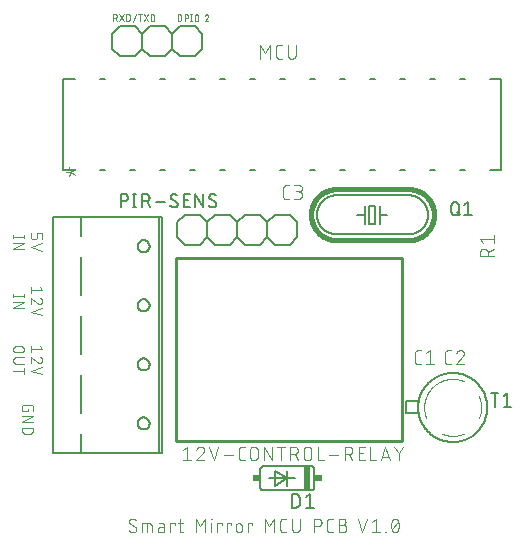
<source format=gto>
G04 EAGLE Gerber RS-274X export*
G75*
%MOMM*%
%FSLAX34Y34*%
%LPD*%
%INSilkscreen Top*%
%IPPOS*%
%AMOC8*
5,1,8,0,0,1.08239X$1,22.5*%
G01*
%ADD10C,0.076200*%
%ADD11C,0.101600*%
%ADD12C,0.050800*%
%ADD13C,0.254000*%
%ADD14C,0.152400*%
%ADD15C,0.127000*%
%ADD16C,0.406400*%
%ADD17R,0.508000X2.032000*%
%ADD18R,0.635000X0.508000*%


D10*
X10231Y142016D02*
X12319Y139405D01*
X2921Y139405D01*
X2921Y142016D02*
X2921Y136794D01*
X9970Y127650D02*
X10065Y127652D01*
X10159Y127658D01*
X10253Y127667D01*
X10347Y127680D01*
X10440Y127697D01*
X10532Y127718D01*
X10624Y127743D01*
X10714Y127771D01*
X10803Y127803D01*
X10891Y127838D01*
X10977Y127877D01*
X11062Y127919D01*
X11145Y127965D01*
X11226Y128014D01*
X11305Y128066D01*
X11382Y128121D01*
X11456Y128180D01*
X11528Y128241D01*
X11598Y128305D01*
X11665Y128372D01*
X11729Y128442D01*
X11790Y128514D01*
X11849Y128588D01*
X11904Y128665D01*
X11956Y128744D01*
X12005Y128825D01*
X12051Y128908D01*
X12093Y128993D01*
X12132Y129079D01*
X12167Y129167D01*
X12199Y129256D01*
X12227Y129346D01*
X12252Y129438D01*
X12273Y129530D01*
X12290Y129623D01*
X12303Y129717D01*
X12312Y129811D01*
X12318Y129905D01*
X12320Y130000D01*
X12319Y130000D02*
X12317Y130108D01*
X12311Y130217D01*
X12301Y130325D01*
X12288Y130432D01*
X12270Y130539D01*
X12249Y130646D01*
X12224Y130751D01*
X12195Y130856D01*
X12163Y130959D01*
X12126Y131061D01*
X12086Y131162D01*
X12043Y131261D01*
X11996Y131359D01*
X11945Y131455D01*
X11891Y131549D01*
X11834Y131641D01*
X11773Y131731D01*
X11709Y131819D01*
X11643Y131904D01*
X11573Y131987D01*
X11500Y132067D01*
X11424Y132145D01*
X11346Y132220D01*
X11265Y132292D01*
X11181Y132361D01*
X11095Y132427D01*
X11007Y132490D01*
X10916Y132549D01*
X10824Y132606D01*
X10729Y132659D01*
X10632Y132708D01*
X10534Y132754D01*
X10435Y132797D01*
X10333Y132836D01*
X10231Y132871D01*
X8142Y128433D02*
X8211Y128364D01*
X8282Y128298D01*
X8355Y128234D01*
X8431Y128173D01*
X8510Y128115D01*
X8590Y128061D01*
X8673Y128009D01*
X8757Y127961D01*
X8843Y127915D01*
X8931Y127874D01*
X9021Y127835D01*
X9112Y127800D01*
X9204Y127769D01*
X9297Y127741D01*
X9391Y127717D01*
X9486Y127697D01*
X9582Y127680D01*
X9679Y127667D01*
X9776Y127658D01*
X9873Y127652D01*
X9970Y127650D01*
X8142Y128434D02*
X2921Y132872D01*
X2921Y127651D01*
X2921Y121117D02*
X12319Y124250D01*
X12319Y117984D02*
X2921Y121117D01*
X-2921Y134593D02*
X-12319Y134593D01*
X-12319Y135637D02*
X-12319Y133549D01*
X-2921Y133549D02*
X-2921Y135637D01*
X-2921Y129584D02*
X-12319Y129584D01*
X-12319Y124363D02*
X-2921Y129584D01*
X-2921Y124363D02*
X-12319Y124363D01*
X10231Y92016D02*
X12319Y89405D01*
X2921Y89405D01*
X2921Y92016D02*
X2921Y86794D01*
X9970Y77650D02*
X10065Y77652D01*
X10159Y77658D01*
X10253Y77667D01*
X10347Y77680D01*
X10440Y77697D01*
X10532Y77718D01*
X10624Y77743D01*
X10714Y77771D01*
X10803Y77803D01*
X10891Y77838D01*
X10977Y77877D01*
X11062Y77919D01*
X11145Y77965D01*
X11226Y78014D01*
X11305Y78066D01*
X11382Y78121D01*
X11456Y78180D01*
X11528Y78241D01*
X11598Y78305D01*
X11665Y78372D01*
X11729Y78442D01*
X11790Y78514D01*
X11849Y78588D01*
X11904Y78665D01*
X11956Y78744D01*
X12005Y78825D01*
X12051Y78908D01*
X12093Y78993D01*
X12132Y79079D01*
X12167Y79167D01*
X12199Y79256D01*
X12227Y79346D01*
X12252Y79438D01*
X12273Y79530D01*
X12290Y79623D01*
X12303Y79717D01*
X12312Y79811D01*
X12318Y79905D01*
X12320Y80000D01*
X12319Y80000D02*
X12317Y80108D01*
X12311Y80217D01*
X12301Y80325D01*
X12288Y80432D01*
X12270Y80539D01*
X12249Y80646D01*
X12224Y80751D01*
X12195Y80856D01*
X12163Y80959D01*
X12126Y81061D01*
X12086Y81162D01*
X12043Y81261D01*
X11996Y81359D01*
X11945Y81455D01*
X11891Y81549D01*
X11834Y81641D01*
X11773Y81731D01*
X11709Y81819D01*
X11643Y81904D01*
X11573Y81987D01*
X11500Y82067D01*
X11424Y82145D01*
X11346Y82220D01*
X11265Y82292D01*
X11181Y82361D01*
X11095Y82427D01*
X11007Y82490D01*
X10916Y82549D01*
X10824Y82606D01*
X10729Y82659D01*
X10632Y82708D01*
X10534Y82754D01*
X10435Y82797D01*
X10333Y82836D01*
X10231Y82871D01*
X8142Y78433D02*
X8211Y78364D01*
X8282Y78298D01*
X8355Y78234D01*
X8431Y78173D01*
X8510Y78115D01*
X8590Y78061D01*
X8673Y78009D01*
X8757Y77961D01*
X8843Y77915D01*
X8931Y77874D01*
X9021Y77835D01*
X9112Y77800D01*
X9204Y77769D01*
X9297Y77741D01*
X9391Y77717D01*
X9486Y77697D01*
X9582Y77680D01*
X9679Y77667D01*
X9776Y77658D01*
X9873Y77652D01*
X9970Y77650D01*
X8142Y78434D02*
X2921Y82872D01*
X2921Y77651D01*
X2921Y71117D02*
X12319Y74250D01*
X12319Y67984D02*
X2921Y71117D01*
X-5532Y91755D02*
X-9708Y91755D01*
X-5532Y91755D02*
X-5431Y91753D01*
X-5330Y91747D01*
X-5229Y91737D01*
X-5129Y91724D01*
X-5029Y91706D01*
X-4930Y91685D01*
X-4832Y91659D01*
X-4735Y91630D01*
X-4639Y91598D01*
X-4545Y91561D01*
X-4452Y91521D01*
X-4360Y91477D01*
X-4271Y91430D01*
X-4183Y91379D01*
X-4097Y91325D01*
X-4014Y91268D01*
X-3932Y91208D01*
X-3854Y91144D01*
X-3777Y91078D01*
X-3704Y91008D01*
X-3633Y90936D01*
X-3565Y90861D01*
X-3500Y90783D01*
X-3438Y90703D01*
X-3379Y90621D01*
X-3323Y90536D01*
X-3271Y90449D01*
X-3222Y90361D01*
X-3176Y90270D01*
X-3135Y90178D01*
X-3096Y90084D01*
X-3062Y89989D01*
X-3031Y89893D01*
X-3004Y89795D01*
X-2980Y89697D01*
X-2961Y89597D01*
X-2945Y89497D01*
X-2933Y89397D01*
X-2925Y89296D01*
X-2921Y89195D01*
X-2921Y89093D01*
X-2925Y88992D01*
X-2933Y88891D01*
X-2945Y88791D01*
X-2961Y88691D01*
X-2980Y88591D01*
X-3004Y88493D01*
X-3031Y88395D01*
X-3062Y88299D01*
X-3096Y88204D01*
X-3135Y88110D01*
X-3176Y88018D01*
X-3222Y87927D01*
X-3271Y87838D01*
X-3323Y87752D01*
X-3379Y87667D01*
X-3438Y87585D01*
X-3500Y87505D01*
X-3565Y87427D01*
X-3633Y87352D01*
X-3704Y87280D01*
X-3777Y87210D01*
X-3854Y87144D01*
X-3932Y87080D01*
X-4014Y87020D01*
X-4097Y86963D01*
X-4183Y86909D01*
X-4271Y86858D01*
X-4360Y86811D01*
X-4452Y86767D01*
X-4545Y86727D01*
X-4639Y86690D01*
X-4735Y86658D01*
X-4832Y86629D01*
X-4930Y86603D01*
X-5029Y86582D01*
X-5129Y86564D01*
X-5229Y86551D01*
X-5330Y86541D01*
X-5431Y86535D01*
X-5532Y86533D01*
X-9708Y86533D01*
X-9809Y86535D01*
X-9910Y86541D01*
X-10011Y86551D01*
X-10111Y86564D01*
X-10211Y86582D01*
X-10310Y86603D01*
X-10408Y86629D01*
X-10505Y86658D01*
X-10601Y86690D01*
X-10695Y86727D01*
X-10788Y86767D01*
X-10880Y86811D01*
X-10969Y86858D01*
X-11057Y86909D01*
X-11143Y86963D01*
X-11226Y87020D01*
X-11308Y87080D01*
X-11386Y87144D01*
X-11463Y87210D01*
X-11536Y87280D01*
X-11607Y87352D01*
X-11675Y87427D01*
X-11740Y87505D01*
X-11802Y87585D01*
X-11861Y87667D01*
X-11917Y87752D01*
X-11969Y87839D01*
X-12018Y87927D01*
X-12064Y88018D01*
X-12105Y88110D01*
X-12144Y88204D01*
X-12178Y88299D01*
X-12209Y88395D01*
X-12236Y88493D01*
X-12260Y88591D01*
X-12279Y88691D01*
X-12295Y88791D01*
X-12307Y88891D01*
X-12315Y88992D01*
X-12319Y89093D01*
X-12319Y89195D01*
X-12315Y89296D01*
X-12307Y89397D01*
X-12295Y89497D01*
X-12279Y89597D01*
X-12260Y89697D01*
X-12236Y89795D01*
X-12209Y89893D01*
X-12178Y89989D01*
X-12144Y90084D01*
X-12105Y90178D01*
X-12064Y90270D01*
X-12018Y90361D01*
X-11969Y90450D01*
X-11917Y90536D01*
X-11861Y90621D01*
X-11802Y90703D01*
X-11740Y90783D01*
X-11675Y90861D01*
X-11607Y90936D01*
X-11536Y91008D01*
X-11463Y91078D01*
X-11386Y91144D01*
X-11308Y91208D01*
X-11226Y91268D01*
X-11143Y91325D01*
X-11057Y91379D01*
X-10969Y91430D01*
X-10880Y91477D01*
X-10788Y91521D01*
X-10695Y91561D01*
X-10601Y91598D01*
X-10505Y91630D01*
X-10408Y91659D01*
X-10310Y91685D01*
X-10211Y91706D01*
X-10111Y91724D01*
X-10011Y91737D01*
X-9910Y91747D01*
X-9809Y91753D01*
X-9708Y91755D01*
X-9708Y82306D02*
X-2921Y82306D01*
X-9708Y82306D02*
X-9809Y82304D01*
X-9910Y82298D01*
X-10011Y82288D01*
X-10111Y82275D01*
X-10211Y82257D01*
X-10310Y82236D01*
X-10408Y82210D01*
X-10505Y82181D01*
X-10601Y82149D01*
X-10695Y82112D01*
X-10788Y82072D01*
X-10880Y82028D01*
X-10969Y81981D01*
X-11057Y81930D01*
X-11143Y81876D01*
X-11226Y81819D01*
X-11308Y81759D01*
X-11386Y81695D01*
X-11463Y81629D01*
X-11536Y81559D01*
X-11607Y81487D01*
X-11675Y81412D01*
X-11740Y81334D01*
X-11802Y81254D01*
X-11861Y81172D01*
X-11917Y81087D01*
X-11969Y81001D01*
X-12018Y80912D01*
X-12064Y80821D01*
X-12105Y80729D01*
X-12144Y80635D01*
X-12178Y80540D01*
X-12209Y80444D01*
X-12236Y80346D01*
X-12260Y80248D01*
X-12279Y80148D01*
X-12295Y80048D01*
X-12307Y79948D01*
X-12315Y79847D01*
X-12319Y79746D01*
X-12319Y79644D01*
X-12315Y79543D01*
X-12307Y79442D01*
X-12295Y79342D01*
X-12279Y79242D01*
X-12260Y79142D01*
X-12236Y79044D01*
X-12209Y78946D01*
X-12178Y78850D01*
X-12144Y78755D01*
X-12105Y78661D01*
X-12064Y78569D01*
X-12018Y78478D01*
X-11969Y78390D01*
X-11917Y78303D01*
X-11861Y78218D01*
X-11802Y78136D01*
X-11740Y78056D01*
X-11675Y77978D01*
X-11607Y77903D01*
X-11536Y77831D01*
X-11463Y77761D01*
X-11386Y77695D01*
X-11308Y77631D01*
X-11226Y77571D01*
X-11143Y77514D01*
X-11057Y77460D01*
X-10969Y77409D01*
X-10880Y77362D01*
X-10788Y77318D01*
X-10695Y77278D01*
X-10601Y77241D01*
X-10505Y77209D01*
X-10408Y77180D01*
X-10310Y77154D01*
X-10211Y77133D01*
X-10111Y77115D01*
X-10011Y77102D01*
X-9910Y77092D01*
X-9809Y77086D01*
X-9708Y77084D01*
X-9708Y77085D02*
X-2921Y77085D01*
X-2921Y70856D02*
X-12319Y70856D01*
X-2921Y73467D02*
X-2921Y68245D01*
X2921Y184311D02*
X2921Y187444D01*
X2921Y184311D02*
X2923Y184222D01*
X2929Y184134D01*
X2938Y184046D01*
X2951Y183958D01*
X2968Y183871D01*
X2988Y183785D01*
X3013Y183700D01*
X3040Y183615D01*
X3072Y183532D01*
X3106Y183451D01*
X3145Y183371D01*
X3186Y183293D01*
X3231Y183216D01*
X3279Y183142D01*
X3330Y183069D01*
X3384Y182999D01*
X3442Y182932D01*
X3502Y182866D01*
X3564Y182804D01*
X3630Y182744D01*
X3697Y182686D01*
X3767Y182632D01*
X3840Y182581D01*
X3914Y182533D01*
X3991Y182488D01*
X4069Y182447D01*
X4149Y182408D01*
X4230Y182374D01*
X4313Y182342D01*
X4398Y182315D01*
X4483Y182290D01*
X4569Y182270D01*
X4656Y182253D01*
X4744Y182240D01*
X4832Y182231D01*
X4920Y182225D01*
X5009Y182223D01*
X5009Y182222D02*
X6054Y182222D01*
X6054Y182223D02*
X6143Y182225D01*
X6231Y182231D01*
X6319Y182240D01*
X6407Y182253D01*
X6494Y182270D01*
X6580Y182290D01*
X6665Y182315D01*
X6750Y182342D01*
X6833Y182374D01*
X6914Y182408D01*
X6994Y182447D01*
X7072Y182488D01*
X7149Y182533D01*
X7223Y182581D01*
X7296Y182632D01*
X7366Y182686D01*
X7433Y182744D01*
X7499Y182804D01*
X7561Y182866D01*
X7621Y182932D01*
X7679Y182999D01*
X7733Y183069D01*
X7784Y183142D01*
X7832Y183216D01*
X7877Y183293D01*
X7918Y183371D01*
X7957Y183451D01*
X7991Y183532D01*
X8023Y183615D01*
X8050Y183700D01*
X8075Y183785D01*
X8095Y183871D01*
X8112Y183958D01*
X8125Y184046D01*
X8134Y184134D01*
X8140Y184222D01*
X8142Y184311D01*
X8142Y187444D01*
X12319Y187444D01*
X12319Y182222D01*
X12319Y178822D02*
X2921Y175689D01*
X12319Y172556D01*
X-2921Y184593D02*
X-12319Y184593D01*
X-12319Y185637D02*
X-12319Y183549D01*
X-2921Y183549D02*
X-2921Y185637D01*
X-2921Y179584D02*
X-12319Y179584D01*
X-12319Y174363D02*
X-2921Y179584D01*
X-2921Y174363D02*
X-12319Y174363D01*
X522Y38709D02*
X522Y37143D01*
X-4699Y37143D01*
X-4699Y40276D01*
X-4697Y40365D01*
X-4691Y40453D01*
X-4682Y40541D01*
X-4669Y40629D01*
X-4652Y40716D01*
X-4632Y40802D01*
X-4607Y40887D01*
X-4580Y40972D01*
X-4548Y41055D01*
X-4514Y41136D01*
X-4475Y41216D01*
X-4434Y41294D01*
X-4389Y41371D01*
X-4341Y41445D01*
X-4290Y41518D01*
X-4236Y41588D01*
X-4178Y41655D01*
X-4118Y41721D01*
X-4056Y41783D01*
X-3990Y41843D01*
X-3923Y41901D01*
X-3853Y41955D01*
X-3780Y42006D01*
X-3706Y42054D01*
X-3629Y42099D01*
X-3551Y42140D01*
X-3471Y42179D01*
X-3390Y42213D01*
X-3307Y42245D01*
X-3222Y42272D01*
X-3137Y42297D01*
X-3051Y42317D01*
X-2964Y42334D01*
X-2876Y42347D01*
X-2788Y42356D01*
X-2700Y42362D01*
X-2611Y42364D01*
X2611Y42364D01*
X2702Y42362D01*
X2793Y42356D01*
X2884Y42346D01*
X2974Y42332D01*
X3063Y42315D01*
X3151Y42293D01*
X3239Y42267D01*
X3325Y42238D01*
X3410Y42205D01*
X3493Y42168D01*
X3575Y42128D01*
X3655Y42084D01*
X3733Y42037D01*
X3809Y41986D01*
X3882Y41933D01*
X3953Y41876D01*
X4022Y41815D01*
X4087Y41752D01*
X4150Y41687D01*
X4210Y41618D01*
X4268Y41547D01*
X4321Y41474D01*
X4372Y41398D01*
X4419Y41320D01*
X4463Y41240D01*
X4503Y41158D01*
X4540Y41075D01*
X4573Y40990D01*
X4602Y40904D01*
X4628Y40816D01*
X4650Y40728D01*
X4667Y40639D01*
X4681Y40549D01*
X4691Y40458D01*
X4697Y40367D01*
X4699Y40276D01*
X4699Y37143D01*
X4699Y32611D02*
X-4699Y32611D01*
X-4699Y27389D02*
X4699Y32611D01*
X4699Y27389D02*
X-4699Y27389D01*
X-4699Y22857D02*
X4699Y22857D01*
X4699Y20246D01*
X4697Y20146D01*
X4691Y20046D01*
X4682Y19947D01*
X4668Y19847D01*
X4651Y19749D01*
X4630Y19651D01*
X4606Y19554D01*
X4577Y19458D01*
X4545Y19363D01*
X4510Y19270D01*
X4471Y19178D01*
X4428Y19087D01*
X4382Y18999D01*
X4332Y18912D01*
X4280Y18827D01*
X4224Y18744D01*
X4165Y18663D01*
X4102Y18585D01*
X4037Y18509D01*
X3969Y18435D01*
X3899Y18365D01*
X3825Y18297D01*
X3749Y18232D01*
X3671Y18169D01*
X3590Y18110D01*
X3507Y18054D01*
X3422Y18002D01*
X3335Y17952D01*
X3247Y17906D01*
X3156Y17863D01*
X3064Y17824D01*
X2971Y17789D01*
X2876Y17757D01*
X2780Y17728D01*
X2683Y17704D01*
X2585Y17683D01*
X2487Y17666D01*
X2387Y17652D01*
X2288Y17643D01*
X2188Y17637D01*
X2088Y17635D01*
X2088Y17636D02*
X-2088Y17636D01*
X-2088Y17635D02*
X-2188Y17637D01*
X-2288Y17643D01*
X-2387Y17652D01*
X-2487Y17666D01*
X-2585Y17683D01*
X-2683Y17704D01*
X-2780Y17728D01*
X-2876Y17757D01*
X-2971Y17789D01*
X-3064Y17824D01*
X-3156Y17863D01*
X-3247Y17906D01*
X-3335Y17952D01*
X-3422Y18002D01*
X-3507Y18054D01*
X-3590Y18110D01*
X-3671Y18169D01*
X-3749Y18232D01*
X-3825Y18297D01*
X-3899Y18365D01*
X-3969Y18435D01*
X-4037Y18509D01*
X-4102Y18585D01*
X-4165Y18663D01*
X-4224Y18744D01*
X-4280Y18827D01*
X-4332Y18912D01*
X-4382Y18999D01*
X-4428Y19087D01*
X-4471Y19178D01*
X-4510Y19270D01*
X-4545Y19363D01*
X-4577Y19458D01*
X-4606Y19554D01*
X-4630Y19651D01*
X-4651Y19749D01*
X-4668Y19847D01*
X-4682Y19947D01*
X-4691Y20046D01*
X-4697Y20146D01*
X-4699Y20246D01*
X-4699Y22857D01*
D11*
X89588Y-65842D02*
X89687Y-65840D01*
X89787Y-65834D01*
X89886Y-65825D01*
X89984Y-65812D01*
X90082Y-65795D01*
X90180Y-65774D01*
X90276Y-65749D01*
X90371Y-65721D01*
X90465Y-65689D01*
X90558Y-65654D01*
X90650Y-65615D01*
X90740Y-65572D01*
X90828Y-65527D01*
X90915Y-65477D01*
X90999Y-65425D01*
X91082Y-65369D01*
X91162Y-65311D01*
X91240Y-65249D01*
X91315Y-65184D01*
X91388Y-65116D01*
X91458Y-65046D01*
X91526Y-64973D01*
X91591Y-64898D01*
X91653Y-64820D01*
X91711Y-64740D01*
X91767Y-64657D01*
X91819Y-64573D01*
X91869Y-64486D01*
X91914Y-64398D01*
X91957Y-64308D01*
X91996Y-64216D01*
X92031Y-64123D01*
X92063Y-64029D01*
X92091Y-63934D01*
X92116Y-63838D01*
X92137Y-63740D01*
X92154Y-63642D01*
X92167Y-63544D01*
X92176Y-63445D01*
X92182Y-63345D01*
X92184Y-63246D01*
X89588Y-65842D02*
X89444Y-65840D01*
X89299Y-65834D01*
X89155Y-65825D01*
X89012Y-65812D01*
X88868Y-65795D01*
X88725Y-65774D01*
X88583Y-65749D01*
X88442Y-65721D01*
X88301Y-65689D01*
X88161Y-65653D01*
X88022Y-65614D01*
X87884Y-65571D01*
X87748Y-65524D01*
X87612Y-65474D01*
X87478Y-65420D01*
X87346Y-65363D01*
X87215Y-65302D01*
X87086Y-65238D01*
X86958Y-65170D01*
X86832Y-65100D01*
X86708Y-65025D01*
X86587Y-64948D01*
X86467Y-64867D01*
X86349Y-64784D01*
X86234Y-64697D01*
X86121Y-64607D01*
X86010Y-64514D01*
X85902Y-64419D01*
X85796Y-64320D01*
X85693Y-64219D01*
X86018Y-56754D02*
X86020Y-56655D01*
X86026Y-56555D01*
X86035Y-56456D01*
X86048Y-56358D01*
X86065Y-56260D01*
X86086Y-56162D01*
X86111Y-56066D01*
X86139Y-55971D01*
X86171Y-55877D01*
X86206Y-55784D01*
X86245Y-55692D01*
X86288Y-55602D01*
X86333Y-55514D01*
X86383Y-55427D01*
X86435Y-55343D01*
X86491Y-55260D01*
X86549Y-55180D01*
X86611Y-55102D01*
X86676Y-55027D01*
X86744Y-54954D01*
X86814Y-54884D01*
X86887Y-54816D01*
X86962Y-54751D01*
X87040Y-54689D01*
X87120Y-54631D01*
X87203Y-54575D01*
X87287Y-54523D01*
X87374Y-54473D01*
X87462Y-54428D01*
X87552Y-54385D01*
X87644Y-54346D01*
X87737Y-54311D01*
X87831Y-54279D01*
X87926Y-54251D01*
X88022Y-54226D01*
X88120Y-54205D01*
X88218Y-54188D01*
X88316Y-54175D01*
X88415Y-54166D01*
X88515Y-54160D01*
X88614Y-54158D01*
X88750Y-54160D01*
X88886Y-54166D01*
X89022Y-54175D01*
X89158Y-54188D01*
X89293Y-54206D01*
X89427Y-54226D01*
X89561Y-54251D01*
X89695Y-54279D01*
X89827Y-54312D01*
X89958Y-54347D01*
X90089Y-54387D01*
X90218Y-54430D01*
X90346Y-54476D01*
X90472Y-54527D01*
X90598Y-54580D01*
X90721Y-54638D01*
X90843Y-54698D01*
X90963Y-54762D01*
X91082Y-54830D01*
X91198Y-54900D01*
X91312Y-54974D01*
X91425Y-55051D01*
X91535Y-55132D01*
X87316Y-59026D02*
X87230Y-58973D01*
X87146Y-58916D01*
X87064Y-58857D01*
X86984Y-58794D01*
X86907Y-58728D01*
X86832Y-58660D01*
X86760Y-58588D01*
X86691Y-58514D01*
X86625Y-58437D01*
X86562Y-58358D01*
X86502Y-58276D01*
X86445Y-58192D01*
X86391Y-58106D01*
X86341Y-58018D01*
X86294Y-57928D01*
X86250Y-57837D01*
X86211Y-57743D01*
X86174Y-57649D01*
X86142Y-57553D01*
X86113Y-57455D01*
X86088Y-57357D01*
X86067Y-57258D01*
X86049Y-57158D01*
X86036Y-57058D01*
X86026Y-56957D01*
X86020Y-56855D01*
X86018Y-56754D01*
X90886Y-60974D02*
X90972Y-61027D01*
X91056Y-61084D01*
X91138Y-61143D01*
X91218Y-61206D01*
X91295Y-61272D01*
X91370Y-61340D01*
X91442Y-61412D01*
X91511Y-61486D01*
X91577Y-61563D01*
X91640Y-61642D01*
X91700Y-61724D01*
X91757Y-61808D01*
X91811Y-61894D01*
X91861Y-61982D01*
X91908Y-62072D01*
X91952Y-62163D01*
X91991Y-62257D01*
X92028Y-62351D01*
X92060Y-62447D01*
X92089Y-62545D01*
X92114Y-62643D01*
X92135Y-62742D01*
X92153Y-62842D01*
X92166Y-62942D01*
X92176Y-63043D01*
X92182Y-63145D01*
X92184Y-63246D01*
X90886Y-60974D02*
X87316Y-59026D01*
X97236Y-58053D02*
X97236Y-65842D01*
X97236Y-58053D02*
X103078Y-58053D01*
X103165Y-58055D01*
X103253Y-58061D01*
X103339Y-58071D01*
X103426Y-58084D01*
X103511Y-58102D01*
X103596Y-58123D01*
X103680Y-58148D01*
X103762Y-58177D01*
X103843Y-58210D01*
X103923Y-58246D01*
X104001Y-58285D01*
X104077Y-58329D01*
X104151Y-58375D01*
X104222Y-58425D01*
X104292Y-58478D01*
X104359Y-58534D01*
X104423Y-58593D01*
X104485Y-58655D01*
X104544Y-58719D01*
X104600Y-58786D01*
X104653Y-58856D01*
X104703Y-58927D01*
X104749Y-59001D01*
X104793Y-59077D01*
X104832Y-59155D01*
X104868Y-59235D01*
X104901Y-59316D01*
X104930Y-59398D01*
X104955Y-59482D01*
X104976Y-59567D01*
X104994Y-59652D01*
X105007Y-59739D01*
X105017Y-59825D01*
X105023Y-59913D01*
X105025Y-60000D01*
X105025Y-65842D01*
X101131Y-65842D02*
X101131Y-58053D01*
X112558Y-61298D02*
X115479Y-61298D01*
X112558Y-61298D02*
X112464Y-61300D01*
X112370Y-61306D01*
X112277Y-61315D01*
X112184Y-61329D01*
X112092Y-61346D01*
X112000Y-61368D01*
X111910Y-61392D01*
X111820Y-61421D01*
X111732Y-61453D01*
X111645Y-61489D01*
X111560Y-61529D01*
X111477Y-61572D01*
X111395Y-61618D01*
X111315Y-61668D01*
X111238Y-61721D01*
X111163Y-61777D01*
X111090Y-61836D01*
X111019Y-61898D01*
X110951Y-61963D01*
X110886Y-62031D01*
X110824Y-62102D01*
X110765Y-62175D01*
X110709Y-62250D01*
X110656Y-62327D01*
X110606Y-62407D01*
X110560Y-62489D01*
X110517Y-62572D01*
X110477Y-62657D01*
X110441Y-62744D01*
X110409Y-62832D01*
X110380Y-62922D01*
X110356Y-63012D01*
X110334Y-63104D01*
X110317Y-63196D01*
X110303Y-63289D01*
X110294Y-63382D01*
X110288Y-63476D01*
X110286Y-63570D01*
X110288Y-63664D01*
X110294Y-63758D01*
X110303Y-63851D01*
X110317Y-63944D01*
X110334Y-64036D01*
X110356Y-64128D01*
X110380Y-64218D01*
X110409Y-64308D01*
X110441Y-64396D01*
X110477Y-64483D01*
X110517Y-64568D01*
X110560Y-64651D01*
X110606Y-64733D01*
X110656Y-64813D01*
X110709Y-64890D01*
X110765Y-64965D01*
X110824Y-65038D01*
X110886Y-65109D01*
X110951Y-65177D01*
X111019Y-65242D01*
X111090Y-65304D01*
X111163Y-65363D01*
X111238Y-65419D01*
X111315Y-65472D01*
X111395Y-65522D01*
X111477Y-65568D01*
X111560Y-65611D01*
X111645Y-65651D01*
X111732Y-65687D01*
X111820Y-65719D01*
X111910Y-65748D01*
X112000Y-65772D01*
X112092Y-65794D01*
X112184Y-65811D01*
X112277Y-65825D01*
X112370Y-65834D01*
X112464Y-65840D01*
X112558Y-65842D01*
X115479Y-65842D01*
X115479Y-60000D01*
X115477Y-59913D01*
X115471Y-59825D01*
X115461Y-59739D01*
X115448Y-59652D01*
X115430Y-59567D01*
X115409Y-59482D01*
X115384Y-59398D01*
X115355Y-59316D01*
X115322Y-59235D01*
X115286Y-59155D01*
X115247Y-59077D01*
X115203Y-59001D01*
X115157Y-58927D01*
X115107Y-58856D01*
X115054Y-58786D01*
X114998Y-58719D01*
X114939Y-58655D01*
X114877Y-58593D01*
X114813Y-58534D01*
X114746Y-58478D01*
X114676Y-58425D01*
X114605Y-58375D01*
X114531Y-58329D01*
X114455Y-58285D01*
X114377Y-58246D01*
X114297Y-58210D01*
X114216Y-58177D01*
X114134Y-58148D01*
X114050Y-58123D01*
X113965Y-58102D01*
X113880Y-58084D01*
X113793Y-58071D01*
X113707Y-58061D01*
X113619Y-58055D01*
X113532Y-58053D01*
X110935Y-58053D01*
X121080Y-58053D02*
X121080Y-65842D01*
X121080Y-58053D02*
X124974Y-58053D01*
X124974Y-59351D01*
X127666Y-58053D02*
X131561Y-58053D01*
X128964Y-54158D02*
X128964Y-63895D01*
X128966Y-63982D01*
X128972Y-64070D01*
X128982Y-64156D01*
X128995Y-64243D01*
X129013Y-64328D01*
X129034Y-64413D01*
X129059Y-64497D01*
X129088Y-64579D01*
X129121Y-64660D01*
X129157Y-64740D01*
X129196Y-64818D01*
X129240Y-64894D01*
X129286Y-64968D01*
X129336Y-65039D01*
X129389Y-65109D01*
X129445Y-65176D01*
X129504Y-65240D01*
X129566Y-65302D01*
X129630Y-65361D01*
X129697Y-65417D01*
X129767Y-65470D01*
X129838Y-65520D01*
X129912Y-65566D01*
X129988Y-65610D01*
X130066Y-65649D01*
X130146Y-65685D01*
X130227Y-65718D01*
X130309Y-65747D01*
X130393Y-65772D01*
X130478Y-65793D01*
X130563Y-65811D01*
X130650Y-65824D01*
X130736Y-65834D01*
X130824Y-65840D01*
X130911Y-65842D01*
X131561Y-65842D01*
X142575Y-65842D02*
X142575Y-54158D01*
X146470Y-60649D01*
X150364Y-54158D01*
X150364Y-65842D01*
X155614Y-65842D02*
X155614Y-58053D01*
X155289Y-54807D02*
X155289Y-54158D01*
X155938Y-54158D01*
X155938Y-54807D01*
X155289Y-54807D01*
X160704Y-58053D02*
X160704Y-65842D01*
X160704Y-58053D02*
X164598Y-58053D01*
X164598Y-59351D01*
X168705Y-58053D02*
X168705Y-65842D01*
X168705Y-58053D02*
X172599Y-58053D01*
X172599Y-59351D01*
X176258Y-60649D02*
X176258Y-63246D01*
X176259Y-60649D02*
X176261Y-60548D01*
X176267Y-60448D01*
X176277Y-60348D01*
X176290Y-60248D01*
X176308Y-60149D01*
X176329Y-60050D01*
X176354Y-59953D01*
X176383Y-59856D01*
X176416Y-59761D01*
X176452Y-59667D01*
X176492Y-59575D01*
X176535Y-59484D01*
X176582Y-59395D01*
X176632Y-59308D01*
X176686Y-59222D01*
X176743Y-59139D01*
X176803Y-59059D01*
X176866Y-58980D01*
X176933Y-58904D01*
X177002Y-58831D01*
X177074Y-58761D01*
X177148Y-58693D01*
X177225Y-58628D01*
X177305Y-58567D01*
X177387Y-58508D01*
X177471Y-58453D01*
X177557Y-58401D01*
X177645Y-58352D01*
X177735Y-58307D01*
X177827Y-58265D01*
X177920Y-58227D01*
X178015Y-58193D01*
X178110Y-58162D01*
X178207Y-58135D01*
X178305Y-58112D01*
X178404Y-58092D01*
X178504Y-58077D01*
X178604Y-58065D01*
X178704Y-58057D01*
X178805Y-58053D01*
X178905Y-58053D01*
X179006Y-58057D01*
X179106Y-58065D01*
X179206Y-58077D01*
X179306Y-58092D01*
X179405Y-58112D01*
X179503Y-58135D01*
X179600Y-58162D01*
X179695Y-58193D01*
X179790Y-58227D01*
X179883Y-58265D01*
X179975Y-58307D01*
X180065Y-58352D01*
X180153Y-58401D01*
X180239Y-58453D01*
X180323Y-58508D01*
X180405Y-58567D01*
X180485Y-58628D01*
X180562Y-58693D01*
X180636Y-58761D01*
X180708Y-58831D01*
X180777Y-58904D01*
X180844Y-58980D01*
X180907Y-59059D01*
X180967Y-59139D01*
X181024Y-59222D01*
X181078Y-59308D01*
X181128Y-59395D01*
X181175Y-59484D01*
X181218Y-59575D01*
X181258Y-59667D01*
X181294Y-59761D01*
X181327Y-59856D01*
X181356Y-59953D01*
X181381Y-60050D01*
X181402Y-60149D01*
X181420Y-60248D01*
X181433Y-60348D01*
X181443Y-60448D01*
X181449Y-60548D01*
X181451Y-60649D01*
X181451Y-63246D01*
X181449Y-63347D01*
X181443Y-63447D01*
X181433Y-63547D01*
X181420Y-63647D01*
X181402Y-63746D01*
X181381Y-63845D01*
X181356Y-63942D01*
X181327Y-64039D01*
X181294Y-64134D01*
X181258Y-64228D01*
X181218Y-64320D01*
X181175Y-64411D01*
X181128Y-64500D01*
X181078Y-64587D01*
X181024Y-64673D01*
X180967Y-64756D01*
X180907Y-64836D01*
X180844Y-64915D01*
X180777Y-64991D01*
X180708Y-65064D01*
X180636Y-65134D01*
X180562Y-65202D01*
X180485Y-65267D01*
X180405Y-65328D01*
X180323Y-65387D01*
X180239Y-65442D01*
X180153Y-65494D01*
X180065Y-65543D01*
X179975Y-65588D01*
X179883Y-65630D01*
X179790Y-65668D01*
X179695Y-65702D01*
X179600Y-65733D01*
X179503Y-65760D01*
X179405Y-65783D01*
X179306Y-65803D01*
X179206Y-65818D01*
X179106Y-65830D01*
X179006Y-65838D01*
X178905Y-65842D01*
X178805Y-65842D01*
X178704Y-65838D01*
X178604Y-65830D01*
X178504Y-65818D01*
X178404Y-65803D01*
X178305Y-65783D01*
X178207Y-65760D01*
X178110Y-65733D01*
X178015Y-65702D01*
X177920Y-65668D01*
X177827Y-65630D01*
X177735Y-65588D01*
X177645Y-65543D01*
X177557Y-65494D01*
X177471Y-65442D01*
X177387Y-65387D01*
X177305Y-65328D01*
X177225Y-65267D01*
X177148Y-65202D01*
X177074Y-65134D01*
X177002Y-65064D01*
X176933Y-64991D01*
X176866Y-64915D01*
X176803Y-64836D01*
X176743Y-64756D01*
X176686Y-64673D01*
X176632Y-64587D01*
X176582Y-64500D01*
X176535Y-64411D01*
X176492Y-64320D01*
X176452Y-64228D01*
X176416Y-64134D01*
X176383Y-64039D01*
X176354Y-63942D01*
X176329Y-63845D01*
X176308Y-63746D01*
X176290Y-63647D01*
X176277Y-63547D01*
X176267Y-63447D01*
X176261Y-63347D01*
X176259Y-63246D01*
X186612Y-65842D02*
X186612Y-58053D01*
X190506Y-58053D01*
X190506Y-59351D01*
X200868Y-54158D02*
X200868Y-65842D01*
X204763Y-60649D02*
X200868Y-54158D01*
X204763Y-60649D02*
X208657Y-54158D01*
X208657Y-65842D01*
X216653Y-65842D02*
X219250Y-65842D01*
X216653Y-65842D02*
X216554Y-65840D01*
X216454Y-65834D01*
X216355Y-65825D01*
X216257Y-65812D01*
X216159Y-65795D01*
X216061Y-65774D01*
X215965Y-65749D01*
X215870Y-65721D01*
X215776Y-65689D01*
X215683Y-65654D01*
X215591Y-65615D01*
X215501Y-65572D01*
X215413Y-65527D01*
X215326Y-65477D01*
X215242Y-65425D01*
X215159Y-65369D01*
X215079Y-65311D01*
X215001Y-65249D01*
X214926Y-65184D01*
X214853Y-65116D01*
X214783Y-65046D01*
X214715Y-64973D01*
X214650Y-64898D01*
X214588Y-64820D01*
X214530Y-64740D01*
X214474Y-64657D01*
X214422Y-64573D01*
X214372Y-64486D01*
X214327Y-64398D01*
X214284Y-64308D01*
X214245Y-64216D01*
X214210Y-64123D01*
X214178Y-64029D01*
X214150Y-63934D01*
X214125Y-63838D01*
X214104Y-63740D01*
X214087Y-63642D01*
X214074Y-63544D01*
X214065Y-63445D01*
X214059Y-63345D01*
X214057Y-63246D01*
X214057Y-56754D01*
X214056Y-56754D02*
X214058Y-56655D01*
X214064Y-56555D01*
X214073Y-56456D01*
X214086Y-56358D01*
X214104Y-56260D01*
X214124Y-56162D01*
X214149Y-56066D01*
X214177Y-55970D01*
X214209Y-55876D01*
X214244Y-55783D01*
X214283Y-55692D01*
X214326Y-55602D01*
X214371Y-55513D01*
X214421Y-55427D01*
X214473Y-55342D01*
X214529Y-55260D01*
X214588Y-55180D01*
X214649Y-55102D01*
X214714Y-55026D01*
X214782Y-54953D01*
X214852Y-54883D01*
X214925Y-54815D01*
X215001Y-54750D01*
X215079Y-54689D01*
X215159Y-54630D01*
X215241Y-54574D01*
X215326Y-54522D01*
X215412Y-54473D01*
X215501Y-54427D01*
X215591Y-54384D01*
X215682Y-54345D01*
X215775Y-54310D01*
X215869Y-54278D01*
X215965Y-54250D01*
X216061Y-54225D01*
X216159Y-54205D01*
X216257Y-54187D01*
X216355Y-54174D01*
X216454Y-54165D01*
X216553Y-54159D01*
X216653Y-54157D01*
X216653Y-54158D02*
X219250Y-54158D01*
X223996Y-54158D02*
X223996Y-62596D01*
X223998Y-62709D01*
X224004Y-62822D01*
X224014Y-62935D01*
X224028Y-63048D01*
X224045Y-63160D01*
X224067Y-63271D01*
X224092Y-63381D01*
X224122Y-63491D01*
X224155Y-63599D01*
X224192Y-63706D01*
X224232Y-63812D01*
X224277Y-63916D01*
X224325Y-64019D01*
X224376Y-64120D01*
X224431Y-64219D01*
X224489Y-64316D01*
X224551Y-64411D01*
X224616Y-64504D01*
X224684Y-64594D01*
X224755Y-64682D01*
X224830Y-64768D01*
X224907Y-64851D01*
X224987Y-64931D01*
X225070Y-65008D01*
X225156Y-65083D01*
X225244Y-65154D01*
X225334Y-65222D01*
X225427Y-65287D01*
X225522Y-65349D01*
X225619Y-65407D01*
X225718Y-65462D01*
X225819Y-65513D01*
X225922Y-65561D01*
X226026Y-65606D01*
X226132Y-65646D01*
X226239Y-65683D01*
X226347Y-65716D01*
X226457Y-65746D01*
X226567Y-65771D01*
X226678Y-65793D01*
X226790Y-65810D01*
X226903Y-65824D01*
X227016Y-65834D01*
X227129Y-65840D01*
X227242Y-65842D01*
X227355Y-65840D01*
X227468Y-65834D01*
X227581Y-65824D01*
X227694Y-65810D01*
X227806Y-65793D01*
X227917Y-65771D01*
X228027Y-65746D01*
X228137Y-65716D01*
X228245Y-65683D01*
X228352Y-65646D01*
X228458Y-65606D01*
X228562Y-65561D01*
X228665Y-65513D01*
X228766Y-65462D01*
X228865Y-65407D01*
X228962Y-65349D01*
X229057Y-65287D01*
X229150Y-65222D01*
X229240Y-65154D01*
X229328Y-65083D01*
X229414Y-65008D01*
X229497Y-64931D01*
X229577Y-64851D01*
X229654Y-64768D01*
X229729Y-64682D01*
X229800Y-64594D01*
X229868Y-64504D01*
X229933Y-64411D01*
X229995Y-64316D01*
X230053Y-64219D01*
X230108Y-64120D01*
X230159Y-64019D01*
X230207Y-63916D01*
X230252Y-63812D01*
X230292Y-63706D01*
X230329Y-63599D01*
X230362Y-63491D01*
X230392Y-63381D01*
X230417Y-63271D01*
X230439Y-63160D01*
X230456Y-63048D01*
X230470Y-62935D01*
X230480Y-62822D01*
X230486Y-62709D01*
X230488Y-62596D01*
X230487Y-62596D02*
X230487Y-54158D01*
X242453Y-54158D02*
X242453Y-65842D01*
X242453Y-54158D02*
X245699Y-54158D01*
X245812Y-54160D01*
X245925Y-54166D01*
X246038Y-54176D01*
X246151Y-54190D01*
X246263Y-54207D01*
X246374Y-54229D01*
X246484Y-54254D01*
X246594Y-54284D01*
X246702Y-54317D01*
X246809Y-54354D01*
X246915Y-54394D01*
X247019Y-54439D01*
X247122Y-54487D01*
X247223Y-54538D01*
X247322Y-54593D01*
X247419Y-54651D01*
X247514Y-54713D01*
X247607Y-54778D01*
X247697Y-54846D01*
X247785Y-54917D01*
X247871Y-54992D01*
X247954Y-55069D01*
X248034Y-55149D01*
X248111Y-55232D01*
X248186Y-55318D01*
X248257Y-55406D01*
X248325Y-55496D01*
X248390Y-55589D01*
X248452Y-55684D01*
X248510Y-55781D01*
X248565Y-55880D01*
X248616Y-55981D01*
X248664Y-56084D01*
X248709Y-56188D01*
X248749Y-56294D01*
X248786Y-56401D01*
X248819Y-56509D01*
X248849Y-56619D01*
X248874Y-56729D01*
X248896Y-56840D01*
X248913Y-56952D01*
X248927Y-57065D01*
X248937Y-57178D01*
X248943Y-57291D01*
X248945Y-57404D01*
X248943Y-57517D01*
X248937Y-57630D01*
X248927Y-57743D01*
X248913Y-57856D01*
X248896Y-57968D01*
X248874Y-58079D01*
X248849Y-58189D01*
X248819Y-58299D01*
X248786Y-58407D01*
X248749Y-58514D01*
X248709Y-58620D01*
X248664Y-58724D01*
X248616Y-58827D01*
X248565Y-58928D01*
X248510Y-59027D01*
X248452Y-59124D01*
X248390Y-59219D01*
X248325Y-59312D01*
X248257Y-59402D01*
X248186Y-59490D01*
X248111Y-59576D01*
X248034Y-59659D01*
X247954Y-59739D01*
X247871Y-59816D01*
X247785Y-59891D01*
X247697Y-59962D01*
X247607Y-60030D01*
X247514Y-60095D01*
X247419Y-60157D01*
X247322Y-60215D01*
X247223Y-60270D01*
X247122Y-60321D01*
X247019Y-60369D01*
X246915Y-60414D01*
X246809Y-60454D01*
X246702Y-60491D01*
X246594Y-60524D01*
X246484Y-60554D01*
X246374Y-60579D01*
X246263Y-60601D01*
X246151Y-60618D01*
X246038Y-60632D01*
X245925Y-60642D01*
X245812Y-60648D01*
X245699Y-60650D01*
X245699Y-60649D02*
X242453Y-60649D01*
X255896Y-65842D02*
X258493Y-65842D01*
X255896Y-65842D02*
X255797Y-65840D01*
X255697Y-65834D01*
X255598Y-65825D01*
X255500Y-65812D01*
X255402Y-65795D01*
X255304Y-65774D01*
X255208Y-65749D01*
X255113Y-65721D01*
X255019Y-65689D01*
X254926Y-65654D01*
X254834Y-65615D01*
X254744Y-65572D01*
X254656Y-65527D01*
X254569Y-65477D01*
X254485Y-65425D01*
X254402Y-65369D01*
X254322Y-65311D01*
X254244Y-65249D01*
X254169Y-65184D01*
X254096Y-65116D01*
X254026Y-65046D01*
X253958Y-64973D01*
X253893Y-64898D01*
X253831Y-64820D01*
X253773Y-64740D01*
X253717Y-64657D01*
X253665Y-64573D01*
X253615Y-64486D01*
X253570Y-64398D01*
X253527Y-64308D01*
X253488Y-64216D01*
X253453Y-64123D01*
X253421Y-64029D01*
X253393Y-63934D01*
X253368Y-63838D01*
X253347Y-63740D01*
X253330Y-63642D01*
X253317Y-63544D01*
X253308Y-63445D01*
X253302Y-63345D01*
X253300Y-63246D01*
X253300Y-56754D01*
X253299Y-56754D02*
X253301Y-56655D01*
X253307Y-56555D01*
X253316Y-56456D01*
X253329Y-56358D01*
X253347Y-56260D01*
X253367Y-56162D01*
X253392Y-56066D01*
X253420Y-55970D01*
X253452Y-55876D01*
X253487Y-55783D01*
X253526Y-55692D01*
X253569Y-55602D01*
X253614Y-55513D01*
X253664Y-55427D01*
X253716Y-55342D01*
X253772Y-55260D01*
X253831Y-55180D01*
X253892Y-55102D01*
X253957Y-55026D01*
X254025Y-54953D01*
X254095Y-54883D01*
X254168Y-54815D01*
X254244Y-54750D01*
X254322Y-54689D01*
X254402Y-54630D01*
X254484Y-54574D01*
X254569Y-54522D01*
X254655Y-54473D01*
X254744Y-54427D01*
X254834Y-54384D01*
X254925Y-54345D01*
X255018Y-54310D01*
X255112Y-54278D01*
X255208Y-54250D01*
X255304Y-54225D01*
X255402Y-54205D01*
X255500Y-54187D01*
X255598Y-54174D01*
X255697Y-54165D01*
X255796Y-54159D01*
X255896Y-54157D01*
X255896Y-54158D02*
X258493Y-54158D01*
X263408Y-59351D02*
X266654Y-59351D01*
X266654Y-59350D02*
X266767Y-59352D01*
X266880Y-59358D01*
X266993Y-59368D01*
X267106Y-59382D01*
X267218Y-59399D01*
X267329Y-59421D01*
X267439Y-59446D01*
X267549Y-59476D01*
X267657Y-59509D01*
X267764Y-59546D01*
X267870Y-59586D01*
X267974Y-59631D01*
X268077Y-59679D01*
X268178Y-59730D01*
X268277Y-59785D01*
X268374Y-59843D01*
X268469Y-59905D01*
X268562Y-59970D01*
X268652Y-60038D01*
X268740Y-60109D01*
X268826Y-60184D01*
X268909Y-60261D01*
X268989Y-60341D01*
X269066Y-60424D01*
X269141Y-60510D01*
X269212Y-60598D01*
X269280Y-60688D01*
X269345Y-60781D01*
X269407Y-60876D01*
X269465Y-60973D01*
X269520Y-61072D01*
X269571Y-61173D01*
X269619Y-61276D01*
X269664Y-61380D01*
X269704Y-61486D01*
X269741Y-61593D01*
X269774Y-61701D01*
X269804Y-61811D01*
X269829Y-61921D01*
X269851Y-62032D01*
X269868Y-62144D01*
X269882Y-62257D01*
X269892Y-62370D01*
X269898Y-62483D01*
X269900Y-62596D01*
X269898Y-62709D01*
X269892Y-62822D01*
X269882Y-62935D01*
X269868Y-63048D01*
X269851Y-63160D01*
X269829Y-63271D01*
X269804Y-63381D01*
X269774Y-63491D01*
X269741Y-63599D01*
X269704Y-63706D01*
X269664Y-63812D01*
X269619Y-63916D01*
X269571Y-64019D01*
X269520Y-64120D01*
X269465Y-64219D01*
X269407Y-64316D01*
X269345Y-64411D01*
X269280Y-64504D01*
X269212Y-64594D01*
X269141Y-64682D01*
X269066Y-64768D01*
X268989Y-64851D01*
X268909Y-64931D01*
X268826Y-65008D01*
X268740Y-65083D01*
X268652Y-65154D01*
X268562Y-65222D01*
X268469Y-65287D01*
X268374Y-65349D01*
X268277Y-65407D01*
X268178Y-65462D01*
X268077Y-65513D01*
X267974Y-65561D01*
X267870Y-65606D01*
X267764Y-65646D01*
X267657Y-65683D01*
X267549Y-65716D01*
X267439Y-65746D01*
X267329Y-65771D01*
X267218Y-65793D01*
X267106Y-65810D01*
X266993Y-65824D01*
X266880Y-65834D01*
X266767Y-65840D01*
X266654Y-65842D01*
X263408Y-65842D01*
X263408Y-54158D01*
X266654Y-54158D01*
X266755Y-54160D01*
X266855Y-54166D01*
X266955Y-54176D01*
X267055Y-54189D01*
X267154Y-54207D01*
X267253Y-54228D01*
X267350Y-54253D01*
X267447Y-54282D01*
X267542Y-54315D01*
X267636Y-54351D01*
X267728Y-54391D01*
X267819Y-54434D01*
X267908Y-54481D01*
X267995Y-54531D01*
X268081Y-54585D01*
X268164Y-54642D01*
X268244Y-54702D01*
X268323Y-54765D01*
X268399Y-54832D01*
X268472Y-54901D01*
X268542Y-54973D01*
X268610Y-55047D01*
X268675Y-55124D01*
X268736Y-55204D01*
X268795Y-55286D01*
X268850Y-55370D01*
X268902Y-55456D01*
X268951Y-55544D01*
X268996Y-55634D01*
X269038Y-55726D01*
X269076Y-55819D01*
X269110Y-55914D01*
X269141Y-56009D01*
X269168Y-56106D01*
X269191Y-56204D01*
X269211Y-56303D01*
X269226Y-56403D01*
X269238Y-56503D01*
X269246Y-56603D01*
X269250Y-56704D01*
X269250Y-56804D01*
X269246Y-56905D01*
X269238Y-57005D01*
X269226Y-57105D01*
X269211Y-57205D01*
X269191Y-57304D01*
X269168Y-57402D01*
X269141Y-57499D01*
X269110Y-57594D01*
X269076Y-57689D01*
X269038Y-57782D01*
X268996Y-57874D01*
X268951Y-57964D01*
X268902Y-58052D01*
X268850Y-58138D01*
X268795Y-58222D01*
X268736Y-58304D01*
X268675Y-58384D01*
X268610Y-58461D01*
X268542Y-58535D01*
X268472Y-58607D01*
X268399Y-58676D01*
X268323Y-58743D01*
X268244Y-58806D01*
X268164Y-58866D01*
X268081Y-58923D01*
X267995Y-58977D01*
X267908Y-59027D01*
X267819Y-59074D01*
X267728Y-59117D01*
X267636Y-59157D01*
X267542Y-59193D01*
X267447Y-59226D01*
X267350Y-59255D01*
X267253Y-59280D01*
X267154Y-59301D01*
X267055Y-59319D01*
X266955Y-59332D01*
X266855Y-59342D01*
X266755Y-59348D01*
X266654Y-59350D01*
X279735Y-54158D02*
X283629Y-65842D01*
X287524Y-54158D01*
X291814Y-56754D02*
X295059Y-54158D01*
X295059Y-65842D01*
X291814Y-65842D02*
X298305Y-65842D01*
X302736Y-65842D02*
X302736Y-65193D01*
X303385Y-65193D01*
X303385Y-65842D01*
X302736Y-65842D01*
X307815Y-60000D02*
X307818Y-59770D01*
X307826Y-59540D01*
X307840Y-59311D01*
X307859Y-59082D01*
X307884Y-58853D01*
X307914Y-58625D01*
X307949Y-58398D01*
X307990Y-58172D01*
X308036Y-57947D01*
X308088Y-57723D01*
X308145Y-57500D01*
X308207Y-57279D01*
X308275Y-57059D01*
X308348Y-56841D01*
X308426Y-56625D01*
X308509Y-56411D01*
X308597Y-56199D01*
X308690Y-55988D01*
X308789Y-55781D01*
X308822Y-55691D01*
X308858Y-55602D01*
X308898Y-55514D01*
X308942Y-55429D01*
X308989Y-55345D01*
X309039Y-55263D01*
X309093Y-55183D01*
X309149Y-55106D01*
X309209Y-55030D01*
X309272Y-54957D01*
X309337Y-54887D01*
X309406Y-54819D01*
X309477Y-54755D01*
X309550Y-54693D01*
X309626Y-54634D01*
X309704Y-54578D01*
X309785Y-54525D01*
X309867Y-54476D01*
X309951Y-54430D01*
X310038Y-54387D01*
X310125Y-54348D01*
X310215Y-54312D01*
X310305Y-54280D01*
X310397Y-54252D01*
X310490Y-54227D01*
X310584Y-54206D01*
X310678Y-54189D01*
X310773Y-54175D01*
X310869Y-54166D01*
X310965Y-54160D01*
X311061Y-54158D01*
X311157Y-54160D01*
X311253Y-54166D01*
X311349Y-54175D01*
X311444Y-54189D01*
X311538Y-54206D01*
X311632Y-54227D01*
X311725Y-54252D01*
X311817Y-54280D01*
X311907Y-54312D01*
X311997Y-54348D01*
X312085Y-54387D01*
X312171Y-54430D01*
X312255Y-54476D01*
X312337Y-54525D01*
X312418Y-54578D01*
X312496Y-54634D01*
X312572Y-54693D01*
X312645Y-54755D01*
X312716Y-54819D01*
X312785Y-54887D01*
X312850Y-54957D01*
X312913Y-55030D01*
X312973Y-55106D01*
X313029Y-55183D01*
X313083Y-55263D01*
X313133Y-55345D01*
X313180Y-55429D01*
X313224Y-55514D01*
X313264Y-55602D01*
X313300Y-55691D01*
X313333Y-55781D01*
X313432Y-55988D01*
X313525Y-56199D01*
X313613Y-56411D01*
X313696Y-56625D01*
X313774Y-56841D01*
X313847Y-57059D01*
X313915Y-57279D01*
X313977Y-57500D01*
X314034Y-57723D01*
X314086Y-57947D01*
X314132Y-58172D01*
X314173Y-58398D01*
X314208Y-58625D01*
X314238Y-58853D01*
X314263Y-59082D01*
X314282Y-59311D01*
X314296Y-59540D01*
X314304Y-59770D01*
X314307Y-60000D01*
X307816Y-60000D02*
X307819Y-60230D01*
X307827Y-60460D01*
X307841Y-60689D01*
X307860Y-60918D01*
X307885Y-61147D01*
X307915Y-61375D01*
X307950Y-61602D01*
X307991Y-61828D01*
X308037Y-62053D01*
X308089Y-62277D01*
X308146Y-62500D01*
X308208Y-62721D01*
X308276Y-62941D01*
X308349Y-63159D01*
X308427Y-63375D01*
X308510Y-63589D01*
X308598Y-63801D01*
X308691Y-64012D01*
X308790Y-64219D01*
X308789Y-64219D02*
X308822Y-64309D01*
X308858Y-64398D01*
X308899Y-64486D01*
X308942Y-64571D01*
X308989Y-64655D01*
X309039Y-64737D01*
X309093Y-64817D01*
X309149Y-64894D01*
X309209Y-64970D01*
X309272Y-65043D01*
X309337Y-65113D01*
X309406Y-65181D01*
X309477Y-65245D01*
X309550Y-65307D01*
X309626Y-65366D01*
X309704Y-65422D01*
X309785Y-65475D01*
X309867Y-65524D01*
X309951Y-65570D01*
X310038Y-65613D01*
X310125Y-65652D01*
X310215Y-65688D01*
X310305Y-65720D01*
X310397Y-65748D01*
X310490Y-65773D01*
X310584Y-65794D01*
X310678Y-65811D01*
X310773Y-65825D01*
X310869Y-65834D01*
X310965Y-65840D01*
X311061Y-65842D01*
X313333Y-64219D02*
X313432Y-64012D01*
X313525Y-63801D01*
X313613Y-63589D01*
X313696Y-63375D01*
X313774Y-63159D01*
X313847Y-62941D01*
X313915Y-62721D01*
X313977Y-62500D01*
X314034Y-62277D01*
X314086Y-62053D01*
X314132Y-61828D01*
X314173Y-61602D01*
X314208Y-61375D01*
X314238Y-61147D01*
X314263Y-60918D01*
X314282Y-60689D01*
X314296Y-60460D01*
X314304Y-60230D01*
X314307Y-60000D01*
X313333Y-64219D02*
X313300Y-64309D01*
X313264Y-64398D01*
X313224Y-64486D01*
X313180Y-64571D01*
X313133Y-64655D01*
X313083Y-64737D01*
X313029Y-64817D01*
X312973Y-64894D01*
X312913Y-64970D01*
X312850Y-65043D01*
X312785Y-65113D01*
X312716Y-65181D01*
X312645Y-65245D01*
X312572Y-65307D01*
X312496Y-65366D01*
X312418Y-65422D01*
X312337Y-65475D01*
X312255Y-65524D01*
X312171Y-65570D01*
X312084Y-65613D01*
X311997Y-65652D01*
X311907Y-65688D01*
X311817Y-65720D01*
X311725Y-65748D01*
X311632Y-65773D01*
X311538Y-65794D01*
X311444Y-65811D01*
X311349Y-65825D01*
X311253Y-65834D01*
X311157Y-65840D01*
X311061Y-65842D01*
X308465Y-63246D02*
X313658Y-56754D01*
D12*
X72647Y367206D02*
X72647Y372794D01*
X74199Y372794D01*
X74276Y372792D01*
X74354Y372786D01*
X74430Y372777D01*
X74507Y372763D01*
X74582Y372746D01*
X74656Y372725D01*
X74730Y372700D01*
X74802Y372672D01*
X74872Y372640D01*
X74941Y372605D01*
X75008Y372566D01*
X75073Y372524D01*
X75136Y372479D01*
X75197Y372431D01*
X75255Y372380D01*
X75310Y372326D01*
X75363Y372269D01*
X75412Y372210D01*
X75459Y372148D01*
X75503Y372084D01*
X75543Y372018D01*
X75580Y371950D01*
X75614Y371880D01*
X75644Y371809D01*
X75670Y371736D01*
X75693Y371662D01*
X75712Y371587D01*
X75727Y371512D01*
X75739Y371435D01*
X75747Y371358D01*
X75751Y371281D01*
X75751Y371203D01*
X75747Y371126D01*
X75739Y371049D01*
X75727Y370972D01*
X75712Y370897D01*
X75693Y370822D01*
X75670Y370748D01*
X75644Y370675D01*
X75614Y370604D01*
X75580Y370534D01*
X75543Y370466D01*
X75503Y370400D01*
X75459Y370336D01*
X75412Y370274D01*
X75363Y370215D01*
X75310Y370158D01*
X75255Y370104D01*
X75197Y370053D01*
X75136Y370005D01*
X75073Y369960D01*
X75008Y369918D01*
X74941Y369879D01*
X74872Y369844D01*
X74802Y369812D01*
X74730Y369784D01*
X74656Y369759D01*
X74582Y369738D01*
X74507Y369721D01*
X74430Y369707D01*
X74354Y369698D01*
X74276Y369692D01*
X74199Y369690D01*
X72647Y369690D01*
X74509Y369690D02*
X75751Y367206D01*
X77787Y367206D02*
X81512Y372794D01*
X77787Y372794D02*
X81512Y367206D01*
X83766Y367206D02*
X83766Y372794D01*
X85319Y372794D01*
X85395Y372792D01*
X85471Y372787D01*
X85547Y372777D01*
X85622Y372764D01*
X85696Y372747D01*
X85770Y372727D01*
X85842Y372703D01*
X85913Y372676D01*
X85983Y372645D01*
X86051Y372611D01*
X86117Y372573D01*
X86181Y372532D01*
X86244Y372489D01*
X86304Y372442D01*
X86361Y372392D01*
X86416Y372339D01*
X86469Y372284D01*
X86519Y372227D01*
X86566Y372167D01*
X86609Y372104D01*
X86650Y372040D01*
X86688Y371974D01*
X86722Y371906D01*
X86753Y371836D01*
X86780Y371765D01*
X86804Y371692D01*
X86824Y371619D01*
X86841Y371545D01*
X86854Y371470D01*
X86864Y371394D01*
X86869Y371318D01*
X86871Y371242D01*
X86871Y368758D01*
X86869Y368679D01*
X86863Y368601D01*
X86853Y368523D01*
X86839Y368446D01*
X86821Y368369D01*
X86800Y368293D01*
X86774Y368219D01*
X86745Y368146D01*
X86712Y368075D01*
X86676Y368005D01*
X86636Y367937D01*
X86593Y367871D01*
X86546Y367808D01*
X86497Y367747D01*
X86444Y367689D01*
X86388Y367633D01*
X86330Y367580D01*
X86269Y367531D01*
X86206Y367484D01*
X86140Y367441D01*
X86072Y367401D01*
X86003Y367365D01*
X85931Y367332D01*
X85858Y367303D01*
X85784Y367277D01*
X85708Y367256D01*
X85631Y367238D01*
X85554Y367224D01*
X85476Y367214D01*
X85398Y367208D01*
X85319Y367206D01*
X83766Y367206D01*
X89197Y366585D02*
X91681Y373415D01*
X95011Y372794D02*
X95011Y367206D01*
X93459Y372794D02*
X96563Y372794D01*
X101994Y372794D02*
X98269Y367206D01*
X101994Y367206D02*
X98269Y372794D01*
X104249Y372794D02*
X104249Y367206D01*
X104249Y372794D02*
X105801Y372794D01*
X105877Y372792D01*
X105953Y372787D01*
X106029Y372777D01*
X106104Y372764D01*
X106178Y372747D01*
X106252Y372727D01*
X106324Y372703D01*
X106395Y372676D01*
X106465Y372645D01*
X106533Y372611D01*
X106599Y372573D01*
X106663Y372532D01*
X106726Y372489D01*
X106786Y372442D01*
X106843Y372392D01*
X106898Y372339D01*
X106951Y372284D01*
X107001Y372227D01*
X107048Y372167D01*
X107091Y372104D01*
X107132Y372040D01*
X107170Y371974D01*
X107204Y371906D01*
X107235Y371836D01*
X107262Y371765D01*
X107286Y371692D01*
X107306Y371619D01*
X107323Y371545D01*
X107336Y371470D01*
X107346Y371394D01*
X107351Y371318D01*
X107353Y371242D01*
X107353Y368758D01*
X107351Y368679D01*
X107345Y368601D01*
X107335Y368523D01*
X107321Y368446D01*
X107303Y368369D01*
X107282Y368293D01*
X107256Y368219D01*
X107227Y368146D01*
X107194Y368075D01*
X107158Y368005D01*
X107118Y367937D01*
X107075Y367871D01*
X107028Y367808D01*
X106979Y367747D01*
X106926Y367689D01*
X106870Y367633D01*
X106812Y367580D01*
X106751Y367531D01*
X106688Y367484D01*
X106622Y367441D01*
X106554Y367401D01*
X106485Y367365D01*
X106413Y367332D01*
X106340Y367303D01*
X106266Y367277D01*
X106190Y367256D01*
X106113Y367238D01*
X106036Y367224D01*
X105958Y367214D01*
X105880Y367208D01*
X105801Y367206D01*
X104249Y367206D01*
X127018Y367206D02*
X127018Y372794D01*
X128570Y372794D01*
X128646Y372792D01*
X128722Y372787D01*
X128798Y372777D01*
X128873Y372764D01*
X128947Y372747D01*
X129021Y372727D01*
X129093Y372703D01*
X129164Y372676D01*
X129234Y372645D01*
X129302Y372611D01*
X129368Y372573D01*
X129432Y372532D01*
X129495Y372489D01*
X129555Y372442D01*
X129612Y372392D01*
X129667Y372339D01*
X129720Y372284D01*
X129770Y372227D01*
X129817Y372167D01*
X129860Y372104D01*
X129901Y372040D01*
X129939Y371974D01*
X129973Y371906D01*
X130004Y371836D01*
X130031Y371765D01*
X130055Y371692D01*
X130075Y371619D01*
X130092Y371545D01*
X130105Y371470D01*
X130115Y371394D01*
X130120Y371318D01*
X130122Y371242D01*
X130122Y368758D01*
X130120Y368679D01*
X130114Y368601D01*
X130104Y368523D01*
X130090Y368446D01*
X130072Y368369D01*
X130051Y368293D01*
X130025Y368219D01*
X129996Y368146D01*
X129963Y368075D01*
X129927Y368005D01*
X129887Y367937D01*
X129844Y367871D01*
X129797Y367808D01*
X129748Y367747D01*
X129695Y367689D01*
X129639Y367633D01*
X129581Y367580D01*
X129520Y367531D01*
X129457Y367484D01*
X129391Y367441D01*
X129323Y367401D01*
X129254Y367365D01*
X129182Y367332D01*
X129109Y367303D01*
X129035Y367277D01*
X128959Y367256D01*
X128882Y367238D01*
X128805Y367224D01*
X128727Y367214D01*
X128649Y367208D01*
X128570Y367206D01*
X127018Y367206D01*
X132953Y367206D02*
X132953Y372794D01*
X134505Y372794D01*
X134582Y372792D01*
X134660Y372786D01*
X134736Y372777D01*
X134813Y372763D01*
X134888Y372746D01*
X134962Y372725D01*
X135036Y372700D01*
X135108Y372672D01*
X135178Y372640D01*
X135247Y372605D01*
X135314Y372566D01*
X135379Y372524D01*
X135442Y372479D01*
X135503Y372431D01*
X135561Y372380D01*
X135616Y372326D01*
X135669Y372269D01*
X135718Y372210D01*
X135765Y372148D01*
X135809Y372084D01*
X135849Y372018D01*
X135886Y371950D01*
X135920Y371880D01*
X135950Y371809D01*
X135976Y371736D01*
X135999Y371662D01*
X136018Y371587D01*
X136033Y371512D01*
X136045Y371435D01*
X136053Y371358D01*
X136057Y371281D01*
X136057Y371203D01*
X136053Y371126D01*
X136045Y371049D01*
X136033Y370972D01*
X136018Y370897D01*
X135999Y370822D01*
X135976Y370748D01*
X135950Y370675D01*
X135920Y370604D01*
X135886Y370534D01*
X135849Y370466D01*
X135809Y370400D01*
X135765Y370336D01*
X135718Y370274D01*
X135669Y370215D01*
X135616Y370158D01*
X135561Y370104D01*
X135503Y370053D01*
X135442Y370005D01*
X135379Y369960D01*
X135314Y369918D01*
X135247Y369879D01*
X135178Y369844D01*
X135108Y369812D01*
X135036Y369784D01*
X134962Y369759D01*
X134888Y369738D01*
X134813Y369721D01*
X134736Y369707D01*
X134660Y369698D01*
X134582Y369692D01*
X134505Y369690D01*
X132953Y369690D01*
X138628Y367206D02*
X138628Y372794D01*
X138008Y367206D02*
X139249Y367206D01*
X139249Y372794D02*
X138008Y372794D01*
X141465Y371242D02*
X141465Y368758D01*
X141466Y371242D02*
X141468Y371319D01*
X141474Y371397D01*
X141483Y371473D01*
X141497Y371550D01*
X141514Y371625D01*
X141535Y371699D01*
X141560Y371773D01*
X141588Y371845D01*
X141620Y371915D01*
X141655Y371984D01*
X141694Y372051D01*
X141736Y372116D01*
X141781Y372179D01*
X141829Y372240D01*
X141880Y372298D01*
X141934Y372353D01*
X141991Y372406D01*
X142050Y372455D01*
X142112Y372502D01*
X142176Y372546D01*
X142242Y372586D01*
X142310Y372623D01*
X142380Y372657D01*
X142451Y372687D01*
X142524Y372713D01*
X142598Y372736D01*
X142673Y372755D01*
X142748Y372770D01*
X142825Y372782D01*
X142902Y372790D01*
X142979Y372794D01*
X143057Y372794D01*
X143134Y372790D01*
X143211Y372782D01*
X143288Y372770D01*
X143363Y372755D01*
X143438Y372736D01*
X143512Y372713D01*
X143585Y372687D01*
X143656Y372657D01*
X143726Y372623D01*
X143794Y372586D01*
X143860Y372546D01*
X143924Y372502D01*
X143986Y372455D01*
X144045Y372406D01*
X144102Y372353D01*
X144156Y372298D01*
X144207Y372240D01*
X144255Y372179D01*
X144300Y372116D01*
X144342Y372051D01*
X144381Y371984D01*
X144416Y371915D01*
X144448Y371845D01*
X144476Y371773D01*
X144501Y371699D01*
X144522Y371625D01*
X144539Y371550D01*
X144553Y371473D01*
X144562Y371397D01*
X144568Y371319D01*
X144570Y371242D01*
X144570Y368758D01*
X144568Y368681D01*
X144562Y368603D01*
X144553Y368527D01*
X144539Y368450D01*
X144522Y368375D01*
X144501Y368301D01*
X144476Y368227D01*
X144448Y368155D01*
X144416Y368085D01*
X144381Y368016D01*
X144342Y367949D01*
X144300Y367884D01*
X144255Y367821D01*
X144207Y367760D01*
X144156Y367702D01*
X144102Y367647D01*
X144045Y367594D01*
X143986Y367545D01*
X143924Y367498D01*
X143860Y367454D01*
X143794Y367414D01*
X143726Y367377D01*
X143656Y367343D01*
X143585Y367313D01*
X143512Y367287D01*
X143438Y367264D01*
X143363Y367245D01*
X143288Y367230D01*
X143211Y367218D01*
X143134Y367210D01*
X143057Y367206D01*
X142979Y367206D01*
X142902Y367210D01*
X142825Y367218D01*
X142748Y367230D01*
X142673Y367245D01*
X142598Y367264D01*
X142524Y367287D01*
X142451Y367313D01*
X142380Y367343D01*
X142310Y367377D01*
X142242Y367414D01*
X142176Y367454D01*
X142112Y367498D01*
X142050Y367545D01*
X141991Y367594D01*
X141934Y367647D01*
X141880Y367702D01*
X141829Y367760D01*
X141781Y367821D01*
X141736Y367884D01*
X141694Y367949D01*
X141655Y368016D01*
X141620Y368085D01*
X141588Y368155D01*
X141560Y368227D01*
X141535Y368301D01*
X141514Y368375D01*
X141497Y368450D01*
X141483Y368527D01*
X141474Y368603D01*
X141468Y368681D01*
X141466Y368758D01*
X151585Y372794D02*
X151658Y372792D01*
X151731Y372786D01*
X151804Y372777D01*
X151875Y372763D01*
X151947Y372746D01*
X152017Y372726D01*
X152086Y372701D01*
X152153Y372673D01*
X152219Y372642D01*
X152284Y372607D01*
X152346Y372569D01*
X152406Y372527D01*
X152464Y372483D01*
X152520Y372435D01*
X152573Y372385D01*
X152623Y372332D01*
X152671Y372276D01*
X152715Y372218D01*
X152757Y372158D01*
X152795Y372096D01*
X152830Y372031D01*
X152861Y371965D01*
X152889Y371898D01*
X152914Y371829D01*
X152934Y371759D01*
X152951Y371687D01*
X152965Y371616D01*
X152974Y371543D01*
X152980Y371470D01*
X152982Y371397D01*
X151585Y372794D02*
X151501Y372792D01*
X151418Y372786D01*
X151335Y372777D01*
X151253Y372763D01*
X151171Y372746D01*
X151090Y372724D01*
X151010Y372699D01*
X150932Y372671D01*
X150854Y372639D01*
X150779Y372603D01*
X150705Y372564D01*
X150633Y372521D01*
X150563Y372475D01*
X150496Y372426D01*
X150430Y372373D01*
X150368Y372318D01*
X150308Y372260D01*
X150250Y372199D01*
X150196Y372136D01*
X150144Y372070D01*
X150096Y372002D01*
X150051Y371931D01*
X150009Y371859D01*
X149971Y371784D01*
X149936Y371708D01*
X149905Y371631D01*
X149877Y371552D01*
X152516Y370311D02*
X152570Y370364D01*
X152621Y370421D01*
X152669Y370480D01*
X152714Y370541D01*
X152755Y370604D01*
X152794Y370670D01*
X152829Y370737D01*
X152861Y370806D01*
X152889Y370877D01*
X152913Y370948D01*
X152934Y371021D01*
X152951Y371095D01*
X152965Y371170D01*
X152974Y371245D01*
X152980Y371321D01*
X152982Y371397D01*
X152516Y370310D02*
X149878Y367206D01*
X152982Y367206D01*
D13*
X125700Y166400D02*
X316700Y166400D01*
X316700Y11400D01*
X125700Y11400D01*
X125700Y166400D01*
D11*
X134890Y6872D02*
X131645Y4276D01*
X134890Y6872D02*
X134890Y-4812D01*
X131645Y-4812D02*
X138136Y-4812D01*
X149566Y3951D02*
X149564Y4058D01*
X149558Y4164D01*
X149548Y4270D01*
X149535Y4376D01*
X149517Y4482D01*
X149496Y4586D01*
X149471Y4690D01*
X149442Y4793D01*
X149410Y4894D01*
X149373Y4994D01*
X149333Y5093D01*
X149290Y5191D01*
X149243Y5287D01*
X149192Y5381D01*
X149138Y5473D01*
X149081Y5563D01*
X149021Y5651D01*
X148957Y5736D01*
X148890Y5819D01*
X148820Y5900D01*
X148748Y5978D01*
X148672Y6054D01*
X148594Y6126D01*
X148513Y6196D01*
X148430Y6263D01*
X148345Y6327D01*
X148257Y6387D01*
X148167Y6444D01*
X148075Y6498D01*
X147981Y6549D01*
X147885Y6596D01*
X147787Y6639D01*
X147688Y6679D01*
X147588Y6716D01*
X147487Y6748D01*
X147384Y6777D01*
X147280Y6802D01*
X147176Y6823D01*
X147070Y6841D01*
X146964Y6854D01*
X146858Y6864D01*
X146752Y6870D01*
X146645Y6872D01*
X146524Y6870D01*
X146403Y6864D01*
X146283Y6854D01*
X146162Y6841D01*
X146043Y6823D01*
X145923Y6802D01*
X145805Y6777D01*
X145688Y6748D01*
X145571Y6715D01*
X145456Y6679D01*
X145342Y6638D01*
X145229Y6595D01*
X145117Y6547D01*
X145008Y6496D01*
X144900Y6441D01*
X144793Y6383D01*
X144689Y6322D01*
X144587Y6257D01*
X144487Y6189D01*
X144389Y6118D01*
X144293Y6044D01*
X144200Y5967D01*
X144110Y5886D01*
X144022Y5803D01*
X143937Y5717D01*
X143854Y5628D01*
X143775Y5537D01*
X143698Y5443D01*
X143625Y5347D01*
X143555Y5249D01*
X143488Y5148D01*
X143424Y5045D01*
X143364Y4940D01*
X143307Y4833D01*
X143253Y4725D01*
X143203Y4615D01*
X143157Y4503D01*
X143114Y4390D01*
X143075Y4275D01*
X148592Y1679D02*
X148671Y1756D01*
X148747Y1837D01*
X148820Y1920D01*
X148890Y2005D01*
X148957Y2093D01*
X149021Y2183D01*
X149081Y2275D01*
X149138Y2370D01*
X149192Y2466D01*
X149243Y2564D01*
X149290Y2664D01*
X149334Y2766D01*
X149374Y2869D01*
X149410Y2973D01*
X149442Y3079D01*
X149471Y3185D01*
X149496Y3293D01*
X149518Y3401D01*
X149535Y3511D01*
X149549Y3620D01*
X149558Y3730D01*
X149564Y3841D01*
X149566Y3951D01*
X148592Y1679D02*
X143075Y-4812D01*
X149566Y-4812D01*
X157750Y-4812D02*
X153855Y6872D01*
X161645Y6872D02*
X157750Y-4812D01*
X166047Y-268D02*
X173837Y-268D01*
X181452Y-4812D02*
X184048Y-4812D01*
X181452Y-4812D02*
X181353Y-4810D01*
X181253Y-4804D01*
X181154Y-4795D01*
X181056Y-4782D01*
X180958Y-4765D01*
X180860Y-4744D01*
X180764Y-4719D01*
X180669Y-4691D01*
X180575Y-4659D01*
X180482Y-4624D01*
X180390Y-4585D01*
X180300Y-4542D01*
X180212Y-4497D01*
X180125Y-4447D01*
X180041Y-4395D01*
X179958Y-4339D01*
X179878Y-4281D01*
X179800Y-4219D01*
X179725Y-4154D01*
X179652Y-4086D01*
X179582Y-4016D01*
X179514Y-3943D01*
X179449Y-3868D01*
X179387Y-3790D01*
X179329Y-3710D01*
X179273Y-3627D01*
X179221Y-3543D01*
X179171Y-3456D01*
X179126Y-3368D01*
X179083Y-3278D01*
X179044Y-3186D01*
X179009Y-3093D01*
X178977Y-2999D01*
X178949Y-2904D01*
X178924Y-2808D01*
X178903Y-2710D01*
X178886Y-2612D01*
X178873Y-2514D01*
X178864Y-2415D01*
X178858Y-2315D01*
X178856Y-2216D01*
X178855Y-2216D02*
X178855Y4276D01*
X178856Y4276D02*
X178858Y4375D01*
X178864Y4475D01*
X178873Y4574D01*
X178886Y4672D01*
X178903Y4770D01*
X178924Y4868D01*
X178949Y4964D01*
X178977Y5059D01*
X179009Y5153D01*
X179044Y5246D01*
X179083Y5338D01*
X179126Y5428D01*
X179171Y5516D01*
X179221Y5603D01*
X179273Y5687D01*
X179329Y5770D01*
X179387Y5850D01*
X179449Y5928D01*
X179514Y6003D01*
X179582Y6076D01*
X179652Y6146D01*
X179725Y6214D01*
X179800Y6279D01*
X179878Y6341D01*
X179958Y6399D01*
X180041Y6455D01*
X180125Y6507D01*
X180212Y6557D01*
X180300Y6602D01*
X180390Y6645D01*
X180482Y6684D01*
X180574Y6719D01*
X180669Y6751D01*
X180764Y6779D01*
X180860Y6804D01*
X180958Y6825D01*
X181056Y6842D01*
X181154Y6855D01*
X181253Y6864D01*
X181353Y6870D01*
X181452Y6872D01*
X184048Y6872D01*
X188413Y3626D02*
X188413Y-1566D01*
X188413Y3626D02*
X188415Y3739D01*
X188421Y3852D01*
X188431Y3965D01*
X188445Y4078D01*
X188462Y4190D01*
X188484Y4301D01*
X188509Y4411D01*
X188539Y4521D01*
X188572Y4629D01*
X188609Y4736D01*
X188649Y4842D01*
X188694Y4946D01*
X188742Y5049D01*
X188793Y5150D01*
X188848Y5249D01*
X188906Y5346D01*
X188968Y5441D01*
X189033Y5534D01*
X189101Y5624D01*
X189172Y5712D01*
X189247Y5798D01*
X189324Y5881D01*
X189404Y5961D01*
X189487Y6038D01*
X189573Y6113D01*
X189661Y6184D01*
X189751Y6252D01*
X189844Y6317D01*
X189939Y6379D01*
X190036Y6437D01*
X190135Y6492D01*
X190236Y6543D01*
X190339Y6591D01*
X190443Y6636D01*
X190549Y6676D01*
X190656Y6713D01*
X190764Y6746D01*
X190874Y6776D01*
X190984Y6801D01*
X191095Y6823D01*
X191207Y6840D01*
X191320Y6854D01*
X191433Y6864D01*
X191546Y6870D01*
X191659Y6872D01*
X191772Y6870D01*
X191885Y6864D01*
X191998Y6854D01*
X192111Y6840D01*
X192223Y6823D01*
X192334Y6801D01*
X192444Y6776D01*
X192554Y6746D01*
X192662Y6713D01*
X192769Y6676D01*
X192875Y6636D01*
X192979Y6591D01*
X193082Y6543D01*
X193183Y6492D01*
X193282Y6437D01*
X193379Y6379D01*
X193474Y6317D01*
X193567Y6252D01*
X193657Y6184D01*
X193745Y6113D01*
X193831Y6038D01*
X193914Y5961D01*
X193994Y5881D01*
X194071Y5798D01*
X194146Y5712D01*
X194217Y5624D01*
X194285Y5534D01*
X194350Y5441D01*
X194412Y5346D01*
X194470Y5249D01*
X194525Y5150D01*
X194576Y5049D01*
X194624Y4946D01*
X194669Y4842D01*
X194709Y4736D01*
X194746Y4629D01*
X194779Y4521D01*
X194809Y4411D01*
X194834Y4301D01*
X194856Y4190D01*
X194873Y4078D01*
X194887Y3965D01*
X194897Y3852D01*
X194903Y3739D01*
X194905Y3626D01*
X194905Y-1566D01*
X194903Y-1679D01*
X194897Y-1792D01*
X194887Y-1905D01*
X194873Y-2018D01*
X194856Y-2130D01*
X194834Y-2241D01*
X194809Y-2351D01*
X194779Y-2461D01*
X194746Y-2569D01*
X194709Y-2676D01*
X194669Y-2782D01*
X194624Y-2886D01*
X194576Y-2989D01*
X194525Y-3090D01*
X194470Y-3189D01*
X194412Y-3286D01*
X194350Y-3381D01*
X194285Y-3474D01*
X194217Y-3564D01*
X194146Y-3652D01*
X194071Y-3738D01*
X193994Y-3821D01*
X193914Y-3901D01*
X193831Y-3978D01*
X193745Y-4053D01*
X193657Y-4124D01*
X193567Y-4192D01*
X193474Y-4257D01*
X193379Y-4319D01*
X193282Y-4377D01*
X193183Y-4432D01*
X193082Y-4483D01*
X192979Y-4531D01*
X192875Y-4576D01*
X192769Y-4616D01*
X192662Y-4653D01*
X192554Y-4686D01*
X192444Y-4716D01*
X192334Y-4741D01*
X192223Y-4763D01*
X192111Y-4780D01*
X191998Y-4794D01*
X191885Y-4804D01*
X191772Y-4810D01*
X191659Y-4812D01*
X191546Y-4810D01*
X191433Y-4804D01*
X191320Y-4794D01*
X191207Y-4780D01*
X191095Y-4763D01*
X190984Y-4741D01*
X190874Y-4716D01*
X190764Y-4686D01*
X190656Y-4653D01*
X190549Y-4616D01*
X190443Y-4576D01*
X190339Y-4531D01*
X190236Y-4483D01*
X190135Y-4432D01*
X190036Y-4377D01*
X189939Y-4319D01*
X189844Y-4257D01*
X189751Y-4192D01*
X189661Y-4124D01*
X189573Y-4053D01*
X189487Y-3978D01*
X189404Y-3901D01*
X189324Y-3821D01*
X189247Y-3738D01*
X189172Y-3652D01*
X189101Y-3564D01*
X189033Y-3474D01*
X188968Y-3381D01*
X188906Y-3286D01*
X188848Y-3189D01*
X188793Y-3090D01*
X188742Y-2989D01*
X188694Y-2886D01*
X188649Y-2782D01*
X188609Y-2676D01*
X188572Y-2569D01*
X188539Y-2461D01*
X188509Y-2351D01*
X188484Y-2241D01*
X188462Y-2130D01*
X188445Y-2018D01*
X188431Y-1905D01*
X188421Y-1792D01*
X188415Y-1679D01*
X188413Y-1566D01*
X200224Y-4812D02*
X200224Y6872D01*
X206716Y-4812D01*
X206716Y6872D01*
X214519Y6872D02*
X214519Y-4812D01*
X211273Y6872D02*
X217765Y6872D01*
X222396Y6872D02*
X222396Y-4812D01*
X222396Y6872D02*
X225642Y6872D01*
X225755Y6870D01*
X225868Y6864D01*
X225981Y6854D01*
X226094Y6840D01*
X226206Y6823D01*
X226317Y6801D01*
X226427Y6776D01*
X226537Y6746D01*
X226645Y6713D01*
X226752Y6676D01*
X226858Y6636D01*
X226962Y6591D01*
X227065Y6543D01*
X227166Y6492D01*
X227265Y6437D01*
X227362Y6379D01*
X227457Y6317D01*
X227550Y6252D01*
X227640Y6184D01*
X227728Y6113D01*
X227814Y6038D01*
X227897Y5961D01*
X227977Y5881D01*
X228054Y5798D01*
X228129Y5712D01*
X228200Y5624D01*
X228268Y5534D01*
X228333Y5441D01*
X228395Y5346D01*
X228453Y5249D01*
X228508Y5150D01*
X228559Y5049D01*
X228607Y4946D01*
X228652Y4842D01*
X228692Y4736D01*
X228729Y4629D01*
X228762Y4521D01*
X228792Y4411D01*
X228817Y4301D01*
X228839Y4190D01*
X228856Y4078D01*
X228870Y3965D01*
X228880Y3852D01*
X228886Y3739D01*
X228888Y3626D01*
X228886Y3513D01*
X228880Y3400D01*
X228870Y3287D01*
X228856Y3174D01*
X228839Y3062D01*
X228817Y2951D01*
X228792Y2841D01*
X228762Y2731D01*
X228729Y2623D01*
X228692Y2516D01*
X228652Y2410D01*
X228607Y2306D01*
X228559Y2203D01*
X228508Y2102D01*
X228453Y2003D01*
X228395Y1906D01*
X228333Y1811D01*
X228268Y1718D01*
X228200Y1628D01*
X228129Y1540D01*
X228054Y1454D01*
X227977Y1371D01*
X227897Y1291D01*
X227814Y1214D01*
X227728Y1139D01*
X227640Y1068D01*
X227550Y1000D01*
X227457Y935D01*
X227362Y873D01*
X227265Y815D01*
X227166Y760D01*
X227065Y709D01*
X226962Y661D01*
X226858Y616D01*
X226752Y576D01*
X226645Y539D01*
X226537Y506D01*
X226427Y476D01*
X226317Y451D01*
X226206Y429D01*
X226094Y412D01*
X225981Y398D01*
X225868Y388D01*
X225755Y382D01*
X225642Y380D01*
X225642Y381D02*
X222396Y381D01*
X226291Y381D02*
X228887Y-4812D01*
X233752Y-1566D02*
X233752Y3626D01*
X233754Y3739D01*
X233760Y3852D01*
X233770Y3965D01*
X233784Y4078D01*
X233801Y4190D01*
X233823Y4301D01*
X233848Y4411D01*
X233878Y4521D01*
X233911Y4629D01*
X233948Y4736D01*
X233988Y4842D01*
X234033Y4946D01*
X234081Y5049D01*
X234132Y5150D01*
X234187Y5249D01*
X234245Y5346D01*
X234307Y5441D01*
X234372Y5534D01*
X234440Y5624D01*
X234511Y5712D01*
X234586Y5798D01*
X234663Y5881D01*
X234743Y5961D01*
X234826Y6038D01*
X234912Y6113D01*
X235000Y6184D01*
X235090Y6252D01*
X235183Y6317D01*
X235278Y6379D01*
X235375Y6437D01*
X235474Y6492D01*
X235575Y6543D01*
X235678Y6591D01*
X235782Y6636D01*
X235888Y6676D01*
X235995Y6713D01*
X236103Y6746D01*
X236213Y6776D01*
X236323Y6801D01*
X236434Y6823D01*
X236546Y6840D01*
X236659Y6854D01*
X236772Y6864D01*
X236885Y6870D01*
X236998Y6872D01*
X237111Y6870D01*
X237224Y6864D01*
X237337Y6854D01*
X237450Y6840D01*
X237562Y6823D01*
X237673Y6801D01*
X237783Y6776D01*
X237893Y6746D01*
X238001Y6713D01*
X238108Y6676D01*
X238214Y6636D01*
X238318Y6591D01*
X238421Y6543D01*
X238522Y6492D01*
X238621Y6437D01*
X238718Y6379D01*
X238813Y6317D01*
X238906Y6252D01*
X238996Y6184D01*
X239084Y6113D01*
X239170Y6038D01*
X239253Y5961D01*
X239333Y5881D01*
X239410Y5798D01*
X239485Y5712D01*
X239556Y5624D01*
X239624Y5534D01*
X239689Y5441D01*
X239751Y5346D01*
X239809Y5249D01*
X239864Y5150D01*
X239915Y5049D01*
X239963Y4946D01*
X240008Y4842D01*
X240048Y4736D01*
X240085Y4629D01*
X240118Y4521D01*
X240148Y4411D01*
X240173Y4301D01*
X240195Y4190D01*
X240212Y4078D01*
X240226Y3965D01*
X240236Y3852D01*
X240242Y3739D01*
X240244Y3626D01*
X240243Y3626D02*
X240243Y-1566D01*
X240244Y-1566D02*
X240242Y-1679D01*
X240236Y-1792D01*
X240226Y-1905D01*
X240212Y-2018D01*
X240195Y-2130D01*
X240173Y-2241D01*
X240148Y-2351D01*
X240118Y-2461D01*
X240085Y-2569D01*
X240048Y-2676D01*
X240008Y-2782D01*
X239963Y-2886D01*
X239915Y-2989D01*
X239864Y-3090D01*
X239809Y-3189D01*
X239751Y-3286D01*
X239689Y-3381D01*
X239624Y-3474D01*
X239556Y-3564D01*
X239485Y-3652D01*
X239410Y-3738D01*
X239333Y-3821D01*
X239253Y-3901D01*
X239170Y-3978D01*
X239084Y-4053D01*
X238996Y-4124D01*
X238906Y-4192D01*
X238813Y-4257D01*
X238718Y-4319D01*
X238621Y-4377D01*
X238522Y-4432D01*
X238421Y-4483D01*
X238318Y-4531D01*
X238214Y-4576D01*
X238108Y-4616D01*
X238001Y-4653D01*
X237893Y-4686D01*
X237783Y-4716D01*
X237673Y-4741D01*
X237562Y-4763D01*
X237450Y-4780D01*
X237337Y-4794D01*
X237224Y-4804D01*
X237111Y-4810D01*
X236998Y-4812D01*
X236885Y-4810D01*
X236772Y-4804D01*
X236659Y-4794D01*
X236546Y-4780D01*
X236434Y-4763D01*
X236323Y-4741D01*
X236213Y-4716D01*
X236103Y-4686D01*
X235995Y-4653D01*
X235888Y-4616D01*
X235782Y-4576D01*
X235678Y-4531D01*
X235575Y-4483D01*
X235474Y-4432D01*
X235375Y-4377D01*
X235278Y-4319D01*
X235183Y-4257D01*
X235090Y-4192D01*
X235000Y-4124D01*
X234912Y-4053D01*
X234826Y-3978D01*
X234743Y-3901D01*
X234663Y-3821D01*
X234586Y-3738D01*
X234511Y-3652D01*
X234440Y-3564D01*
X234372Y-3474D01*
X234307Y-3381D01*
X234245Y-3286D01*
X234187Y-3189D01*
X234132Y-3090D01*
X234081Y-2989D01*
X234033Y-2886D01*
X233988Y-2782D01*
X233948Y-2676D01*
X233911Y-2569D01*
X233878Y-2461D01*
X233848Y-2351D01*
X233823Y-2241D01*
X233801Y-2130D01*
X233784Y-2018D01*
X233770Y-1905D01*
X233760Y-1792D01*
X233754Y-1679D01*
X233752Y-1566D01*
X245586Y-4812D02*
X245586Y6872D01*
X245586Y-4812D02*
X250779Y-4812D01*
X255201Y-268D02*
X262991Y-268D01*
X268497Y-4812D02*
X268497Y6872D01*
X271742Y6872D01*
X271855Y6870D01*
X271968Y6864D01*
X272081Y6854D01*
X272194Y6840D01*
X272306Y6823D01*
X272417Y6801D01*
X272527Y6776D01*
X272637Y6746D01*
X272745Y6713D01*
X272852Y6676D01*
X272958Y6636D01*
X273062Y6591D01*
X273165Y6543D01*
X273266Y6492D01*
X273365Y6437D01*
X273462Y6379D01*
X273557Y6317D01*
X273650Y6252D01*
X273740Y6184D01*
X273828Y6113D01*
X273914Y6038D01*
X273997Y5961D01*
X274077Y5881D01*
X274154Y5798D01*
X274229Y5712D01*
X274300Y5624D01*
X274368Y5534D01*
X274433Y5441D01*
X274495Y5346D01*
X274553Y5249D01*
X274608Y5150D01*
X274659Y5049D01*
X274707Y4946D01*
X274752Y4842D01*
X274792Y4736D01*
X274829Y4629D01*
X274862Y4521D01*
X274892Y4411D01*
X274917Y4301D01*
X274939Y4190D01*
X274956Y4078D01*
X274970Y3965D01*
X274980Y3852D01*
X274986Y3739D01*
X274988Y3626D01*
X274986Y3513D01*
X274980Y3400D01*
X274970Y3287D01*
X274956Y3174D01*
X274939Y3062D01*
X274917Y2951D01*
X274892Y2841D01*
X274862Y2731D01*
X274829Y2623D01*
X274792Y2516D01*
X274752Y2410D01*
X274707Y2306D01*
X274659Y2203D01*
X274608Y2102D01*
X274553Y2003D01*
X274495Y1906D01*
X274433Y1811D01*
X274368Y1718D01*
X274300Y1628D01*
X274229Y1540D01*
X274154Y1454D01*
X274077Y1371D01*
X273997Y1291D01*
X273914Y1214D01*
X273828Y1139D01*
X273740Y1068D01*
X273650Y1000D01*
X273557Y935D01*
X273462Y873D01*
X273365Y815D01*
X273266Y760D01*
X273165Y709D01*
X273062Y661D01*
X272958Y616D01*
X272852Y576D01*
X272745Y539D01*
X272637Y506D01*
X272527Y476D01*
X272417Y451D01*
X272306Y429D01*
X272194Y412D01*
X272081Y398D01*
X271968Y388D01*
X271855Y382D01*
X271742Y380D01*
X271742Y381D02*
X268497Y381D01*
X272392Y381D02*
X274988Y-4812D01*
X280257Y-4812D02*
X285450Y-4812D01*
X280257Y-4812D02*
X280257Y6872D01*
X285450Y6872D01*
X284152Y1679D02*
X280257Y1679D01*
X290163Y6872D02*
X290163Y-4812D01*
X295356Y-4812D01*
X299016Y-4812D02*
X302911Y6872D01*
X306806Y-4812D01*
X305832Y-1891D02*
X299990Y-1891D01*
X310446Y6872D02*
X314341Y1355D01*
X318236Y6872D01*
X314341Y1355D02*
X314341Y-4812D01*
X330604Y76708D02*
X333201Y76708D01*
X330604Y76708D02*
X330505Y76710D01*
X330405Y76716D01*
X330306Y76725D01*
X330208Y76738D01*
X330110Y76755D01*
X330012Y76776D01*
X329916Y76801D01*
X329821Y76829D01*
X329727Y76861D01*
X329634Y76896D01*
X329542Y76935D01*
X329452Y76978D01*
X329364Y77023D01*
X329277Y77073D01*
X329193Y77125D01*
X329110Y77181D01*
X329030Y77239D01*
X328952Y77301D01*
X328877Y77366D01*
X328804Y77434D01*
X328734Y77504D01*
X328666Y77577D01*
X328601Y77652D01*
X328539Y77730D01*
X328481Y77810D01*
X328425Y77893D01*
X328373Y77977D01*
X328323Y78064D01*
X328278Y78152D01*
X328235Y78242D01*
X328196Y78334D01*
X328161Y78427D01*
X328129Y78521D01*
X328101Y78616D01*
X328076Y78712D01*
X328055Y78810D01*
X328038Y78908D01*
X328025Y79006D01*
X328016Y79105D01*
X328010Y79205D01*
X328008Y79304D01*
X328008Y85796D01*
X328010Y85895D01*
X328016Y85995D01*
X328025Y86094D01*
X328038Y86192D01*
X328055Y86290D01*
X328076Y86388D01*
X328101Y86484D01*
X328129Y86579D01*
X328161Y86673D01*
X328196Y86766D01*
X328235Y86858D01*
X328278Y86948D01*
X328323Y87036D01*
X328373Y87123D01*
X328425Y87207D01*
X328481Y87290D01*
X328539Y87370D01*
X328601Y87448D01*
X328666Y87523D01*
X328734Y87596D01*
X328804Y87666D01*
X328877Y87734D01*
X328952Y87799D01*
X329030Y87861D01*
X329110Y87919D01*
X329193Y87975D01*
X329277Y88027D01*
X329364Y88077D01*
X329452Y88122D01*
X329542Y88165D01*
X329634Y88204D01*
X329726Y88239D01*
X329821Y88271D01*
X329916Y88299D01*
X330012Y88324D01*
X330110Y88345D01*
X330208Y88362D01*
X330306Y88375D01*
X330405Y88384D01*
X330505Y88390D01*
X330604Y88392D01*
X333201Y88392D01*
X337566Y85796D02*
X340812Y88392D01*
X340812Y76708D01*
X344057Y76708D02*
X337566Y76708D01*
X356004Y76708D02*
X358601Y76708D01*
X356004Y76708D02*
X355905Y76710D01*
X355805Y76716D01*
X355706Y76725D01*
X355608Y76738D01*
X355510Y76755D01*
X355412Y76776D01*
X355316Y76801D01*
X355221Y76829D01*
X355127Y76861D01*
X355034Y76896D01*
X354942Y76935D01*
X354852Y76978D01*
X354764Y77023D01*
X354677Y77073D01*
X354593Y77125D01*
X354510Y77181D01*
X354430Y77239D01*
X354352Y77301D01*
X354277Y77366D01*
X354204Y77434D01*
X354134Y77504D01*
X354066Y77577D01*
X354001Y77652D01*
X353939Y77730D01*
X353881Y77810D01*
X353825Y77893D01*
X353773Y77977D01*
X353723Y78064D01*
X353678Y78152D01*
X353635Y78242D01*
X353596Y78334D01*
X353561Y78427D01*
X353529Y78521D01*
X353501Y78616D01*
X353476Y78712D01*
X353455Y78810D01*
X353438Y78908D01*
X353425Y79006D01*
X353416Y79105D01*
X353410Y79205D01*
X353408Y79304D01*
X353408Y85796D01*
X353410Y85895D01*
X353416Y85995D01*
X353425Y86094D01*
X353438Y86192D01*
X353455Y86290D01*
X353476Y86388D01*
X353501Y86484D01*
X353529Y86579D01*
X353561Y86673D01*
X353596Y86766D01*
X353635Y86858D01*
X353678Y86948D01*
X353723Y87036D01*
X353773Y87123D01*
X353825Y87207D01*
X353881Y87290D01*
X353939Y87370D01*
X354001Y87448D01*
X354066Y87523D01*
X354134Y87596D01*
X354204Y87666D01*
X354277Y87734D01*
X354352Y87799D01*
X354430Y87861D01*
X354510Y87919D01*
X354593Y87975D01*
X354677Y88027D01*
X354764Y88077D01*
X354852Y88122D01*
X354942Y88165D01*
X355034Y88204D01*
X355126Y88239D01*
X355221Y88271D01*
X355316Y88299D01*
X355412Y88324D01*
X355510Y88345D01*
X355608Y88362D01*
X355706Y88375D01*
X355805Y88384D01*
X355905Y88390D01*
X356004Y88392D01*
X358601Y88392D01*
X366536Y88392D02*
X366643Y88390D01*
X366749Y88384D01*
X366855Y88374D01*
X366961Y88361D01*
X367067Y88343D01*
X367171Y88322D01*
X367275Y88297D01*
X367378Y88268D01*
X367479Y88236D01*
X367579Y88199D01*
X367678Y88159D01*
X367776Y88116D01*
X367872Y88069D01*
X367966Y88018D01*
X368058Y87964D01*
X368148Y87907D01*
X368236Y87847D01*
X368321Y87783D01*
X368404Y87716D01*
X368485Y87646D01*
X368563Y87574D01*
X368639Y87498D01*
X368711Y87420D01*
X368781Y87339D01*
X368848Y87256D01*
X368912Y87171D01*
X368972Y87083D01*
X369029Y86993D01*
X369083Y86901D01*
X369134Y86807D01*
X369181Y86711D01*
X369224Y86613D01*
X369264Y86514D01*
X369301Y86414D01*
X369333Y86313D01*
X369362Y86210D01*
X369387Y86106D01*
X369408Y86002D01*
X369426Y85896D01*
X369439Y85790D01*
X369449Y85684D01*
X369455Y85578D01*
X369457Y85471D01*
X366536Y88392D02*
X366415Y88390D01*
X366294Y88384D01*
X366174Y88374D01*
X366053Y88361D01*
X365934Y88343D01*
X365814Y88322D01*
X365696Y88297D01*
X365579Y88268D01*
X365462Y88235D01*
X365347Y88199D01*
X365233Y88158D01*
X365120Y88115D01*
X365008Y88067D01*
X364899Y88016D01*
X364791Y87961D01*
X364684Y87903D01*
X364580Y87842D01*
X364478Y87777D01*
X364378Y87709D01*
X364280Y87638D01*
X364184Y87564D01*
X364091Y87487D01*
X364001Y87406D01*
X363913Y87323D01*
X363828Y87237D01*
X363745Y87148D01*
X363666Y87057D01*
X363589Y86963D01*
X363516Y86867D01*
X363446Y86769D01*
X363379Y86668D01*
X363315Y86565D01*
X363255Y86460D01*
X363198Y86353D01*
X363144Y86245D01*
X363094Y86135D01*
X363048Y86023D01*
X363005Y85910D01*
X362966Y85795D01*
X368484Y83199D02*
X368563Y83276D01*
X368639Y83357D01*
X368712Y83440D01*
X368782Y83525D01*
X368849Y83613D01*
X368913Y83703D01*
X368973Y83795D01*
X369030Y83890D01*
X369084Y83986D01*
X369135Y84084D01*
X369182Y84184D01*
X369226Y84286D01*
X369266Y84389D01*
X369302Y84493D01*
X369334Y84599D01*
X369363Y84705D01*
X369388Y84813D01*
X369410Y84921D01*
X369427Y85031D01*
X369441Y85140D01*
X369450Y85250D01*
X369456Y85361D01*
X369458Y85471D01*
X368484Y83199D02*
X362966Y76708D01*
X369457Y76708D01*
X221601Y216408D02*
X219004Y216408D01*
X218905Y216410D01*
X218805Y216416D01*
X218706Y216425D01*
X218608Y216438D01*
X218510Y216455D01*
X218412Y216476D01*
X218316Y216501D01*
X218221Y216529D01*
X218127Y216561D01*
X218034Y216596D01*
X217942Y216635D01*
X217852Y216678D01*
X217764Y216723D01*
X217677Y216773D01*
X217593Y216825D01*
X217510Y216881D01*
X217430Y216939D01*
X217352Y217001D01*
X217277Y217066D01*
X217204Y217134D01*
X217134Y217204D01*
X217066Y217277D01*
X217001Y217352D01*
X216939Y217430D01*
X216881Y217510D01*
X216825Y217593D01*
X216773Y217677D01*
X216723Y217764D01*
X216678Y217852D01*
X216635Y217942D01*
X216596Y218034D01*
X216561Y218127D01*
X216529Y218221D01*
X216501Y218316D01*
X216476Y218412D01*
X216455Y218510D01*
X216438Y218608D01*
X216425Y218706D01*
X216416Y218805D01*
X216410Y218905D01*
X216408Y219004D01*
X216408Y225496D01*
X216410Y225595D01*
X216416Y225695D01*
X216425Y225794D01*
X216438Y225892D01*
X216455Y225990D01*
X216476Y226088D01*
X216501Y226184D01*
X216529Y226279D01*
X216561Y226373D01*
X216596Y226466D01*
X216635Y226558D01*
X216678Y226648D01*
X216723Y226736D01*
X216773Y226823D01*
X216825Y226907D01*
X216881Y226990D01*
X216939Y227070D01*
X217001Y227148D01*
X217066Y227223D01*
X217134Y227296D01*
X217204Y227366D01*
X217277Y227434D01*
X217352Y227499D01*
X217430Y227561D01*
X217510Y227619D01*
X217593Y227675D01*
X217677Y227727D01*
X217764Y227777D01*
X217852Y227822D01*
X217942Y227865D01*
X218034Y227904D01*
X218126Y227939D01*
X218221Y227971D01*
X218316Y227999D01*
X218412Y228024D01*
X218510Y228045D01*
X218608Y228062D01*
X218706Y228075D01*
X218805Y228084D01*
X218905Y228090D01*
X219004Y228092D01*
X221601Y228092D01*
X225966Y216408D02*
X229212Y216408D01*
X229325Y216410D01*
X229438Y216416D01*
X229551Y216426D01*
X229664Y216440D01*
X229776Y216457D01*
X229887Y216479D01*
X229997Y216504D01*
X230107Y216534D01*
X230215Y216567D01*
X230322Y216604D01*
X230428Y216644D01*
X230532Y216689D01*
X230635Y216737D01*
X230736Y216788D01*
X230835Y216843D01*
X230932Y216901D01*
X231027Y216963D01*
X231120Y217028D01*
X231210Y217096D01*
X231298Y217167D01*
X231384Y217242D01*
X231467Y217319D01*
X231547Y217399D01*
X231624Y217482D01*
X231699Y217568D01*
X231770Y217656D01*
X231838Y217746D01*
X231903Y217839D01*
X231965Y217934D01*
X232023Y218031D01*
X232078Y218130D01*
X232129Y218231D01*
X232177Y218334D01*
X232222Y218438D01*
X232262Y218544D01*
X232299Y218651D01*
X232332Y218759D01*
X232362Y218869D01*
X232387Y218979D01*
X232409Y219090D01*
X232426Y219202D01*
X232440Y219315D01*
X232450Y219428D01*
X232456Y219541D01*
X232458Y219654D01*
X232456Y219767D01*
X232450Y219880D01*
X232440Y219993D01*
X232426Y220106D01*
X232409Y220218D01*
X232387Y220329D01*
X232362Y220439D01*
X232332Y220549D01*
X232299Y220657D01*
X232262Y220764D01*
X232222Y220870D01*
X232177Y220974D01*
X232129Y221077D01*
X232078Y221178D01*
X232023Y221277D01*
X231965Y221374D01*
X231903Y221469D01*
X231838Y221562D01*
X231770Y221652D01*
X231699Y221740D01*
X231624Y221826D01*
X231547Y221909D01*
X231467Y221989D01*
X231384Y222066D01*
X231298Y222141D01*
X231210Y222212D01*
X231120Y222280D01*
X231027Y222345D01*
X230932Y222407D01*
X230835Y222465D01*
X230736Y222520D01*
X230635Y222571D01*
X230532Y222619D01*
X230428Y222664D01*
X230322Y222704D01*
X230215Y222741D01*
X230107Y222774D01*
X229997Y222804D01*
X229887Y222829D01*
X229776Y222851D01*
X229664Y222868D01*
X229551Y222882D01*
X229438Y222892D01*
X229325Y222898D01*
X229212Y222900D01*
X229861Y228092D02*
X225966Y228092D01*
X229861Y228092D02*
X229962Y228090D01*
X230062Y228084D01*
X230162Y228074D01*
X230262Y228061D01*
X230361Y228043D01*
X230460Y228022D01*
X230557Y227997D01*
X230654Y227968D01*
X230749Y227935D01*
X230843Y227899D01*
X230935Y227859D01*
X231026Y227816D01*
X231115Y227769D01*
X231202Y227719D01*
X231288Y227665D01*
X231371Y227608D01*
X231451Y227548D01*
X231530Y227485D01*
X231606Y227418D01*
X231679Y227349D01*
X231749Y227277D01*
X231817Y227203D01*
X231882Y227126D01*
X231943Y227046D01*
X232002Y226964D01*
X232057Y226880D01*
X232109Y226794D01*
X232158Y226706D01*
X232203Y226616D01*
X232245Y226524D01*
X232283Y226431D01*
X232317Y226336D01*
X232348Y226241D01*
X232375Y226144D01*
X232398Y226046D01*
X232418Y225947D01*
X232433Y225847D01*
X232445Y225747D01*
X232453Y225647D01*
X232457Y225546D01*
X232457Y225446D01*
X232453Y225345D01*
X232445Y225245D01*
X232433Y225145D01*
X232418Y225045D01*
X232398Y224946D01*
X232375Y224848D01*
X232348Y224751D01*
X232317Y224656D01*
X232283Y224561D01*
X232245Y224468D01*
X232203Y224376D01*
X232158Y224286D01*
X232109Y224198D01*
X232057Y224112D01*
X232002Y224028D01*
X231943Y223946D01*
X231882Y223866D01*
X231817Y223789D01*
X231749Y223715D01*
X231679Y223643D01*
X231606Y223574D01*
X231530Y223507D01*
X231451Y223444D01*
X231371Y223384D01*
X231288Y223327D01*
X231202Y223273D01*
X231115Y223223D01*
X231026Y223176D01*
X230935Y223133D01*
X230843Y223093D01*
X230749Y223057D01*
X230654Y223024D01*
X230557Y222995D01*
X230460Y222970D01*
X230361Y222949D01*
X230262Y222931D01*
X230162Y222918D01*
X230062Y222908D01*
X229962Y222902D01*
X229861Y222900D01*
X229861Y222899D02*
X227264Y222899D01*
D14*
X401320Y240792D02*
X401320Y318008D01*
X391922Y318008D01*
X30480Y318008D02*
X30480Y240792D01*
X39878Y240792D01*
X61722Y240792D02*
X65278Y240792D01*
X87122Y240792D02*
X90678Y240792D01*
X112522Y240792D02*
X116078Y240792D01*
X137922Y240792D02*
X141478Y240792D01*
X163322Y240792D02*
X166878Y240792D01*
X188722Y240792D02*
X192278Y240792D01*
X214122Y240792D02*
X217678Y240792D01*
X239522Y240792D02*
X243078Y240792D01*
X264922Y240792D02*
X268478Y240792D01*
X290322Y240792D02*
X293878Y240792D01*
X315722Y240792D02*
X319278Y240792D01*
X341122Y240792D02*
X344678Y240792D01*
X366522Y240792D02*
X370078Y240792D01*
X391922Y240792D02*
X401320Y240792D01*
X370078Y318008D02*
X366522Y318008D01*
X344678Y318008D02*
X341122Y318008D01*
X319278Y318008D02*
X315722Y318008D01*
X293878Y318008D02*
X290322Y318008D01*
X268478Y318008D02*
X264922Y318008D01*
X243078Y318008D02*
X239522Y318008D01*
X217678Y318008D02*
X214122Y318008D01*
X192278Y318008D02*
X188722Y318008D01*
X166878Y318008D02*
X163322Y318008D01*
X141478Y318008D02*
X137922Y318008D01*
X116078Y318008D02*
X112522Y318008D01*
X90678Y318008D02*
X87122Y318008D01*
X65278Y318008D02*
X61722Y318008D01*
X39878Y318008D02*
X30480Y318008D01*
D10*
X32907Y239487D02*
X36886Y239487D01*
X39871Y241808D01*
X36886Y239487D02*
X39871Y237165D01*
X36886Y239487D02*
X35560Y243134D01*
X36886Y239487D02*
X35560Y235839D01*
X197231Y335115D02*
X197231Y347053D01*
X201210Y340421D01*
X205190Y347053D01*
X205190Y335115D01*
X213091Y335115D02*
X215744Y335115D01*
X213091Y335115D02*
X212989Y335117D01*
X212888Y335123D01*
X212787Y335133D01*
X212686Y335146D01*
X212586Y335164D01*
X212487Y335185D01*
X212388Y335210D01*
X212291Y335239D01*
X212194Y335271D01*
X212099Y335307D01*
X212006Y335347D01*
X211914Y335390D01*
X211824Y335437D01*
X211735Y335488D01*
X211649Y335541D01*
X211565Y335598D01*
X211483Y335658D01*
X211403Y335721D01*
X211326Y335787D01*
X211251Y335856D01*
X211179Y335928D01*
X211110Y336003D01*
X211044Y336080D01*
X210981Y336160D01*
X210921Y336242D01*
X210864Y336326D01*
X210811Y336412D01*
X210760Y336501D01*
X210713Y336591D01*
X210670Y336683D01*
X210630Y336776D01*
X210594Y336871D01*
X210562Y336968D01*
X210533Y337065D01*
X210508Y337164D01*
X210487Y337263D01*
X210469Y337363D01*
X210456Y337464D01*
X210446Y337565D01*
X210440Y337666D01*
X210438Y337768D01*
X210438Y344400D01*
X210440Y344502D01*
X210446Y344603D01*
X210456Y344704D01*
X210469Y344805D01*
X210487Y344905D01*
X210508Y345004D01*
X210533Y345103D01*
X210562Y345200D01*
X210594Y345297D01*
X210630Y345392D01*
X210670Y345485D01*
X210713Y345577D01*
X210760Y345667D01*
X210811Y345756D01*
X210864Y345842D01*
X210921Y345926D01*
X210981Y346008D01*
X211044Y346088D01*
X211110Y346165D01*
X211179Y346240D01*
X211251Y346312D01*
X211326Y346381D01*
X211403Y346447D01*
X211483Y346510D01*
X211565Y346570D01*
X211649Y346627D01*
X211735Y346680D01*
X211824Y346731D01*
X211914Y346778D01*
X212006Y346821D01*
X212099Y346861D01*
X212194Y346897D01*
X212291Y346929D01*
X212388Y346958D01*
X212486Y346983D01*
X212586Y347004D01*
X212686Y347022D01*
X212787Y347035D01*
X212888Y347045D01*
X212989Y347051D01*
X213091Y347053D01*
X215744Y347053D01*
X220373Y347053D02*
X220373Y338431D01*
X220375Y338317D01*
X220381Y338202D01*
X220391Y338088D01*
X220405Y337975D01*
X220422Y337861D01*
X220444Y337749D01*
X220469Y337637D01*
X220499Y337527D01*
X220532Y337417D01*
X220569Y337309D01*
X220609Y337202D01*
X220654Y337096D01*
X220701Y336992D01*
X220753Y336890D01*
X220808Y336790D01*
X220866Y336691D01*
X220928Y336595D01*
X220993Y336500D01*
X221061Y336409D01*
X221133Y336319D01*
X221207Y336232D01*
X221284Y336148D01*
X221365Y336066D01*
X221448Y335987D01*
X221533Y335911D01*
X221622Y335838D01*
X221712Y335769D01*
X221805Y335702D01*
X221901Y335639D01*
X221998Y335579D01*
X222098Y335522D01*
X222199Y335469D01*
X222302Y335419D01*
X222407Y335373D01*
X222513Y335330D01*
X222621Y335292D01*
X222730Y335257D01*
X222840Y335226D01*
X222951Y335198D01*
X223063Y335175D01*
X223176Y335155D01*
X223289Y335139D01*
X223403Y335127D01*
X223517Y335119D01*
X223632Y335115D01*
X223746Y335115D01*
X223861Y335119D01*
X223975Y335127D01*
X224089Y335139D01*
X224202Y335155D01*
X224315Y335175D01*
X224427Y335198D01*
X224538Y335226D01*
X224648Y335257D01*
X224757Y335292D01*
X224865Y335330D01*
X224971Y335373D01*
X225076Y335419D01*
X225179Y335469D01*
X225280Y335522D01*
X225380Y335579D01*
X225477Y335639D01*
X225573Y335702D01*
X225666Y335769D01*
X225756Y335838D01*
X225845Y335911D01*
X225930Y335987D01*
X226013Y336066D01*
X226094Y336148D01*
X226171Y336232D01*
X226245Y336319D01*
X226317Y336409D01*
X226385Y336500D01*
X226450Y336595D01*
X226512Y336691D01*
X226570Y336790D01*
X226625Y336890D01*
X226677Y336992D01*
X226724Y337096D01*
X226769Y337202D01*
X226809Y337309D01*
X226846Y337417D01*
X226879Y337527D01*
X226909Y337637D01*
X226934Y337749D01*
X226956Y337861D01*
X226973Y337975D01*
X226987Y338088D01*
X226997Y338202D01*
X227003Y338317D01*
X227005Y338431D01*
X227005Y347053D01*
D14*
X184150Y203200D02*
X177800Y196850D01*
X184150Y203200D02*
X196850Y203200D01*
X203200Y196850D01*
X203200Y184150D01*
X196850Y177800D01*
X184150Y177800D01*
X177800Y184150D01*
X146050Y203200D02*
X133350Y203200D01*
X146050Y203200D02*
X152400Y196850D01*
X152400Y184150D01*
X146050Y177800D01*
X152400Y196850D02*
X158750Y203200D01*
X171450Y203200D01*
X177800Y196850D01*
X177800Y184150D01*
X171450Y177800D01*
X158750Y177800D01*
X152400Y184150D01*
X127000Y184150D02*
X127000Y196850D01*
X133350Y203200D01*
X127000Y184150D02*
X133350Y177800D01*
X146050Y177800D01*
X209550Y203200D02*
X222250Y203200D01*
X228600Y196850D01*
X228600Y184150D01*
X222250Y177800D01*
X203200Y196850D02*
X209550Y203200D01*
X203200Y184150D02*
X209550Y177800D01*
X222250Y177800D01*
D15*
X78773Y209423D02*
X78773Y220853D01*
X81948Y220853D01*
X82059Y220851D01*
X82169Y220845D01*
X82280Y220836D01*
X82390Y220822D01*
X82499Y220805D01*
X82608Y220784D01*
X82716Y220759D01*
X82823Y220730D01*
X82929Y220698D01*
X83034Y220662D01*
X83137Y220622D01*
X83239Y220579D01*
X83340Y220532D01*
X83439Y220481D01*
X83536Y220428D01*
X83630Y220371D01*
X83723Y220310D01*
X83814Y220247D01*
X83903Y220180D01*
X83989Y220110D01*
X84072Y220037D01*
X84154Y219962D01*
X84232Y219884D01*
X84307Y219802D01*
X84380Y219719D01*
X84450Y219633D01*
X84517Y219544D01*
X84580Y219453D01*
X84641Y219360D01*
X84698Y219265D01*
X84751Y219169D01*
X84802Y219070D01*
X84849Y218969D01*
X84892Y218867D01*
X84932Y218764D01*
X84968Y218659D01*
X85000Y218553D01*
X85029Y218446D01*
X85054Y218338D01*
X85075Y218229D01*
X85092Y218120D01*
X85106Y218010D01*
X85115Y217899D01*
X85121Y217789D01*
X85123Y217678D01*
X85121Y217567D01*
X85115Y217457D01*
X85106Y217346D01*
X85092Y217236D01*
X85075Y217127D01*
X85054Y217018D01*
X85029Y216910D01*
X85000Y216803D01*
X84968Y216697D01*
X84932Y216592D01*
X84892Y216489D01*
X84849Y216387D01*
X84802Y216286D01*
X84751Y216187D01*
X84698Y216090D01*
X84641Y215996D01*
X84580Y215903D01*
X84517Y215812D01*
X84450Y215723D01*
X84380Y215637D01*
X84307Y215554D01*
X84232Y215472D01*
X84154Y215394D01*
X84072Y215319D01*
X83989Y215246D01*
X83903Y215176D01*
X83814Y215109D01*
X83723Y215046D01*
X83630Y214985D01*
X83535Y214928D01*
X83439Y214875D01*
X83340Y214824D01*
X83239Y214777D01*
X83137Y214734D01*
X83034Y214694D01*
X82929Y214658D01*
X82823Y214626D01*
X82716Y214597D01*
X82608Y214572D01*
X82499Y214551D01*
X82390Y214534D01*
X82280Y214520D01*
X82169Y214511D01*
X82059Y214505D01*
X81948Y214503D01*
X78773Y214503D01*
X90521Y209423D02*
X90521Y220853D01*
X89251Y209423D02*
X91791Y209423D01*
X91791Y220853D02*
X89251Y220853D01*
X96953Y220853D02*
X96953Y209423D01*
X96953Y220853D02*
X100128Y220853D01*
X100239Y220851D01*
X100349Y220845D01*
X100460Y220836D01*
X100570Y220822D01*
X100679Y220805D01*
X100788Y220784D01*
X100896Y220759D01*
X101003Y220730D01*
X101109Y220698D01*
X101214Y220662D01*
X101317Y220622D01*
X101419Y220579D01*
X101520Y220532D01*
X101619Y220481D01*
X101716Y220428D01*
X101810Y220371D01*
X101903Y220310D01*
X101994Y220247D01*
X102083Y220180D01*
X102169Y220110D01*
X102252Y220037D01*
X102334Y219962D01*
X102412Y219884D01*
X102487Y219802D01*
X102560Y219719D01*
X102630Y219633D01*
X102697Y219544D01*
X102760Y219453D01*
X102821Y219360D01*
X102878Y219265D01*
X102931Y219169D01*
X102982Y219070D01*
X103029Y218969D01*
X103072Y218867D01*
X103112Y218764D01*
X103148Y218659D01*
X103180Y218553D01*
X103209Y218446D01*
X103234Y218338D01*
X103255Y218229D01*
X103272Y218120D01*
X103286Y218010D01*
X103295Y217899D01*
X103301Y217789D01*
X103303Y217678D01*
X103301Y217567D01*
X103295Y217457D01*
X103286Y217346D01*
X103272Y217236D01*
X103255Y217127D01*
X103234Y217018D01*
X103209Y216910D01*
X103180Y216803D01*
X103148Y216697D01*
X103112Y216592D01*
X103072Y216489D01*
X103029Y216387D01*
X102982Y216286D01*
X102931Y216187D01*
X102878Y216090D01*
X102821Y215996D01*
X102760Y215903D01*
X102697Y215812D01*
X102630Y215723D01*
X102560Y215637D01*
X102487Y215554D01*
X102412Y215472D01*
X102334Y215394D01*
X102252Y215319D01*
X102169Y215246D01*
X102083Y215176D01*
X101994Y215109D01*
X101903Y215046D01*
X101810Y214985D01*
X101715Y214928D01*
X101619Y214875D01*
X101520Y214824D01*
X101419Y214777D01*
X101317Y214734D01*
X101214Y214694D01*
X101109Y214658D01*
X101003Y214626D01*
X100896Y214597D01*
X100788Y214572D01*
X100679Y214551D01*
X100570Y214534D01*
X100460Y214520D01*
X100349Y214511D01*
X100239Y214505D01*
X100128Y214503D01*
X96953Y214503D01*
X100763Y214503D02*
X103303Y209423D01*
X108427Y213868D02*
X116047Y213868D01*
X124683Y209423D02*
X124783Y209425D01*
X124882Y209431D01*
X124982Y209441D01*
X125080Y209454D01*
X125179Y209472D01*
X125276Y209493D01*
X125372Y209518D01*
X125468Y209547D01*
X125562Y209580D01*
X125655Y209616D01*
X125746Y209656D01*
X125836Y209700D01*
X125924Y209747D01*
X126010Y209797D01*
X126094Y209851D01*
X126176Y209908D01*
X126255Y209968D01*
X126333Y210032D01*
X126407Y210098D01*
X126479Y210167D01*
X126548Y210239D01*
X126614Y210313D01*
X126678Y210391D01*
X126738Y210470D01*
X126795Y210552D01*
X126849Y210636D01*
X126899Y210722D01*
X126946Y210810D01*
X126990Y210900D01*
X127030Y210991D01*
X127066Y211084D01*
X127099Y211178D01*
X127128Y211274D01*
X127153Y211370D01*
X127174Y211467D01*
X127192Y211566D01*
X127205Y211664D01*
X127215Y211764D01*
X127221Y211863D01*
X127223Y211963D01*
X124683Y209423D02*
X124542Y209425D01*
X124401Y209430D01*
X124260Y209440D01*
X124119Y209453D01*
X123979Y209469D01*
X123839Y209490D01*
X123700Y209514D01*
X123561Y209542D01*
X123424Y209573D01*
X123287Y209608D01*
X123151Y209646D01*
X123016Y209688D01*
X122883Y209734D01*
X122750Y209783D01*
X122619Y209836D01*
X122490Y209892D01*
X122361Y209951D01*
X122235Y210014D01*
X122110Y210080D01*
X121987Y210149D01*
X121866Y210222D01*
X121747Y210298D01*
X121629Y210377D01*
X121514Y210458D01*
X121402Y210543D01*
X121291Y210631D01*
X121183Y210722D01*
X121077Y210815D01*
X120974Y210912D01*
X120873Y211011D01*
X121191Y218313D02*
X121193Y218413D01*
X121199Y218512D01*
X121209Y218612D01*
X121222Y218710D01*
X121240Y218809D01*
X121261Y218906D01*
X121286Y219002D01*
X121315Y219098D01*
X121348Y219192D01*
X121384Y219285D01*
X121424Y219376D01*
X121468Y219466D01*
X121515Y219554D01*
X121565Y219640D01*
X121619Y219724D01*
X121676Y219806D01*
X121736Y219885D01*
X121800Y219963D01*
X121866Y220037D01*
X121935Y220109D01*
X122007Y220178D01*
X122081Y220244D01*
X122159Y220308D01*
X122238Y220368D01*
X122320Y220425D01*
X122404Y220479D01*
X122490Y220529D01*
X122578Y220576D01*
X122668Y220620D01*
X122759Y220660D01*
X122852Y220696D01*
X122946Y220729D01*
X123042Y220758D01*
X123138Y220783D01*
X123235Y220804D01*
X123334Y220822D01*
X123432Y220835D01*
X123532Y220845D01*
X123631Y220851D01*
X123731Y220853D01*
X123731Y220854D02*
X123864Y220852D01*
X123997Y220847D01*
X124130Y220837D01*
X124263Y220824D01*
X124395Y220807D01*
X124527Y220787D01*
X124658Y220763D01*
X124788Y220735D01*
X124918Y220704D01*
X125046Y220669D01*
X125174Y220630D01*
X125300Y220588D01*
X125425Y220542D01*
X125549Y220493D01*
X125672Y220441D01*
X125793Y220385D01*
X125912Y220325D01*
X126030Y220263D01*
X126145Y220197D01*
X126259Y220128D01*
X126371Y220055D01*
X126481Y219980D01*
X126589Y219901D01*
X122461Y216090D02*
X122377Y216142D01*
X122294Y216197D01*
X122214Y216256D01*
X122136Y216317D01*
X122061Y216381D01*
X121988Y216449D01*
X121917Y216519D01*
X121850Y216591D01*
X121785Y216666D01*
X121723Y216744D01*
X121664Y216824D01*
X121608Y216906D01*
X121556Y216990D01*
X121507Y217076D01*
X121461Y217164D01*
X121418Y217254D01*
X121379Y217345D01*
X121344Y217438D01*
X121312Y217532D01*
X121284Y217627D01*
X121259Y217723D01*
X121239Y217820D01*
X121221Y217918D01*
X121208Y218016D01*
X121199Y218115D01*
X121193Y218214D01*
X121191Y218313D01*
X125954Y214186D02*
X126038Y214134D01*
X126121Y214079D01*
X126201Y214020D01*
X126279Y213959D01*
X126354Y213895D01*
X126427Y213827D01*
X126498Y213757D01*
X126565Y213685D01*
X126630Y213610D01*
X126692Y213532D01*
X126751Y213452D01*
X126807Y213370D01*
X126859Y213286D01*
X126908Y213200D01*
X126954Y213112D01*
X126997Y213022D01*
X127036Y212931D01*
X127071Y212838D01*
X127103Y212744D01*
X127131Y212649D01*
X127156Y212553D01*
X127176Y212456D01*
X127194Y212358D01*
X127207Y212260D01*
X127216Y212161D01*
X127222Y212062D01*
X127224Y211963D01*
X125953Y214186D02*
X122461Y216091D01*
X132329Y209423D02*
X137409Y209423D01*
X132329Y209423D02*
X132329Y220853D01*
X137409Y220853D01*
X136139Y215773D02*
X132329Y215773D01*
X142209Y220853D02*
X142209Y209423D01*
X148559Y209423D02*
X142209Y220853D01*
X148559Y220853D02*
X148559Y209423D01*
X157449Y209423D02*
X157549Y209425D01*
X157648Y209431D01*
X157748Y209441D01*
X157846Y209454D01*
X157945Y209472D01*
X158042Y209493D01*
X158138Y209518D01*
X158234Y209547D01*
X158328Y209580D01*
X158421Y209616D01*
X158512Y209656D01*
X158602Y209700D01*
X158690Y209747D01*
X158776Y209797D01*
X158860Y209851D01*
X158942Y209908D01*
X159021Y209968D01*
X159099Y210032D01*
X159173Y210098D01*
X159245Y210167D01*
X159314Y210239D01*
X159380Y210313D01*
X159444Y210391D01*
X159504Y210470D01*
X159561Y210552D01*
X159615Y210636D01*
X159665Y210722D01*
X159712Y210810D01*
X159756Y210900D01*
X159796Y210991D01*
X159832Y211084D01*
X159865Y211178D01*
X159894Y211274D01*
X159919Y211370D01*
X159940Y211467D01*
X159958Y211566D01*
X159971Y211664D01*
X159981Y211764D01*
X159987Y211863D01*
X159989Y211963D01*
X157449Y209423D02*
X157308Y209425D01*
X157167Y209430D01*
X157026Y209440D01*
X156885Y209453D01*
X156745Y209469D01*
X156605Y209490D01*
X156466Y209514D01*
X156327Y209542D01*
X156190Y209573D01*
X156053Y209608D01*
X155917Y209646D01*
X155782Y209688D01*
X155649Y209734D01*
X155516Y209783D01*
X155385Y209836D01*
X155256Y209892D01*
X155127Y209951D01*
X155001Y210014D01*
X154876Y210080D01*
X154753Y210149D01*
X154632Y210222D01*
X154513Y210298D01*
X154395Y210377D01*
X154280Y210458D01*
X154168Y210543D01*
X154057Y210631D01*
X153949Y210722D01*
X153843Y210815D01*
X153740Y210912D01*
X153639Y211011D01*
X153957Y218313D02*
X153959Y218413D01*
X153965Y218512D01*
X153975Y218612D01*
X153988Y218710D01*
X154006Y218809D01*
X154027Y218906D01*
X154052Y219002D01*
X154081Y219098D01*
X154114Y219192D01*
X154150Y219285D01*
X154190Y219376D01*
X154234Y219466D01*
X154281Y219554D01*
X154331Y219640D01*
X154385Y219724D01*
X154442Y219806D01*
X154502Y219885D01*
X154566Y219963D01*
X154632Y220037D01*
X154701Y220109D01*
X154773Y220178D01*
X154847Y220244D01*
X154925Y220308D01*
X155004Y220368D01*
X155086Y220425D01*
X155170Y220479D01*
X155256Y220529D01*
X155344Y220576D01*
X155434Y220620D01*
X155525Y220660D01*
X155618Y220696D01*
X155712Y220729D01*
X155808Y220758D01*
X155904Y220783D01*
X156001Y220804D01*
X156100Y220822D01*
X156198Y220835D01*
X156298Y220845D01*
X156397Y220851D01*
X156497Y220853D01*
X156497Y220854D02*
X156630Y220852D01*
X156763Y220847D01*
X156896Y220837D01*
X157029Y220824D01*
X157161Y220807D01*
X157293Y220787D01*
X157424Y220763D01*
X157554Y220735D01*
X157684Y220704D01*
X157812Y220669D01*
X157940Y220630D01*
X158066Y220588D01*
X158191Y220542D01*
X158315Y220493D01*
X158438Y220441D01*
X158559Y220385D01*
X158678Y220325D01*
X158796Y220263D01*
X158911Y220197D01*
X159025Y220128D01*
X159137Y220055D01*
X159247Y219980D01*
X159355Y219901D01*
X155227Y216090D02*
X155143Y216142D01*
X155060Y216197D01*
X154980Y216256D01*
X154902Y216317D01*
X154827Y216381D01*
X154754Y216449D01*
X154683Y216519D01*
X154616Y216591D01*
X154551Y216666D01*
X154489Y216744D01*
X154430Y216824D01*
X154374Y216906D01*
X154322Y216990D01*
X154273Y217076D01*
X154227Y217164D01*
X154184Y217254D01*
X154145Y217345D01*
X154110Y217438D01*
X154078Y217532D01*
X154050Y217627D01*
X154025Y217723D01*
X154005Y217820D01*
X153987Y217918D01*
X153974Y218016D01*
X153965Y218115D01*
X153959Y218214D01*
X153957Y218313D01*
X158720Y214186D02*
X158804Y214134D01*
X158887Y214079D01*
X158967Y214020D01*
X159045Y213959D01*
X159120Y213895D01*
X159193Y213827D01*
X159264Y213757D01*
X159331Y213685D01*
X159396Y213610D01*
X159458Y213532D01*
X159517Y213452D01*
X159573Y213370D01*
X159625Y213286D01*
X159674Y213200D01*
X159720Y213112D01*
X159763Y213022D01*
X159802Y212931D01*
X159837Y212838D01*
X159869Y212744D01*
X159897Y212649D01*
X159922Y212553D01*
X159942Y212456D01*
X159960Y212358D01*
X159973Y212260D01*
X159982Y212161D01*
X159988Y212062D01*
X159990Y211963D01*
X158719Y214186D02*
X155227Y216091D01*
D16*
X261620Y224790D02*
X322580Y224790D01*
X322580Y181610D02*
X261620Y181610D01*
D14*
X261620Y219710D02*
X322580Y219710D01*
X322580Y186690D02*
X261620Y186690D01*
X289560Y195580D02*
X294640Y195580D01*
X289560Y195580D02*
X289560Y210820D01*
X294640Y210820D01*
X294640Y195580D01*
X285750Y195580D02*
X285750Y203200D01*
X285750Y210820D01*
X298450Y203200D02*
X298450Y195580D01*
X298450Y203200D02*
X298450Y210820D01*
X285750Y203200D02*
X279400Y203200D01*
X298450Y203200D02*
X304800Y203200D01*
D16*
X322580Y181610D02*
X323106Y181616D01*
X323631Y181636D01*
X324156Y181668D01*
X324680Y181712D01*
X325202Y181770D01*
X325724Y181840D01*
X326243Y181923D01*
X326760Y182018D01*
X327274Y182127D01*
X327786Y182247D01*
X328295Y182380D01*
X328800Y182525D01*
X329302Y182683D01*
X329799Y182853D01*
X330293Y183035D01*
X330781Y183228D01*
X331265Y183434D01*
X331744Y183651D01*
X332217Y183880D01*
X332685Y184121D01*
X333147Y184372D01*
X333602Y184635D01*
X334051Y184909D01*
X334493Y185194D01*
X334928Y185489D01*
X335355Y185795D01*
X335775Y186112D01*
X336187Y186438D01*
X336592Y186774D01*
X336987Y187120D01*
X337375Y187476D01*
X337753Y187841D01*
X338123Y188215D01*
X338483Y188598D01*
X338834Y188989D01*
X339175Y189389D01*
X339506Y189798D01*
X339828Y190214D01*
X340139Y190638D01*
X340440Y191069D01*
X340730Y191507D01*
X341009Y191953D01*
X341277Y192405D01*
X341535Y192864D01*
X341781Y193328D01*
X342016Y193799D01*
X342239Y194275D01*
X342450Y194756D01*
X342650Y195242D01*
X342838Y195733D01*
X343014Y196229D01*
X343177Y196729D01*
X343329Y197232D01*
X343468Y197739D01*
X343595Y198249D01*
X343709Y198763D01*
X343811Y199278D01*
X343900Y199797D01*
X343977Y200317D01*
X344040Y200839D01*
X344092Y201362D01*
X344130Y201886D01*
X344156Y202411D01*
X344168Y202937D01*
X344168Y203463D01*
X344156Y203989D01*
X344130Y204514D01*
X344092Y205038D01*
X344040Y205561D01*
X343977Y206083D01*
X343900Y206603D01*
X343811Y207122D01*
X343709Y207637D01*
X343595Y208151D01*
X343468Y208661D01*
X343329Y209168D01*
X343177Y209671D01*
X343014Y210171D01*
X342838Y210667D01*
X342650Y211158D01*
X342450Y211644D01*
X342239Y212125D01*
X342016Y212601D01*
X341781Y213072D01*
X341535Y213536D01*
X341277Y213995D01*
X341009Y214447D01*
X340730Y214893D01*
X340440Y215331D01*
X340139Y215762D01*
X339828Y216186D01*
X339506Y216602D01*
X339175Y217011D01*
X338834Y217411D01*
X338483Y217802D01*
X338123Y218185D01*
X337753Y218559D01*
X337375Y218924D01*
X336987Y219280D01*
X336592Y219626D01*
X336187Y219962D01*
X335775Y220288D01*
X335355Y220605D01*
X334928Y220911D01*
X334493Y221206D01*
X334051Y221491D01*
X333602Y221765D01*
X333147Y222028D01*
X332685Y222279D01*
X332217Y222520D01*
X331744Y222749D01*
X331265Y222966D01*
X330781Y223172D01*
X330293Y223365D01*
X329799Y223547D01*
X329302Y223717D01*
X328800Y223875D01*
X328295Y224020D01*
X327786Y224153D01*
X327274Y224273D01*
X326760Y224382D01*
X326243Y224477D01*
X325724Y224560D01*
X325202Y224630D01*
X324680Y224688D01*
X324156Y224732D01*
X323631Y224764D01*
X323106Y224784D01*
X322580Y224790D01*
X261620Y224790D02*
X261094Y224784D01*
X260569Y224764D01*
X260044Y224732D01*
X259520Y224688D01*
X258998Y224630D01*
X258476Y224560D01*
X257957Y224477D01*
X257440Y224382D01*
X256926Y224273D01*
X256414Y224153D01*
X255905Y224020D01*
X255400Y223875D01*
X254898Y223717D01*
X254401Y223547D01*
X253907Y223365D01*
X253419Y223172D01*
X252935Y222966D01*
X252456Y222749D01*
X251983Y222520D01*
X251515Y222279D01*
X251053Y222028D01*
X250598Y221765D01*
X250149Y221491D01*
X249707Y221206D01*
X249272Y220911D01*
X248845Y220605D01*
X248425Y220288D01*
X248013Y219962D01*
X247608Y219626D01*
X247213Y219280D01*
X246825Y218924D01*
X246447Y218559D01*
X246077Y218185D01*
X245717Y217802D01*
X245366Y217411D01*
X245025Y217011D01*
X244694Y216602D01*
X244372Y216186D01*
X244061Y215762D01*
X243760Y215331D01*
X243470Y214893D01*
X243191Y214447D01*
X242923Y213995D01*
X242665Y213536D01*
X242419Y213072D01*
X242184Y212601D01*
X241961Y212125D01*
X241750Y211644D01*
X241550Y211158D01*
X241362Y210667D01*
X241186Y210171D01*
X241023Y209671D01*
X240871Y209168D01*
X240732Y208661D01*
X240605Y208151D01*
X240491Y207637D01*
X240389Y207122D01*
X240300Y206603D01*
X240223Y206083D01*
X240160Y205561D01*
X240108Y205038D01*
X240070Y204514D01*
X240044Y203989D01*
X240032Y203463D01*
X240032Y202937D01*
X240044Y202411D01*
X240070Y201886D01*
X240108Y201362D01*
X240160Y200839D01*
X240223Y200317D01*
X240300Y199797D01*
X240389Y199278D01*
X240491Y198763D01*
X240605Y198249D01*
X240732Y197739D01*
X240871Y197232D01*
X241023Y196729D01*
X241186Y196229D01*
X241362Y195733D01*
X241550Y195242D01*
X241750Y194756D01*
X241961Y194275D01*
X242184Y193799D01*
X242419Y193328D01*
X242665Y192864D01*
X242923Y192405D01*
X243191Y191953D01*
X243470Y191507D01*
X243760Y191069D01*
X244061Y190638D01*
X244372Y190214D01*
X244694Y189798D01*
X245025Y189389D01*
X245366Y188989D01*
X245717Y188598D01*
X246077Y188215D01*
X246447Y187841D01*
X246825Y187476D01*
X247213Y187120D01*
X247608Y186774D01*
X248013Y186438D01*
X248425Y186112D01*
X248845Y185795D01*
X249272Y185489D01*
X249707Y185194D01*
X250149Y184909D01*
X250598Y184635D01*
X251053Y184372D01*
X251515Y184121D01*
X251983Y183880D01*
X252456Y183651D01*
X252935Y183434D01*
X253419Y183228D01*
X253907Y183035D01*
X254401Y182853D01*
X254898Y182683D01*
X255400Y182525D01*
X255905Y182380D01*
X256414Y182247D01*
X256926Y182127D01*
X257440Y182018D01*
X257957Y181923D01*
X258476Y181840D01*
X258998Y181770D01*
X259520Y181712D01*
X260044Y181668D01*
X260569Y181636D01*
X261094Y181616D01*
X261620Y181610D01*
D14*
X322580Y186690D02*
X322982Y186695D01*
X323384Y186710D01*
X323785Y186734D01*
X324186Y186768D01*
X324585Y186812D01*
X324984Y186866D01*
X325381Y186929D01*
X325776Y187002D01*
X326170Y187085D01*
X326561Y187177D01*
X326950Y187279D01*
X327337Y187390D01*
X327720Y187511D01*
X328101Y187640D01*
X328478Y187779D01*
X328852Y187928D01*
X329222Y188085D01*
X329588Y188251D01*
X329950Y188426D01*
X330307Y188610D01*
X330660Y188802D01*
X331008Y189003D01*
X331352Y189213D01*
X331690Y189431D01*
X332022Y189657D01*
X332349Y189891D01*
X332670Y190132D01*
X332986Y190382D01*
X333295Y190639D01*
X333597Y190904D01*
X333894Y191176D01*
X334183Y191455D01*
X334466Y191741D01*
X334741Y192034D01*
X335009Y192333D01*
X335270Y192639D01*
X335524Y192951D01*
X335770Y193269D01*
X336007Y193594D01*
X336237Y193923D01*
X336459Y194259D01*
X336673Y194599D01*
X336878Y194945D01*
X337075Y195296D01*
X337263Y195651D01*
X337443Y196011D01*
X337613Y196375D01*
X337775Y196743D01*
X337928Y197115D01*
X338071Y197490D01*
X338206Y197869D01*
X338331Y198251D01*
X338447Y198636D01*
X338553Y199024D01*
X338650Y199414D01*
X338738Y199807D01*
X338815Y200201D01*
X338884Y200597D01*
X338942Y200995D01*
X338991Y201394D01*
X339030Y201794D01*
X339059Y202195D01*
X339079Y202597D01*
X339089Y202999D01*
X339089Y203401D01*
X339079Y203803D01*
X339059Y204205D01*
X339030Y204606D01*
X338991Y205006D01*
X338942Y205405D01*
X338884Y205803D01*
X338815Y206199D01*
X338738Y206593D01*
X338650Y206986D01*
X338553Y207376D01*
X338447Y207764D01*
X338331Y208149D01*
X338206Y208531D01*
X338071Y208910D01*
X337928Y209285D01*
X337775Y209657D01*
X337613Y210025D01*
X337443Y210389D01*
X337263Y210749D01*
X337075Y211104D01*
X336878Y211455D01*
X336673Y211801D01*
X336459Y212141D01*
X336237Y212477D01*
X336007Y212806D01*
X335770Y213131D01*
X335524Y213449D01*
X335270Y213761D01*
X335009Y214067D01*
X334741Y214366D01*
X334466Y214659D01*
X334183Y214945D01*
X333894Y215224D01*
X333597Y215496D01*
X333295Y215761D01*
X332986Y216018D01*
X332670Y216268D01*
X332349Y216509D01*
X332022Y216743D01*
X331690Y216969D01*
X331352Y217187D01*
X331008Y217397D01*
X330660Y217598D01*
X330307Y217790D01*
X329950Y217974D01*
X329588Y218149D01*
X329222Y218315D01*
X328852Y218472D01*
X328478Y218621D01*
X328101Y218760D01*
X327720Y218889D01*
X327337Y219010D01*
X326950Y219121D01*
X326561Y219223D01*
X326170Y219315D01*
X325776Y219398D01*
X325381Y219471D01*
X324984Y219534D01*
X324585Y219588D01*
X324186Y219632D01*
X323785Y219666D01*
X323384Y219690D01*
X322982Y219705D01*
X322580Y219710D01*
X261620Y219710D02*
X261218Y219705D01*
X260816Y219690D01*
X260415Y219666D01*
X260014Y219632D01*
X259615Y219588D01*
X259216Y219534D01*
X258819Y219471D01*
X258424Y219398D01*
X258030Y219315D01*
X257639Y219223D01*
X257250Y219121D01*
X256863Y219010D01*
X256480Y218889D01*
X256099Y218760D01*
X255722Y218621D01*
X255348Y218472D01*
X254978Y218315D01*
X254612Y218149D01*
X254250Y217974D01*
X253893Y217790D01*
X253540Y217598D01*
X253192Y217397D01*
X252848Y217187D01*
X252510Y216969D01*
X252178Y216743D01*
X251851Y216509D01*
X251530Y216268D01*
X251214Y216018D01*
X250905Y215761D01*
X250603Y215496D01*
X250306Y215224D01*
X250017Y214945D01*
X249734Y214659D01*
X249459Y214366D01*
X249191Y214067D01*
X248930Y213761D01*
X248676Y213449D01*
X248430Y213131D01*
X248193Y212806D01*
X247963Y212477D01*
X247741Y212141D01*
X247527Y211801D01*
X247322Y211455D01*
X247125Y211104D01*
X246937Y210749D01*
X246757Y210389D01*
X246587Y210025D01*
X246425Y209657D01*
X246272Y209285D01*
X246129Y208910D01*
X245994Y208531D01*
X245869Y208149D01*
X245753Y207764D01*
X245647Y207376D01*
X245550Y206986D01*
X245462Y206593D01*
X245385Y206199D01*
X245316Y205803D01*
X245258Y205405D01*
X245209Y205006D01*
X245170Y204606D01*
X245141Y204205D01*
X245121Y203803D01*
X245111Y203401D01*
X245111Y202999D01*
X245121Y202597D01*
X245141Y202195D01*
X245170Y201794D01*
X245209Y201394D01*
X245258Y200995D01*
X245316Y200597D01*
X245385Y200201D01*
X245462Y199807D01*
X245550Y199414D01*
X245647Y199024D01*
X245753Y198636D01*
X245869Y198251D01*
X245994Y197869D01*
X246129Y197490D01*
X246272Y197115D01*
X246425Y196743D01*
X246587Y196375D01*
X246757Y196011D01*
X246937Y195651D01*
X247125Y195296D01*
X247322Y194945D01*
X247527Y194599D01*
X247741Y194259D01*
X247963Y193923D01*
X248193Y193594D01*
X248430Y193269D01*
X248676Y192951D01*
X248930Y192639D01*
X249191Y192333D01*
X249459Y192034D01*
X249734Y191741D01*
X250017Y191455D01*
X250306Y191176D01*
X250603Y190904D01*
X250905Y190639D01*
X251214Y190382D01*
X251530Y190132D01*
X251851Y189891D01*
X252178Y189657D01*
X252510Y189431D01*
X252848Y189213D01*
X253192Y189003D01*
X253540Y188802D01*
X253893Y188610D01*
X254250Y188426D01*
X254612Y188251D01*
X254978Y188085D01*
X255348Y187928D01*
X255722Y187779D01*
X256099Y187640D01*
X256480Y187511D01*
X256863Y187390D01*
X257250Y187279D01*
X257639Y187177D01*
X258030Y187085D01*
X258424Y187002D01*
X258819Y186929D01*
X259216Y186866D01*
X259615Y186812D01*
X260014Y186768D01*
X260415Y186734D01*
X260816Y186710D01*
X261218Y186695D01*
X261620Y186690D01*
D15*
X358935Y205740D02*
X358935Y210820D01*
X358937Y210931D01*
X358943Y211041D01*
X358952Y211152D01*
X358966Y211262D01*
X358983Y211371D01*
X359004Y211480D01*
X359029Y211588D01*
X359058Y211695D01*
X359090Y211801D01*
X359126Y211906D01*
X359166Y212009D01*
X359209Y212111D01*
X359256Y212212D01*
X359307Y212311D01*
X359360Y212408D01*
X359417Y212502D01*
X359478Y212595D01*
X359541Y212686D01*
X359608Y212775D01*
X359678Y212861D01*
X359751Y212944D01*
X359826Y213026D01*
X359904Y213104D01*
X359986Y213179D01*
X360069Y213252D01*
X360155Y213322D01*
X360244Y213389D01*
X360335Y213452D01*
X360428Y213513D01*
X360523Y213570D01*
X360619Y213623D01*
X360718Y213674D01*
X360819Y213721D01*
X360921Y213764D01*
X361024Y213804D01*
X361129Y213840D01*
X361235Y213872D01*
X361342Y213901D01*
X361450Y213926D01*
X361559Y213947D01*
X361668Y213964D01*
X361778Y213978D01*
X361889Y213987D01*
X361999Y213993D01*
X362110Y213995D01*
X362221Y213993D01*
X362331Y213987D01*
X362442Y213978D01*
X362552Y213964D01*
X362661Y213947D01*
X362770Y213926D01*
X362878Y213901D01*
X362985Y213872D01*
X363091Y213840D01*
X363196Y213804D01*
X363299Y213764D01*
X363401Y213721D01*
X363502Y213674D01*
X363601Y213623D01*
X363698Y213570D01*
X363792Y213513D01*
X363885Y213452D01*
X363976Y213389D01*
X364065Y213322D01*
X364151Y213252D01*
X364234Y213179D01*
X364316Y213104D01*
X364394Y213026D01*
X364469Y212944D01*
X364542Y212861D01*
X364612Y212775D01*
X364679Y212686D01*
X364742Y212595D01*
X364803Y212502D01*
X364860Y212408D01*
X364913Y212311D01*
X364964Y212212D01*
X365011Y212111D01*
X365054Y212009D01*
X365094Y211906D01*
X365130Y211801D01*
X365162Y211695D01*
X365191Y211588D01*
X365216Y211480D01*
X365237Y211371D01*
X365254Y211262D01*
X365268Y211152D01*
X365277Y211041D01*
X365283Y210931D01*
X365285Y210820D01*
X365285Y205740D01*
X365283Y205629D01*
X365277Y205519D01*
X365268Y205408D01*
X365254Y205298D01*
X365237Y205189D01*
X365216Y205080D01*
X365191Y204972D01*
X365162Y204865D01*
X365130Y204759D01*
X365094Y204654D01*
X365054Y204551D01*
X365011Y204449D01*
X364964Y204348D01*
X364913Y204249D01*
X364860Y204152D01*
X364803Y204058D01*
X364742Y203965D01*
X364679Y203874D01*
X364612Y203785D01*
X364542Y203699D01*
X364469Y203616D01*
X364394Y203534D01*
X364316Y203456D01*
X364234Y203381D01*
X364151Y203308D01*
X364065Y203238D01*
X363976Y203171D01*
X363885Y203108D01*
X363792Y203047D01*
X363697Y202990D01*
X363601Y202937D01*
X363502Y202886D01*
X363401Y202839D01*
X363299Y202796D01*
X363196Y202756D01*
X363091Y202720D01*
X362985Y202688D01*
X362878Y202659D01*
X362770Y202634D01*
X362661Y202613D01*
X362552Y202596D01*
X362442Y202582D01*
X362331Y202573D01*
X362221Y202567D01*
X362110Y202565D01*
X361999Y202567D01*
X361889Y202573D01*
X361778Y202582D01*
X361668Y202596D01*
X361559Y202613D01*
X361450Y202634D01*
X361342Y202659D01*
X361235Y202688D01*
X361129Y202720D01*
X361024Y202756D01*
X360921Y202796D01*
X360819Y202839D01*
X360718Y202886D01*
X360619Y202937D01*
X360523Y202990D01*
X360428Y203047D01*
X360335Y203108D01*
X360244Y203171D01*
X360155Y203238D01*
X360069Y203308D01*
X359986Y203381D01*
X359904Y203456D01*
X359826Y203534D01*
X359751Y203616D01*
X359678Y203699D01*
X359608Y203785D01*
X359541Y203874D01*
X359478Y203965D01*
X359417Y204058D01*
X359360Y204153D01*
X359307Y204249D01*
X359256Y204348D01*
X359209Y204449D01*
X359166Y204551D01*
X359126Y204654D01*
X359090Y204759D01*
X359058Y204865D01*
X359029Y204972D01*
X359004Y205080D01*
X358983Y205189D01*
X358966Y205298D01*
X358952Y205408D01*
X358943Y205519D01*
X358937Y205629D01*
X358935Y205740D01*
X364015Y205105D02*
X366555Y202565D01*
X369996Y211455D02*
X373171Y213995D01*
X373171Y202565D01*
X369996Y202565D02*
X376346Y202565D01*
D14*
X21590Y201490D02*
X21590Y1590D01*
X111510Y1590D02*
X113540Y1590D01*
X113540Y201490D01*
X45470Y201490D02*
X21590Y201490D01*
X45470Y201490D02*
X45470Y185490D01*
X45470Y167710D02*
X45470Y135450D01*
X45470Y117670D02*
X45470Y85410D01*
X45470Y67630D02*
X45470Y35380D01*
X45470Y17600D02*
X45470Y1590D01*
X45470Y201490D02*
X111510Y201490D01*
X45470Y1590D02*
X21590Y1590D01*
X111510Y1590D02*
X111510Y201490D01*
X113540Y201490D01*
X111510Y1590D02*
X45470Y1590D01*
X93218Y176600D02*
X93220Y176742D01*
X93226Y176885D01*
X93236Y177027D01*
X93250Y177169D01*
X93268Y177310D01*
X93290Y177451D01*
X93316Y177591D01*
X93345Y177730D01*
X93379Y177869D01*
X93417Y178006D01*
X93458Y178143D01*
X93503Y178278D01*
X93552Y178412D01*
X93605Y178544D01*
X93661Y178675D01*
X93721Y178804D01*
X93785Y178932D01*
X93852Y179057D01*
X93923Y179181D01*
X93997Y179303D01*
X94074Y179422D01*
X94155Y179540D01*
X94239Y179655D01*
X94326Y179767D01*
X94417Y179877D01*
X94510Y179985D01*
X94607Y180090D01*
X94706Y180192D01*
X94808Y180291D01*
X94913Y180388D01*
X95021Y180481D01*
X95131Y180572D01*
X95243Y180659D01*
X95358Y180743D01*
X95476Y180824D01*
X95595Y180901D01*
X95717Y180975D01*
X95841Y181046D01*
X95966Y181113D01*
X96094Y181177D01*
X96223Y181237D01*
X96354Y181293D01*
X96486Y181346D01*
X96620Y181395D01*
X96755Y181440D01*
X96892Y181481D01*
X97029Y181519D01*
X97168Y181553D01*
X97307Y181582D01*
X97447Y181608D01*
X97588Y181630D01*
X97729Y181648D01*
X97871Y181662D01*
X98013Y181672D01*
X98156Y181678D01*
X98298Y181680D01*
X98440Y181678D01*
X98583Y181672D01*
X98725Y181662D01*
X98867Y181648D01*
X99008Y181630D01*
X99149Y181608D01*
X99289Y181582D01*
X99428Y181553D01*
X99567Y181519D01*
X99704Y181481D01*
X99841Y181440D01*
X99976Y181395D01*
X100110Y181346D01*
X100242Y181293D01*
X100373Y181237D01*
X100502Y181177D01*
X100630Y181113D01*
X100755Y181046D01*
X100879Y180975D01*
X101001Y180901D01*
X101120Y180824D01*
X101238Y180743D01*
X101353Y180659D01*
X101465Y180572D01*
X101575Y180481D01*
X101683Y180388D01*
X101788Y180291D01*
X101890Y180192D01*
X101989Y180090D01*
X102086Y179985D01*
X102179Y179877D01*
X102270Y179767D01*
X102357Y179655D01*
X102441Y179540D01*
X102522Y179422D01*
X102599Y179303D01*
X102673Y179181D01*
X102744Y179057D01*
X102811Y178932D01*
X102875Y178804D01*
X102935Y178675D01*
X102991Y178544D01*
X103044Y178412D01*
X103093Y178278D01*
X103138Y178143D01*
X103179Y178006D01*
X103217Y177869D01*
X103251Y177730D01*
X103280Y177591D01*
X103306Y177451D01*
X103328Y177310D01*
X103346Y177169D01*
X103360Y177027D01*
X103370Y176885D01*
X103376Y176742D01*
X103378Y176600D01*
X103376Y176458D01*
X103370Y176315D01*
X103360Y176173D01*
X103346Y176031D01*
X103328Y175890D01*
X103306Y175749D01*
X103280Y175609D01*
X103251Y175470D01*
X103217Y175331D01*
X103179Y175194D01*
X103138Y175057D01*
X103093Y174922D01*
X103044Y174788D01*
X102991Y174656D01*
X102935Y174525D01*
X102875Y174396D01*
X102811Y174268D01*
X102744Y174143D01*
X102673Y174019D01*
X102599Y173897D01*
X102522Y173778D01*
X102441Y173660D01*
X102357Y173545D01*
X102270Y173433D01*
X102179Y173323D01*
X102086Y173215D01*
X101989Y173110D01*
X101890Y173008D01*
X101788Y172909D01*
X101683Y172812D01*
X101575Y172719D01*
X101465Y172628D01*
X101353Y172541D01*
X101238Y172457D01*
X101120Y172376D01*
X101001Y172299D01*
X100879Y172225D01*
X100755Y172154D01*
X100630Y172087D01*
X100502Y172023D01*
X100373Y171963D01*
X100242Y171907D01*
X100110Y171854D01*
X99976Y171805D01*
X99841Y171760D01*
X99704Y171719D01*
X99567Y171681D01*
X99428Y171647D01*
X99289Y171618D01*
X99149Y171592D01*
X99008Y171570D01*
X98867Y171552D01*
X98725Y171538D01*
X98583Y171528D01*
X98440Y171522D01*
X98298Y171520D01*
X98156Y171522D01*
X98013Y171528D01*
X97871Y171538D01*
X97729Y171552D01*
X97588Y171570D01*
X97447Y171592D01*
X97307Y171618D01*
X97168Y171647D01*
X97029Y171681D01*
X96892Y171719D01*
X96755Y171760D01*
X96620Y171805D01*
X96486Y171854D01*
X96354Y171907D01*
X96223Y171963D01*
X96094Y172023D01*
X95966Y172087D01*
X95841Y172154D01*
X95717Y172225D01*
X95595Y172299D01*
X95476Y172376D01*
X95358Y172457D01*
X95243Y172541D01*
X95131Y172628D01*
X95021Y172719D01*
X94913Y172812D01*
X94808Y172909D01*
X94706Y173008D01*
X94607Y173110D01*
X94510Y173215D01*
X94417Y173323D01*
X94326Y173433D01*
X94239Y173545D01*
X94155Y173660D01*
X94074Y173778D01*
X93997Y173897D01*
X93923Y174019D01*
X93852Y174143D01*
X93785Y174268D01*
X93721Y174396D01*
X93661Y174525D01*
X93605Y174656D01*
X93552Y174788D01*
X93503Y174922D01*
X93458Y175057D01*
X93417Y175194D01*
X93379Y175331D01*
X93345Y175470D01*
X93316Y175609D01*
X93290Y175749D01*
X93268Y175890D01*
X93250Y176031D01*
X93236Y176173D01*
X93226Y176315D01*
X93220Y176458D01*
X93218Y176600D01*
X93218Y126562D02*
X93220Y126704D01*
X93226Y126847D01*
X93236Y126989D01*
X93250Y127131D01*
X93268Y127272D01*
X93290Y127413D01*
X93316Y127553D01*
X93345Y127692D01*
X93379Y127831D01*
X93417Y127968D01*
X93458Y128105D01*
X93503Y128240D01*
X93552Y128374D01*
X93605Y128506D01*
X93661Y128637D01*
X93721Y128766D01*
X93785Y128894D01*
X93852Y129019D01*
X93923Y129143D01*
X93997Y129265D01*
X94074Y129384D01*
X94155Y129502D01*
X94239Y129617D01*
X94326Y129729D01*
X94417Y129839D01*
X94510Y129947D01*
X94607Y130052D01*
X94706Y130154D01*
X94808Y130253D01*
X94913Y130350D01*
X95021Y130443D01*
X95131Y130534D01*
X95243Y130621D01*
X95358Y130705D01*
X95476Y130786D01*
X95595Y130863D01*
X95717Y130937D01*
X95841Y131008D01*
X95966Y131075D01*
X96094Y131139D01*
X96223Y131199D01*
X96354Y131255D01*
X96486Y131308D01*
X96620Y131357D01*
X96755Y131402D01*
X96892Y131443D01*
X97029Y131481D01*
X97168Y131515D01*
X97307Y131544D01*
X97447Y131570D01*
X97588Y131592D01*
X97729Y131610D01*
X97871Y131624D01*
X98013Y131634D01*
X98156Y131640D01*
X98298Y131642D01*
X98440Y131640D01*
X98583Y131634D01*
X98725Y131624D01*
X98867Y131610D01*
X99008Y131592D01*
X99149Y131570D01*
X99289Y131544D01*
X99428Y131515D01*
X99567Y131481D01*
X99704Y131443D01*
X99841Y131402D01*
X99976Y131357D01*
X100110Y131308D01*
X100242Y131255D01*
X100373Y131199D01*
X100502Y131139D01*
X100630Y131075D01*
X100755Y131008D01*
X100879Y130937D01*
X101001Y130863D01*
X101120Y130786D01*
X101238Y130705D01*
X101353Y130621D01*
X101465Y130534D01*
X101575Y130443D01*
X101683Y130350D01*
X101788Y130253D01*
X101890Y130154D01*
X101989Y130052D01*
X102086Y129947D01*
X102179Y129839D01*
X102270Y129729D01*
X102357Y129617D01*
X102441Y129502D01*
X102522Y129384D01*
X102599Y129265D01*
X102673Y129143D01*
X102744Y129019D01*
X102811Y128894D01*
X102875Y128766D01*
X102935Y128637D01*
X102991Y128506D01*
X103044Y128374D01*
X103093Y128240D01*
X103138Y128105D01*
X103179Y127968D01*
X103217Y127831D01*
X103251Y127692D01*
X103280Y127553D01*
X103306Y127413D01*
X103328Y127272D01*
X103346Y127131D01*
X103360Y126989D01*
X103370Y126847D01*
X103376Y126704D01*
X103378Y126562D01*
X103376Y126420D01*
X103370Y126277D01*
X103360Y126135D01*
X103346Y125993D01*
X103328Y125852D01*
X103306Y125711D01*
X103280Y125571D01*
X103251Y125432D01*
X103217Y125293D01*
X103179Y125156D01*
X103138Y125019D01*
X103093Y124884D01*
X103044Y124750D01*
X102991Y124618D01*
X102935Y124487D01*
X102875Y124358D01*
X102811Y124230D01*
X102744Y124105D01*
X102673Y123981D01*
X102599Y123859D01*
X102522Y123740D01*
X102441Y123622D01*
X102357Y123507D01*
X102270Y123395D01*
X102179Y123285D01*
X102086Y123177D01*
X101989Y123072D01*
X101890Y122970D01*
X101788Y122871D01*
X101683Y122774D01*
X101575Y122681D01*
X101465Y122590D01*
X101353Y122503D01*
X101238Y122419D01*
X101120Y122338D01*
X101001Y122261D01*
X100879Y122187D01*
X100755Y122116D01*
X100630Y122049D01*
X100502Y121985D01*
X100373Y121925D01*
X100242Y121869D01*
X100110Y121816D01*
X99976Y121767D01*
X99841Y121722D01*
X99704Y121681D01*
X99567Y121643D01*
X99428Y121609D01*
X99289Y121580D01*
X99149Y121554D01*
X99008Y121532D01*
X98867Y121514D01*
X98725Y121500D01*
X98583Y121490D01*
X98440Y121484D01*
X98298Y121482D01*
X98156Y121484D01*
X98013Y121490D01*
X97871Y121500D01*
X97729Y121514D01*
X97588Y121532D01*
X97447Y121554D01*
X97307Y121580D01*
X97168Y121609D01*
X97029Y121643D01*
X96892Y121681D01*
X96755Y121722D01*
X96620Y121767D01*
X96486Y121816D01*
X96354Y121869D01*
X96223Y121925D01*
X96094Y121985D01*
X95966Y122049D01*
X95841Y122116D01*
X95717Y122187D01*
X95595Y122261D01*
X95476Y122338D01*
X95358Y122419D01*
X95243Y122503D01*
X95131Y122590D01*
X95021Y122681D01*
X94913Y122774D01*
X94808Y122871D01*
X94706Y122970D01*
X94607Y123072D01*
X94510Y123177D01*
X94417Y123285D01*
X94326Y123395D01*
X94239Y123507D01*
X94155Y123622D01*
X94074Y123740D01*
X93997Y123859D01*
X93923Y123981D01*
X93852Y124105D01*
X93785Y124230D01*
X93721Y124358D01*
X93661Y124487D01*
X93605Y124618D01*
X93552Y124750D01*
X93503Y124884D01*
X93458Y125019D01*
X93417Y125156D01*
X93379Y125293D01*
X93345Y125432D01*
X93316Y125571D01*
X93290Y125711D01*
X93268Y125852D01*
X93250Y125993D01*
X93236Y126135D01*
X93226Y126277D01*
X93220Y126420D01*
X93218Y126562D01*
X93218Y76524D02*
X93220Y76666D01*
X93226Y76809D01*
X93236Y76951D01*
X93250Y77093D01*
X93268Y77234D01*
X93290Y77375D01*
X93316Y77515D01*
X93345Y77654D01*
X93379Y77793D01*
X93417Y77930D01*
X93458Y78067D01*
X93503Y78202D01*
X93552Y78336D01*
X93605Y78468D01*
X93661Y78599D01*
X93721Y78728D01*
X93785Y78856D01*
X93852Y78981D01*
X93923Y79105D01*
X93997Y79227D01*
X94074Y79346D01*
X94155Y79464D01*
X94239Y79579D01*
X94326Y79691D01*
X94417Y79801D01*
X94510Y79909D01*
X94607Y80014D01*
X94706Y80116D01*
X94808Y80215D01*
X94913Y80312D01*
X95021Y80405D01*
X95131Y80496D01*
X95243Y80583D01*
X95358Y80667D01*
X95476Y80748D01*
X95595Y80825D01*
X95717Y80899D01*
X95841Y80970D01*
X95966Y81037D01*
X96094Y81101D01*
X96223Y81161D01*
X96354Y81217D01*
X96486Y81270D01*
X96620Y81319D01*
X96755Y81364D01*
X96892Y81405D01*
X97029Y81443D01*
X97168Y81477D01*
X97307Y81506D01*
X97447Y81532D01*
X97588Y81554D01*
X97729Y81572D01*
X97871Y81586D01*
X98013Y81596D01*
X98156Y81602D01*
X98298Y81604D01*
X98440Y81602D01*
X98583Y81596D01*
X98725Y81586D01*
X98867Y81572D01*
X99008Y81554D01*
X99149Y81532D01*
X99289Y81506D01*
X99428Y81477D01*
X99567Y81443D01*
X99704Y81405D01*
X99841Y81364D01*
X99976Y81319D01*
X100110Y81270D01*
X100242Y81217D01*
X100373Y81161D01*
X100502Y81101D01*
X100630Y81037D01*
X100755Y80970D01*
X100879Y80899D01*
X101001Y80825D01*
X101120Y80748D01*
X101238Y80667D01*
X101353Y80583D01*
X101465Y80496D01*
X101575Y80405D01*
X101683Y80312D01*
X101788Y80215D01*
X101890Y80116D01*
X101989Y80014D01*
X102086Y79909D01*
X102179Y79801D01*
X102270Y79691D01*
X102357Y79579D01*
X102441Y79464D01*
X102522Y79346D01*
X102599Y79227D01*
X102673Y79105D01*
X102744Y78981D01*
X102811Y78856D01*
X102875Y78728D01*
X102935Y78599D01*
X102991Y78468D01*
X103044Y78336D01*
X103093Y78202D01*
X103138Y78067D01*
X103179Y77930D01*
X103217Y77793D01*
X103251Y77654D01*
X103280Y77515D01*
X103306Y77375D01*
X103328Y77234D01*
X103346Y77093D01*
X103360Y76951D01*
X103370Y76809D01*
X103376Y76666D01*
X103378Y76524D01*
X103376Y76382D01*
X103370Y76239D01*
X103360Y76097D01*
X103346Y75955D01*
X103328Y75814D01*
X103306Y75673D01*
X103280Y75533D01*
X103251Y75394D01*
X103217Y75255D01*
X103179Y75118D01*
X103138Y74981D01*
X103093Y74846D01*
X103044Y74712D01*
X102991Y74580D01*
X102935Y74449D01*
X102875Y74320D01*
X102811Y74192D01*
X102744Y74067D01*
X102673Y73943D01*
X102599Y73821D01*
X102522Y73702D01*
X102441Y73584D01*
X102357Y73469D01*
X102270Y73357D01*
X102179Y73247D01*
X102086Y73139D01*
X101989Y73034D01*
X101890Y72932D01*
X101788Y72833D01*
X101683Y72736D01*
X101575Y72643D01*
X101465Y72552D01*
X101353Y72465D01*
X101238Y72381D01*
X101120Y72300D01*
X101001Y72223D01*
X100879Y72149D01*
X100755Y72078D01*
X100630Y72011D01*
X100502Y71947D01*
X100373Y71887D01*
X100242Y71831D01*
X100110Y71778D01*
X99976Y71729D01*
X99841Y71684D01*
X99704Y71643D01*
X99567Y71605D01*
X99428Y71571D01*
X99289Y71542D01*
X99149Y71516D01*
X99008Y71494D01*
X98867Y71476D01*
X98725Y71462D01*
X98583Y71452D01*
X98440Y71446D01*
X98298Y71444D01*
X98156Y71446D01*
X98013Y71452D01*
X97871Y71462D01*
X97729Y71476D01*
X97588Y71494D01*
X97447Y71516D01*
X97307Y71542D01*
X97168Y71571D01*
X97029Y71605D01*
X96892Y71643D01*
X96755Y71684D01*
X96620Y71729D01*
X96486Y71778D01*
X96354Y71831D01*
X96223Y71887D01*
X96094Y71947D01*
X95966Y72011D01*
X95841Y72078D01*
X95717Y72149D01*
X95595Y72223D01*
X95476Y72300D01*
X95358Y72381D01*
X95243Y72465D01*
X95131Y72552D01*
X95021Y72643D01*
X94913Y72736D01*
X94808Y72833D01*
X94706Y72932D01*
X94607Y73034D01*
X94510Y73139D01*
X94417Y73247D01*
X94326Y73357D01*
X94239Y73469D01*
X94155Y73584D01*
X94074Y73702D01*
X93997Y73821D01*
X93923Y73943D01*
X93852Y74067D01*
X93785Y74192D01*
X93721Y74320D01*
X93661Y74449D01*
X93605Y74580D01*
X93552Y74712D01*
X93503Y74846D01*
X93458Y74981D01*
X93417Y75118D01*
X93379Y75255D01*
X93345Y75394D01*
X93316Y75533D01*
X93290Y75673D01*
X93268Y75814D01*
X93250Y75955D01*
X93236Y76097D01*
X93226Y76239D01*
X93220Y76382D01*
X93218Y76524D01*
X93218Y26486D02*
X93220Y26628D01*
X93226Y26771D01*
X93236Y26913D01*
X93250Y27055D01*
X93268Y27196D01*
X93290Y27337D01*
X93316Y27477D01*
X93345Y27616D01*
X93379Y27755D01*
X93417Y27892D01*
X93458Y28029D01*
X93503Y28164D01*
X93552Y28298D01*
X93605Y28430D01*
X93661Y28561D01*
X93721Y28690D01*
X93785Y28818D01*
X93852Y28943D01*
X93923Y29067D01*
X93997Y29189D01*
X94074Y29308D01*
X94155Y29426D01*
X94239Y29541D01*
X94326Y29653D01*
X94417Y29763D01*
X94510Y29871D01*
X94607Y29976D01*
X94706Y30078D01*
X94808Y30177D01*
X94913Y30274D01*
X95021Y30367D01*
X95131Y30458D01*
X95243Y30545D01*
X95358Y30629D01*
X95476Y30710D01*
X95595Y30787D01*
X95717Y30861D01*
X95841Y30932D01*
X95966Y30999D01*
X96094Y31063D01*
X96223Y31123D01*
X96354Y31179D01*
X96486Y31232D01*
X96620Y31281D01*
X96755Y31326D01*
X96892Y31367D01*
X97029Y31405D01*
X97168Y31439D01*
X97307Y31468D01*
X97447Y31494D01*
X97588Y31516D01*
X97729Y31534D01*
X97871Y31548D01*
X98013Y31558D01*
X98156Y31564D01*
X98298Y31566D01*
X98440Y31564D01*
X98583Y31558D01*
X98725Y31548D01*
X98867Y31534D01*
X99008Y31516D01*
X99149Y31494D01*
X99289Y31468D01*
X99428Y31439D01*
X99567Y31405D01*
X99704Y31367D01*
X99841Y31326D01*
X99976Y31281D01*
X100110Y31232D01*
X100242Y31179D01*
X100373Y31123D01*
X100502Y31063D01*
X100630Y30999D01*
X100755Y30932D01*
X100879Y30861D01*
X101001Y30787D01*
X101120Y30710D01*
X101238Y30629D01*
X101353Y30545D01*
X101465Y30458D01*
X101575Y30367D01*
X101683Y30274D01*
X101788Y30177D01*
X101890Y30078D01*
X101989Y29976D01*
X102086Y29871D01*
X102179Y29763D01*
X102270Y29653D01*
X102357Y29541D01*
X102441Y29426D01*
X102522Y29308D01*
X102599Y29189D01*
X102673Y29067D01*
X102744Y28943D01*
X102811Y28818D01*
X102875Y28690D01*
X102935Y28561D01*
X102991Y28430D01*
X103044Y28298D01*
X103093Y28164D01*
X103138Y28029D01*
X103179Y27892D01*
X103217Y27755D01*
X103251Y27616D01*
X103280Y27477D01*
X103306Y27337D01*
X103328Y27196D01*
X103346Y27055D01*
X103360Y26913D01*
X103370Y26771D01*
X103376Y26628D01*
X103378Y26486D01*
X103376Y26344D01*
X103370Y26201D01*
X103360Y26059D01*
X103346Y25917D01*
X103328Y25776D01*
X103306Y25635D01*
X103280Y25495D01*
X103251Y25356D01*
X103217Y25217D01*
X103179Y25080D01*
X103138Y24943D01*
X103093Y24808D01*
X103044Y24674D01*
X102991Y24542D01*
X102935Y24411D01*
X102875Y24282D01*
X102811Y24154D01*
X102744Y24029D01*
X102673Y23905D01*
X102599Y23783D01*
X102522Y23664D01*
X102441Y23546D01*
X102357Y23431D01*
X102270Y23319D01*
X102179Y23209D01*
X102086Y23101D01*
X101989Y22996D01*
X101890Y22894D01*
X101788Y22795D01*
X101683Y22698D01*
X101575Y22605D01*
X101465Y22514D01*
X101353Y22427D01*
X101238Y22343D01*
X101120Y22262D01*
X101001Y22185D01*
X100879Y22111D01*
X100755Y22040D01*
X100630Y21973D01*
X100502Y21909D01*
X100373Y21849D01*
X100242Y21793D01*
X100110Y21740D01*
X99976Y21691D01*
X99841Y21646D01*
X99704Y21605D01*
X99567Y21567D01*
X99428Y21533D01*
X99289Y21504D01*
X99149Y21478D01*
X99008Y21456D01*
X98867Y21438D01*
X98725Y21424D01*
X98583Y21414D01*
X98440Y21408D01*
X98298Y21406D01*
X98156Y21408D01*
X98013Y21414D01*
X97871Y21424D01*
X97729Y21438D01*
X97588Y21456D01*
X97447Y21478D01*
X97307Y21504D01*
X97168Y21533D01*
X97029Y21567D01*
X96892Y21605D01*
X96755Y21646D01*
X96620Y21691D01*
X96486Y21740D01*
X96354Y21793D01*
X96223Y21849D01*
X96094Y21909D01*
X95966Y21973D01*
X95841Y22040D01*
X95717Y22111D01*
X95595Y22185D01*
X95476Y22262D01*
X95358Y22343D01*
X95243Y22427D01*
X95131Y22514D01*
X95021Y22605D01*
X94913Y22698D01*
X94808Y22795D01*
X94706Y22894D01*
X94607Y22996D01*
X94510Y23101D01*
X94417Y23209D01*
X94326Y23319D01*
X94239Y23431D01*
X94155Y23546D01*
X94074Y23664D01*
X93997Y23783D01*
X93923Y23905D01*
X93852Y24029D01*
X93785Y24154D01*
X93721Y24282D01*
X93661Y24411D01*
X93605Y24542D01*
X93552Y24674D01*
X93503Y24808D01*
X93458Y24943D01*
X93417Y25080D01*
X93379Y25217D01*
X93345Y25356D01*
X93316Y25495D01*
X93290Y25635D01*
X93268Y25776D01*
X93250Y25917D01*
X93236Y26059D01*
X93226Y26201D01*
X93220Y26344D01*
X93218Y26486D01*
X129050Y337300D02*
X141750Y337300D01*
X129050Y337300D02*
X122700Y343650D01*
X122700Y356350D01*
X129050Y362700D01*
X122700Y343650D02*
X116350Y337300D01*
X103650Y337300D01*
X97300Y343650D01*
X97300Y356350D01*
X103650Y362700D01*
X116350Y362700D01*
X122700Y356350D01*
X148100Y356350D02*
X148100Y343650D01*
X141750Y337300D01*
X148100Y356350D02*
X141750Y362700D01*
X129050Y362700D01*
X97300Y343650D02*
X90950Y337300D01*
X78250Y337300D01*
X71900Y343650D01*
X71900Y356350D01*
X78250Y362700D01*
X90950Y362700D01*
X97300Y356350D01*
D15*
X320630Y45080D02*
X320630Y34920D01*
D12*
X337730Y30711D02*
X337510Y31256D01*
X337304Y31806D01*
X337111Y32360D01*
X336932Y32920D01*
X336767Y33483D01*
X336615Y34051D01*
X336477Y34622D01*
X336353Y35196D01*
X336243Y35773D01*
X336147Y36352D01*
X336066Y36934D01*
X335998Y37518D01*
X335945Y38102D01*
X335906Y38689D01*
X335881Y39275D01*
X335870Y39863D01*
X335874Y40450D01*
X335892Y41037D01*
X335925Y41624D01*
X335971Y42209D01*
X336032Y42793D01*
X336107Y43376D01*
X336197Y43956D01*
X336300Y44535D01*
X336417Y45110D01*
X336549Y45683D01*
X336694Y46252D01*
X336853Y46817D01*
X337026Y47378D01*
X337212Y47935D01*
X337412Y48488D01*
X337625Y49035D01*
X337852Y49577D01*
X338091Y50113D01*
X338344Y50643D01*
X338610Y51167D01*
X338888Y51685D01*
X339178Y52195D01*
X339481Y52698D01*
X339796Y53194D01*
X340124Y53682D01*
X340462Y54162D01*
X340813Y54633D01*
X341175Y55096D01*
X341548Y55549D01*
X341932Y55994D01*
X342326Y56429D01*
X342731Y56854D01*
X343147Y57270D01*
X343572Y57675D01*
X344007Y58069D01*
X344452Y58453D01*
X344905Y58826D01*
X345368Y59188D01*
X345839Y59539D01*
X346319Y59877D01*
X346807Y60205D01*
X347303Y60520D01*
X347806Y60823D01*
X348316Y61113D01*
X348834Y61391D01*
X349358Y61657D01*
X349888Y61910D01*
X350424Y62149D01*
X350966Y62376D01*
X351513Y62589D01*
X352066Y62789D01*
X352623Y62975D01*
X353184Y63148D01*
X353749Y63307D01*
X354318Y63452D01*
X354891Y63584D01*
X355466Y63701D01*
X356045Y63804D01*
X356625Y63894D01*
X357208Y63969D01*
X357792Y64030D01*
X358377Y64076D01*
X358964Y64109D01*
X359551Y64127D01*
X360138Y64131D01*
X360726Y64120D01*
X361312Y64095D01*
X361899Y64056D01*
X362483Y64003D01*
X363067Y63935D01*
X363649Y63854D01*
X364228Y63758D01*
X364805Y63648D01*
X365379Y63524D01*
X365950Y63386D01*
X366518Y63234D01*
X367081Y63069D01*
X367641Y62890D01*
X368195Y62697D01*
X368745Y62491D01*
X369290Y62271D01*
D15*
X331235Y34920D02*
X320630Y34920D01*
D12*
X350711Y17730D02*
X351247Y17514D01*
X351788Y17310D01*
X352334Y17120D01*
X352884Y16943D01*
X353438Y16779D01*
X353996Y16629D01*
X354557Y16492D01*
X355122Y16368D01*
X355689Y16258D01*
X356259Y16162D01*
X356831Y16079D01*
X357404Y16010D01*
X357980Y15955D01*
X358556Y15913D01*
X359133Y15886D01*
X359711Y15872D01*
X360289Y15872D01*
X360867Y15886D01*
X361444Y15913D01*
X362020Y15955D01*
X362596Y16010D01*
X363169Y16079D01*
X363741Y16162D01*
X364311Y16258D01*
X364878Y16368D01*
X365443Y16492D01*
X366004Y16629D01*
X366562Y16779D01*
X367116Y16943D01*
X367666Y17120D01*
X368212Y17310D01*
X368753Y17514D01*
X369289Y17730D01*
D15*
X331235Y45080D02*
X320630Y45080D01*
D12*
X382270Y49289D02*
X382486Y48753D01*
X382690Y48212D01*
X382880Y47666D01*
X383057Y47116D01*
X383221Y46562D01*
X383371Y46004D01*
X383508Y45443D01*
X383632Y44878D01*
X383742Y44311D01*
X383838Y43741D01*
X383921Y43169D01*
X383990Y42596D01*
X384045Y42020D01*
X384087Y41444D01*
X384114Y40867D01*
X384128Y40289D01*
X384128Y39711D01*
X384114Y39133D01*
X384087Y38556D01*
X384045Y37980D01*
X383990Y37404D01*
X383921Y36831D01*
X383838Y36259D01*
X383742Y35689D01*
X383632Y35122D01*
X383508Y34557D01*
X383371Y33996D01*
X383221Y33438D01*
X383057Y32884D01*
X382880Y32334D01*
X382690Y31788D01*
X382486Y31247D01*
X382270Y30711D01*
D15*
X330790Y40000D02*
X330799Y40717D01*
X330825Y41433D01*
X330869Y42149D01*
X330931Y42863D01*
X331010Y43576D01*
X331106Y44286D01*
X331220Y44994D01*
X331351Y45699D01*
X331500Y46400D01*
X331665Y47097D01*
X331848Y47791D01*
X332048Y48479D01*
X332264Y49163D01*
X332497Y49841D01*
X332747Y50513D01*
X333013Y51178D01*
X333296Y51837D01*
X333594Y52489D01*
X333909Y53133D01*
X334239Y53769D01*
X334585Y54398D01*
X334946Y55017D01*
X335322Y55627D01*
X335713Y56228D01*
X336118Y56819D01*
X336538Y57400D01*
X336972Y57971D01*
X337420Y58531D01*
X337882Y59079D01*
X338357Y59616D01*
X338845Y60141D01*
X339345Y60655D01*
X339859Y61155D01*
X340384Y61643D01*
X340921Y62118D01*
X341469Y62580D01*
X342029Y63028D01*
X342600Y63462D01*
X343181Y63882D01*
X343772Y64287D01*
X344373Y64678D01*
X344983Y65054D01*
X345602Y65415D01*
X346231Y65761D01*
X346867Y66091D01*
X347511Y66406D01*
X348163Y66704D01*
X348822Y66987D01*
X349487Y67253D01*
X350159Y67503D01*
X350837Y67736D01*
X351521Y67952D01*
X352209Y68152D01*
X352903Y68335D01*
X353600Y68500D01*
X354301Y68649D01*
X355006Y68780D01*
X355714Y68894D01*
X356424Y68990D01*
X357137Y69069D01*
X357851Y69131D01*
X358567Y69175D01*
X359283Y69201D01*
X360000Y69210D01*
X360717Y69201D01*
X361433Y69175D01*
X362149Y69131D01*
X362863Y69069D01*
X363576Y68990D01*
X364286Y68894D01*
X364994Y68780D01*
X365699Y68649D01*
X366400Y68500D01*
X367097Y68335D01*
X367791Y68152D01*
X368479Y67952D01*
X369163Y67736D01*
X369841Y67503D01*
X370513Y67253D01*
X371178Y66987D01*
X371837Y66704D01*
X372489Y66406D01*
X373133Y66091D01*
X373769Y65761D01*
X374398Y65415D01*
X375017Y65054D01*
X375627Y64678D01*
X376228Y64287D01*
X376819Y63882D01*
X377400Y63462D01*
X377971Y63028D01*
X378531Y62580D01*
X379079Y62118D01*
X379616Y61643D01*
X380141Y61155D01*
X380655Y60655D01*
X381155Y60141D01*
X381643Y59616D01*
X382118Y59079D01*
X382580Y58531D01*
X383028Y57971D01*
X383462Y57400D01*
X383882Y56819D01*
X384287Y56228D01*
X384678Y55627D01*
X385054Y55017D01*
X385415Y54398D01*
X385761Y53769D01*
X386091Y53133D01*
X386406Y52489D01*
X386704Y51837D01*
X386987Y51178D01*
X387253Y50513D01*
X387503Y49841D01*
X387736Y49163D01*
X387952Y48479D01*
X388152Y47791D01*
X388335Y47097D01*
X388500Y46400D01*
X388649Y45699D01*
X388780Y44994D01*
X388894Y44286D01*
X388990Y43576D01*
X389069Y42863D01*
X389131Y42149D01*
X389175Y41433D01*
X389201Y40717D01*
X389210Y40000D01*
X389201Y39283D01*
X389175Y38567D01*
X389131Y37851D01*
X389069Y37137D01*
X388990Y36424D01*
X388894Y35714D01*
X388780Y35006D01*
X388649Y34301D01*
X388500Y33600D01*
X388335Y32903D01*
X388152Y32209D01*
X387952Y31521D01*
X387736Y30837D01*
X387503Y30159D01*
X387253Y29487D01*
X386987Y28822D01*
X386704Y28163D01*
X386406Y27511D01*
X386091Y26867D01*
X385761Y26231D01*
X385415Y25602D01*
X385054Y24983D01*
X384678Y24373D01*
X384287Y23772D01*
X383882Y23181D01*
X383462Y22600D01*
X383028Y22029D01*
X382580Y21469D01*
X382118Y20921D01*
X381643Y20384D01*
X381155Y19859D01*
X380655Y19345D01*
X380141Y18845D01*
X379616Y18357D01*
X379079Y17882D01*
X378531Y17420D01*
X377971Y16972D01*
X377400Y16538D01*
X376819Y16118D01*
X376228Y15713D01*
X375627Y15322D01*
X375017Y14946D01*
X374398Y14585D01*
X373769Y14239D01*
X373133Y13909D01*
X372489Y13594D01*
X371837Y13296D01*
X371178Y13013D01*
X370513Y12747D01*
X369841Y12497D01*
X369163Y12264D01*
X368479Y12048D01*
X367791Y11848D01*
X367097Y11665D01*
X366400Y11500D01*
X365699Y11351D01*
X364994Y11220D01*
X364286Y11106D01*
X363576Y11010D01*
X362863Y10931D01*
X362149Y10869D01*
X361433Y10825D01*
X360717Y10799D01*
X360000Y10790D01*
X359283Y10799D01*
X358567Y10825D01*
X357851Y10869D01*
X357137Y10931D01*
X356424Y11010D01*
X355714Y11106D01*
X355006Y11220D01*
X354301Y11351D01*
X353600Y11500D01*
X352903Y11665D01*
X352209Y11848D01*
X351521Y12048D01*
X350837Y12264D01*
X350159Y12497D01*
X349487Y12747D01*
X348822Y13013D01*
X348163Y13296D01*
X347511Y13594D01*
X346867Y13909D01*
X346231Y14239D01*
X345602Y14585D01*
X344983Y14946D01*
X344373Y15322D01*
X343772Y15713D01*
X343181Y16118D01*
X342600Y16538D01*
X342029Y16972D01*
X341469Y17420D01*
X340921Y17882D01*
X340384Y18357D01*
X339859Y18845D01*
X339345Y19345D01*
X338845Y19859D01*
X338357Y20384D01*
X337882Y20921D01*
X337420Y21469D01*
X336972Y22029D01*
X336538Y22600D01*
X336118Y23181D01*
X335713Y23772D01*
X335322Y24373D01*
X334946Y24983D01*
X334585Y25602D01*
X334239Y26231D01*
X333909Y26867D01*
X333594Y27511D01*
X333296Y28163D01*
X333013Y28822D01*
X332747Y29487D01*
X332497Y30159D01*
X332264Y30837D01*
X332048Y31521D01*
X331848Y32209D01*
X331665Y32903D01*
X331500Y33600D01*
X331351Y34301D01*
X331220Y35006D01*
X331106Y35714D01*
X331010Y36424D01*
X330931Y37137D01*
X330869Y37851D01*
X330825Y38567D01*
X330799Y39283D01*
X330790Y40000D01*
X395560Y40635D02*
X395560Y52065D01*
X392385Y52065D02*
X398735Y52065D01*
X403053Y49525D02*
X406228Y52065D01*
X406228Y40635D01*
X403053Y40635D02*
X409403Y40635D01*
D14*
X226350Y-20000D02*
X220000Y-20000D01*
X209840Y-26350D02*
X209840Y-13650D01*
X220000Y-20000D01*
X204760Y-20000D01*
X209840Y-26350D02*
X220000Y-20000D01*
X220000Y-26350D01*
X220000Y-20000D02*
X220000Y-13650D01*
X199680Y-30160D02*
X199580Y-30158D01*
X199481Y-30152D01*
X199381Y-30142D01*
X199283Y-30129D01*
X199184Y-30111D01*
X199087Y-30090D01*
X198991Y-30065D01*
X198895Y-30036D01*
X198801Y-30003D01*
X198708Y-29967D01*
X198617Y-29927D01*
X198527Y-29883D01*
X198439Y-29836D01*
X198353Y-29786D01*
X198269Y-29732D01*
X198187Y-29675D01*
X198108Y-29615D01*
X198030Y-29551D01*
X197956Y-29485D01*
X197884Y-29416D01*
X197815Y-29344D01*
X197749Y-29270D01*
X197685Y-29192D01*
X197625Y-29113D01*
X197568Y-29031D01*
X197514Y-28947D01*
X197464Y-28861D01*
X197417Y-28773D01*
X197373Y-28683D01*
X197333Y-28592D01*
X197297Y-28499D01*
X197264Y-28405D01*
X197235Y-28309D01*
X197210Y-28213D01*
X197189Y-28116D01*
X197171Y-28017D01*
X197158Y-27919D01*
X197148Y-27819D01*
X197142Y-27720D01*
X197140Y-27620D01*
X197140Y-12380D01*
X197142Y-12280D01*
X197148Y-12181D01*
X197158Y-12081D01*
X197171Y-11983D01*
X197189Y-11884D01*
X197210Y-11787D01*
X197235Y-11691D01*
X197264Y-11595D01*
X197297Y-11501D01*
X197333Y-11408D01*
X197373Y-11317D01*
X197417Y-11227D01*
X197464Y-11139D01*
X197514Y-11053D01*
X197568Y-10969D01*
X197625Y-10887D01*
X197685Y-10808D01*
X197749Y-10730D01*
X197815Y-10656D01*
X197884Y-10584D01*
X197956Y-10515D01*
X198030Y-10449D01*
X198108Y-10385D01*
X198187Y-10325D01*
X198269Y-10268D01*
X198353Y-10214D01*
X198439Y-10164D01*
X198527Y-10117D01*
X198617Y-10073D01*
X198708Y-10033D01*
X198801Y-9997D01*
X198895Y-9964D01*
X198991Y-9935D01*
X199087Y-9910D01*
X199184Y-9889D01*
X199283Y-9871D01*
X199381Y-9858D01*
X199481Y-9848D01*
X199580Y-9842D01*
X199680Y-9840D01*
X240320Y-30160D02*
X240420Y-30158D01*
X240519Y-30152D01*
X240619Y-30142D01*
X240717Y-30129D01*
X240816Y-30111D01*
X240913Y-30090D01*
X241009Y-30065D01*
X241105Y-30036D01*
X241199Y-30003D01*
X241292Y-29967D01*
X241383Y-29927D01*
X241473Y-29883D01*
X241561Y-29836D01*
X241647Y-29786D01*
X241731Y-29732D01*
X241813Y-29675D01*
X241892Y-29615D01*
X241970Y-29551D01*
X242044Y-29485D01*
X242116Y-29416D01*
X242185Y-29344D01*
X242251Y-29270D01*
X242315Y-29192D01*
X242375Y-29113D01*
X242432Y-29031D01*
X242486Y-28947D01*
X242536Y-28861D01*
X242583Y-28773D01*
X242627Y-28683D01*
X242667Y-28592D01*
X242703Y-28499D01*
X242736Y-28405D01*
X242765Y-28309D01*
X242790Y-28213D01*
X242811Y-28116D01*
X242829Y-28017D01*
X242842Y-27919D01*
X242852Y-27819D01*
X242858Y-27720D01*
X242860Y-27620D01*
X242860Y-12380D02*
X242858Y-12280D01*
X242852Y-12181D01*
X242842Y-12081D01*
X242829Y-11983D01*
X242811Y-11884D01*
X242790Y-11787D01*
X242765Y-11691D01*
X242736Y-11595D01*
X242703Y-11501D01*
X242667Y-11408D01*
X242627Y-11317D01*
X242583Y-11227D01*
X242536Y-11139D01*
X242486Y-11053D01*
X242432Y-10969D01*
X242375Y-10887D01*
X242315Y-10808D01*
X242251Y-10730D01*
X242185Y-10656D01*
X242116Y-10584D01*
X242044Y-10515D01*
X241970Y-10449D01*
X241892Y-10385D01*
X241813Y-10325D01*
X241731Y-10268D01*
X241647Y-10214D01*
X241561Y-10164D01*
X241473Y-10117D01*
X241383Y-10073D01*
X241292Y-10033D01*
X241199Y-9997D01*
X241105Y-9964D01*
X241009Y-9935D01*
X240913Y-9910D01*
X240816Y-9889D01*
X240717Y-9871D01*
X240619Y-9858D01*
X240519Y-9848D01*
X240420Y-9842D01*
X240320Y-9840D01*
X199680Y-9840D01*
X242860Y-12380D02*
X242860Y-27620D01*
X240320Y-30160D02*
X199680Y-30160D01*
D17*
X236510Y-20000D03*
D18*
X193965Y-20000D03*
X246035Y-20000D03*
D15*
X224064Y-33335D02*
X224064Y-44765D01*
X224064Y-33335D02*
X227239Y-33335D01*
X227350Y-33337D01*
X227460Y-33343D01*
X227571Y-33352D01*
X227681Y-33366D01*
X227790Y-33383D01*
X227899Y-33404D01*
X228007Y-33429D01*
X228114Y-33458D01*
X228220Y-33490D01*
X228325Y-33526D01*
X228428Y-33566D01*
X228530Y-33609D01*
X228631Y-33656D01*
X228730Y-33707D01*
X228827Y-33760D01*
X228921Y-33817D01*
X229014Y-33878D01*
X229105Y-33941D01*
X229194Y-34008D01*
X229280Y-34078D01*
X229363Y-34151D01*
X229445Y-34226D01*
X229523Y-34304D01*
X229598Y-34386D01*
X229671Y-34469D01*
X229741Y-34555D01*
X229808Y-34644D01*
X229871Y-34735D01*
X229932Y-34828D01*
X229989Y-34923D01*
X230042Y-35019D01*
X230093Y-35118D01*
X230140Y-35219D01*
X230183Y-35321D01*
X230223Y-35424D01*
X230259Y-35529D01*
X230291Y-35635D01*
X230320Y-35742D01*
X230345Y-35850D01*
X230366Y-35959D01*
X230383Y-36068D01*
X230397Y-36178D01*
X230406Y-36289D01*
X230412Y-36399D01*
X230414Y-36510D01*
X230414Y-41590D01*
X230412Y-41701D01*
X230406Y-41811D01*
X230397Y-41922D01*
X230383Y-42032D01*
X230366Y-42141D01*
X230345Y-42250D01*
X230320Y-42358D01*
X230291Y-42465D01*
X230259Y-42571D01*
X230223Y-42676D01*
X230183Y-42779D01*
X230140Y-42881D01*
X230093Y-42982D01*
X230042Y-43081D01*
X229989Y-43178D01*
X229932Y-43272D01*
X229871Y-43365D01*
X229808Y-43456D01*
X229741Y-43545D01*
X229671Y-43631D01*
X229598Y-43714D01*
X229523Y-43796D01*
X229445Y-43874D01*
X229363Y-43949D01*
X229280Y-44022D01*
X229194Y-44092D01*
X229105Y-44159D01*
X229014Y-44222D01*
X228921Y-44283D01*
X228826Y-44340D01*
X228730Y-44393D01*
X228631Y-44444D01*
X228530Y-44491D01*
X228428Y-44534D01*
X228325Y-44574D01*
X228220Y-44610D01*
X228114Y-44642D01*
X228007Y-44671D01*
X227899Y-44696D01*
X227790Y-44717D01*
X227681Y-44734D01*
X227571Y-44748D01*
X227460Y-44757D01*
X227350Y-44763D01*
X227239Y-44765D01*
X224064Y-44765D01*
X235875Y-35875D02*
X239050Y-33335D01*
X239050Y-44765D01*
X235875Y-44765D02*
X242225Y-44765D01*
D11*
X383208Y167995D02*
X394892Y167995D01*
X383208Y167995D02*
X383208Y171240D01*
X383210Y171353D01*
X383216Y171466D01*
X383226Y171579D01*
X383240Y171692D01*
X383257Y171804D01*
X383279Y171915D01*
X383304Y172025D01*
X383334Y172135D01*
X383367Y172243D01*
X383404Y172350D01*
X383444Y172456D01*
X383489Y172560D01*
X383537Y172663D01*
X383588Y172764D01*
X383643Y172863D01*
X383701Y172960D01*
X383763Y173055D01*
X383828Y173148D01*
X383896Y173238D01*
X383967Y173326D01*
X384042Y173412D01*
X384119Y173495D01*
X384199Y173575D01*
X384282Y173652D01*
X384368Y173727D01*
X384456Y173798D01*
X384546Y173866D01*
X384639Y173931D01*
X384734Y173993D01*
X384831Y174051D01*
X384930Y174106D01*
X385031Y174157D01*
X385134Y174205D01*
X385238Y174250D01*
X385344Y174290D01*
X385451Y174327D01*
X385559Y174360D01*
X385669Y174390D01*
X385779Y174415D01*
X385890Y174437D01*
X386002Y174454D01*
X386115Y174468D01*
X386228Y174478D01*
X386341Y174484D01*
X386454Y174486D01*
X386567Y174484D01*
X386680Y174478D01*
X386793Y174468D01*
X386906Y174454D01*
X387018Y174437D01*
X387129Y174415D01*
X387239Y174390D01*
X387349Y174360D01*
X387457Y174327D01*
X387564Y174290D01*
X387670Y174250D01*
X387774Y174205D01*
X387877Y174157D01*
X387978Y174106D01*
X388077Y174051D01*
X388174Y173993D01*
X388269Y173931D01*
X388362Y173866D01*
X388452Y173798D01*
X388540Y173727D01*
X388626Y173652D01*
X388709Y173575D01*
X388789Y173495D01*
X388866Y173412D01*
X388941Y173326D01*
X389012Y173238D01*
X389080Y173148D01*
X389145Y173055D01*
X389207Y172960D01*
X389265Y172863D01*
X389320Y172764D01*
X389371Y172663D01*
X389419Y172560D01*
X389464Y172456D01*
X389504Y172350D01*
X389541Y172243D01*
X389574Y172135D01*
X389604Y172025D01*
X389629Y171915D01*
X389651Y171804D01*
X389668Y171692D01*
X389682Y171579D01*
X389692Y171466D01*
X389698Y171353D01*
X389700Y171240D01*
X389699Y171240D02*
X389699Y167995D01*
X389699Y171889D02*
X394892Y174486D01*
X385804Y179351D02*
X383208Y182596D01*
X394892Y182596D01*
X394892Y179351D02*
X394892Y185842D01*
M02*

</source>
